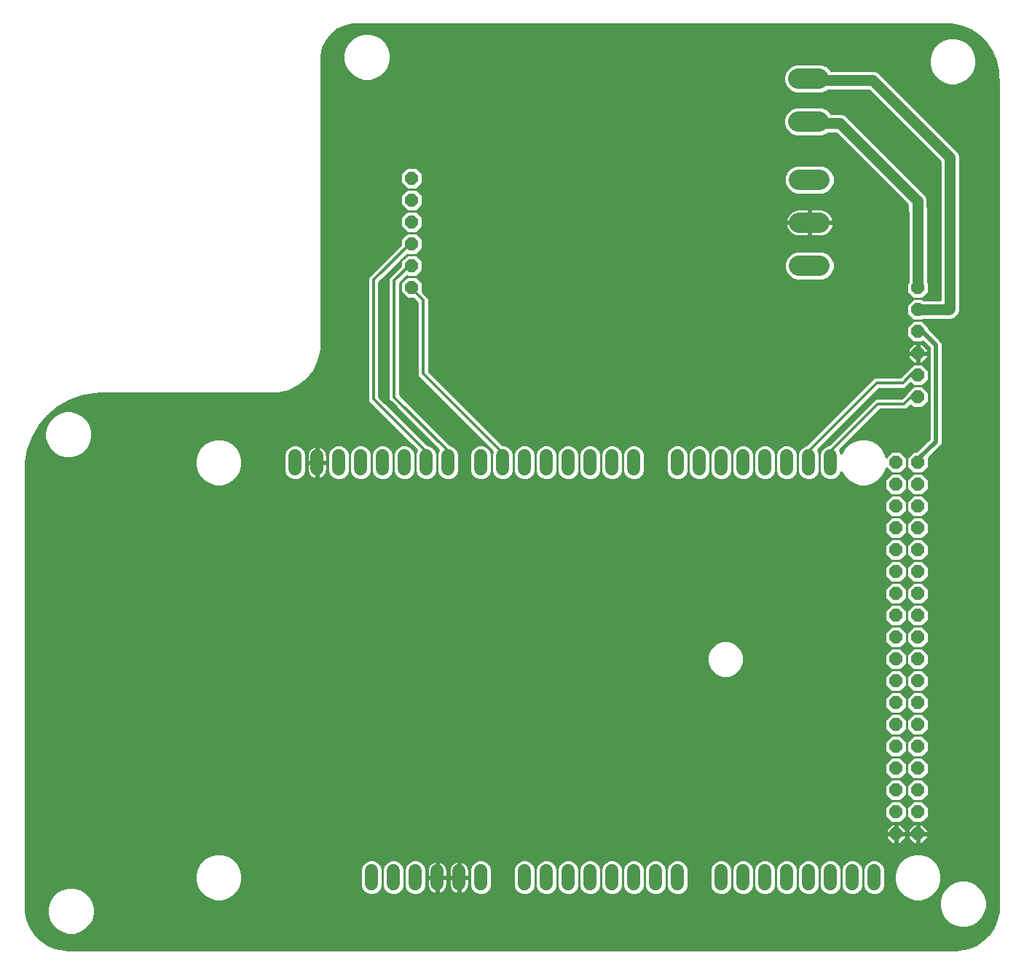
<source format=gtl>
G75*
%MOIN*%
%OFA0B0*%
%FSLAX25Y25*%
%IPPOS*%
%LPD*%
%AMOC8*
5,1,8,0,0,1.08239X$1,22.5*
%
%ADD10OC8,0.06000*%
%ADD11C,0.06000*%
%ADD12C,0.09370*%
%ADD13C,0.01000*%
%ADD14C,0.02000*%
%ADD15C,0.05000*%
%ADD16C,0.01200*%
D10*
X0197681Y0326539D03*
X0197681Y0336539D03*
X0197681Y0346539D03*
X0197681Y0356539D03*
X0197681Y0366539D03*
X0197681Y0376539D03*
X0419217Y0246343D03*
X0429217Y0246343D03*
X0429217Y0236343D03*
X0419217Y0236343D03*
X0419217Y0226343D03*
X0429217Y0226343D03*
X0429217Y0216343D03*
X0419217Y0216343D03*
X0419217Y0206343D03*
X0429217Y0206343D03*
X0429217Y0196343D03*
X0419217Y0196343D03*
X0419217Y0186343D03*
X0429217Y0186343D03*
X0429217Y0176343D03*
X0419217Y0176343D03*
X0419217Y0166343D03*
X0429217Y0166343D03*
X0429217Y0156343D03*
X0419217Y0156343D03*
X0419217Y0146343D03*
X0429217Y0146343D03*
X0429217Y0136343D03*
X0419217Y0136343D03*
X0419217Y0126343D03*
X0429217Y0126343D03*
X0429217Y0116343D03*
X0419217Y0116343D03*
X0419217Y0106343D03*
X0429217Y0106343D03*
X0429217Y0096343D03*
X0419217Y0096343D03*
X0419217Y0086343D03*
X0429217Y0086343D03*
X0429217Y0076343D03*
X0419217Y0076343D03*
X0429217Y0276343D03*
X0429217Y0286343D03*
X0429217Y0296343D03*
X0429217Y0306343D03*
X0429217Y0316343D03*
X0429217Y0326343D03*
D11*
X0389217Y0249343D02*
X0389217Y0243343D01*
X0379217Y0243343D02*
X0379217Y0249343D01*
X0369217Y0249343D02*
X0369217Y0243343D01*
X0359217Y0243343D02*
X0359217Y0249343D01*
X0349217Y0249343D02*
X0349217Y0243343D01*
X0339217Y0243343D02*
X0339217Y0249343D01*
X0329217Y0249343D02*
X0329217Y0243343D01*
X0319217Y0243343D02*
X0319217Y0249343D01*
X0299217Y0249343D02*
X0299217Y0243343D01*
X0289217Y0243343D02*
X0289217Y0249343D01*
X0279217Y0249343D02*
X0279217Y0243343D01*
X0269217Y0243343D02*
X0269217Y0249343D01*
X0259217Y0249343D02*
X0259217Y0243343D01*
X0249217Y0243343D02*
X0249217Y0249343D01*
X0239217Y0249343D02*
X0239217Y0243343D01*
X0229217Y0243343D02*
X0229217Y0249343D01*
X0214217Y0249343D02*
X0214217Y0243343D01*
X0204217Y0243343D02*
X0204217Y0249343D01*
X0194217Y0249343D02*
X0194217Y0243343D01*
X0184217Y0243343D02*
X0184217Y0249343D01*
X0174217Y0249343D02*
X0174217Y0243343D01*
X0164217Y0243343D02*
X0164217Y0249343D01*
X0154217Y0249343D02*
X0154217Y0243343D01*
X0144217Y0243343D02*
X0144217Y0249343D01*
X0179217Y0059343D02*
X0179217Y0053343D01*
X0189217Y0053343D02*
X0189217Y0059343D01*
X0199217Y0059343D02*
X0199217Y0053343D01*
X0209217Y0053343D02*
X0209217Y0059343D01*
X0219217Y0059343D02*
X0219217Y0053343D01*
X0229217Y0053343D02*
X0229217Y0059343D01*
X0249217Y0059343D02*
X0249217Y0053343D01*
X0259217Y0053343D02*
X0259217Y0059343D01*
X0269217Y0059343D02*
X0269217Y0053343D01*
X0279217Y0053343D02*
X0279217Y0059343D01*
X0289217Y0059343D02*
X0289217Y0053343D01*
X0299217Y0053343D02*
X0299217Y0059343D01*
X0309217Y0059343D02*
X0309217Y0053343D01*
X0319217Y0053343D02*
X0319217Y0059343D01*
X0339217Y0059343D02*
X0339217Y0053343D01*
X0349217Y0053343D02*
X0349217Y0059343D01*
X0359217Y0059343D02*
X0359217Y0053343D01*
X0369217Y0053343D02*
X0369217Y0059343D01*
X0379217Y0059343D02*
X0379217Y0053343D01*
X0389217Y0053343D02*
X0389217Y0059343D01*
X0399217Y0059343D02*
X0399217Y0053343D01*
X0409217Y0053343D02*
X0409217Y0059343D01*
D12*
X0384374Y0336461D02*
X0375004Y0336461D01*
X0375004Y0356146D02*
X0384374Y0356146D01*
X0384374Y0375831D02*
X0375004Y0375831D01*
X0374610Y0402406D02*
X0383980Y0402406D01*
X0383980Y0422091D02*
X0374610Y0422091D01*
D13*
X0025276Y0030329D02*
X0027966Y0027638D01*
X0031130Y0025524D01*
X0034645Y0024068D01*
X0038377Y0023326D01*
X0040280Y0023232D01*
X0446579Y0023232D01*
X0448500Y0023327D01*
X0452270Y0024077D01*
X0455821Y0025547D01*
X0459017Y0027683D01*
X0461735Y0030400D01*
X0463870Y0033596D01*
X0465341Y0037147D01*
X0466091Y0040917D01*
X0466185Y0042839D01*
X0466185Y0421881D01*
X0465988Y0422356D01*
X0465988Y0423350D01*
X0465874Y0425677D01*
X0464966Y0430242D01*
X0463185Y0434541D01*
X0460599Y0438411D01*
X0457309Y0441702D01*
X0453439Y0444287D01*
X0449139Y0446068D01*
X0444575Y0446976D01*
X0442248Y0447091D01*
X0172169Y0447091D01*
X0170371Y0446990D01*
X0166864Y0446189D01*
X0163623Y0444628D01*
X0160811Y0442386D01*
X0158568Y0439574D01*
X0157008Y0436333D01*
X0156207Y0432826D01*
X0156106Y0431028D01*
X0156106Y0297978D01*
X0154977Y0293031D01*
X0154977Y0293031D01*
X0152775Y0288459D01*
X0152775Y0288459D01*
X0149611Y0284491D01*
X0149611Y0284491D01*
X0145644Y0281327D01*
X0141071Y0279125D01*
X0136124Y0277996D01*
X0132592Y0277996D01*
X0055240Y0277996D01*
X0052245Y0277865D01*
X0046345Y0276825D01*
X0040715Y0274776D01*
X0035526Y0271780D01*
X0030937Y0267929D01*
X0027086Y0263340D01*
X0024090Y0258151D01*
X0022041Y0252522D01*
X0021001Y0246622D01*
X0020870Y0243626D01*
X0020870Y0042642D01*
X0020964Y0040739D01*
X0021706Y0037007D01*
X0023162Y0033492D01*
X0025276Y0030329D01*
X0025390Y0030214D02*
X0461549Y0030214D01*
X0462277Y0031213D02*
X0046188Y0031213D01*
X0045826Y0031004D02*
X0048288Y0032425D01*
X0050299Y0034436D01*
X0051721Y0036899D01*
X0052457Y0039645D01*
X0052457Y0042489D01*
X0051721Y0045235D01*
X0050299Y0047698D01*
X0048288Y0049708D01*
X0045826Y0051130D01*
X0043079Y0051866D01*
X0040236Y0051866D01*
X0037489Y0051130D01*
X0035027Y0049708D01*
X0033016Y0047698D01*
X0031594Y0045235D01*
X0030858Y0042489D01*
X0030858Y0039645D01*
X0031594Y0036899D01*
X0033016Y0034436D01*
X0035027Y0032425D01*
X0037489Y0031004D01*
X0040236Y0030268D01*
X0043079Y0030268D01*
X0045826Y0031004D01*
X0047918Y0032211D02*
X0462945Y0032211D01*
X0463612Y0033210D02*
X0049073Y0033210D01*
X0050071Y0034208D02*
X0445661Y0034208D01*
X0445757Y0034153D02*
X0448503Y0033417D01*
X0451347Y0033417D01*
X0454094Y0034153D01*
X0456556Y0035575D01*
X0458567Y0037586D01*
X0459988Y0040048D01*
X0460724Y0042795D01*
X0460724Y0045638D01*
X0459988Y0048385D01*
X0458567Y0050847D01*
X0456556Y0052858D01*
X0454094Y0054280D01*
X0451347Y0055016D01*
X0448503Y0055016D01*
X0445757Y0054280D01*
X0443294Y0052858D01*
X0441284Y0050847D01*
X0439862Y0048385D01*
X0439126Y0045638D01*
X0439126Y0042795D01*
X0439862Y0040048D01*
X0441284Y0037586D01*
X0443294Y0035575D01*
X0445757Y0034153D01*
X0443932Y0035207D02*
X0050744Y0035207D01*
X0051321Y0036205D02*
X0442664Y0036205D01*
X0441665Y0037204D02*
X0051803Y0037204D01*
X0052070Y0038203D02*
X0440928Y0038203D01*
X0440351Y0039201D02*
X0052338Y0039201D01*
X0052457Y0040200D02*
X0439821Y0040200D01*
X0439554Y0041198D02*
X0052457Y0041198D01*
X0052457Y0042197D02*
X0439286Y0042197D01*
X0439126Y0043195D02*
X0052267Y0043195D01*
X0052000Y0044194D02*
X0439126Y0044194D01*
X0439126Y0045192D02*
X0051732Y0045192D01*
X0051169Y0046191D02*
X0105379Y0046191D01*
X0105048Y0046279D02*
X0107795Y0045543D01*
X0110638Y0045543D01*
X0113385Y0046279D01*
X0115847Y0047701D01*
X0117858Y0049712D01*
X0119280Y0052174D01*
X0120016Y0054921D01*
X0120016Y0057764D01*
X0119280Y0060511D01*
X0117858Y0062973D01*
X0115847Y0064984D01*
X0113385Y0066406D01*
X0110638Y0067142D01*
X0107795Y0067142D01*
X0105048Y0066406D01*
X0102586Y0064984D01*
X0100575Y0062973D01*
X0099153Y0060511D01*
X0098417Y0057764D01*
X0098417Y0054921D01*
X0099153Y0052174D01*
X0100575Y0049712D01*
X0102586Y0047701D01*
X0105048Y0046279D01*
X0103472Y0047189D02*
X0050593Y0047189D01*
X0049809Y0048188D02*
X0102099Y0048188D01*
X0101101Y0049186D02*
X0048811Y0049186D01*
X0047464Y0050185D02*
X0100302Y0050185D01*
X0099725Y0051183D02*
X0045628Y0051183D01*
X0037687Y0051183D02*
X0020870Y0051183D01*
X0020870Y0050185D02*
X0035851Y0050185D01*
X0034504Y0049186D02*
X0020870Y0049186D01*
X0020870Y0048188D02*
X0033506Y0048188D01*
X0032722Y0047189D02*
X0020870Y0047189D01*
X0020870Y0046191D02*
X0032146Y0046191D01*
X0031583Y0045192D02*
X0020870Y0045192D01*
X0020870Y0044194D02*
X0031315Y0044194D01*
X0031048Y0043195D02*
X0020870Y0043195D01*
X0020892Y0042197D02*
X0030858Y0042197D01*
X0030858Y0041198D02*
X0020941Y0041198D01*
X0021071Y0040200D02*
X0030858Y0040200D01*
X0030977Y0039201D02*
X0021270Y0039201D01*
X0021468Y0038203D02*
X0031245Y0038203D01*
X0031512Y0037204D02*
X0021667Y0037204D01*
X0022038Y0036205D02*
X0031994Y0036205D01*
X0032571Y0035207D02*
X0022452Y0035207D01*
X0022865Y0034208D02*
X0033244Y0034208D01*
X0034242Y0033210D02*
X0023350Y0033210D01*
X0024018Y0032211D02*
X0035397Y0032211D01*
X0037127Y0031213D02*
X0024685Y0031213D01*
X0026388Y0029216D02*
X0460550Y0029216D01*
X0459552Y0028217D02*
X0027387Y0028217D01*
X0028594Y0027219D02*
X0458323Y0027219D01*
X0456828Y0026220D02*
X0030088Y0026220D01*
X0031860Y0025222D02*
X0455035Y0025222D01*
X0452625Y0024223D02*
X0034270Y0024223D01*
X0020870Y0052182D02*
X0099151Y0052182D01*
X0098884Y0053180D02*
X0020870Y0053180D01*
X0020870Y0054179D02*
X0098616Y0054179D01*
X0098417Y0055177D02*
X0020870Y0055177D01*
X0020870Y0056176D02*
X0098417Y0056176D01*
X0098417Y0057174D02*
X0020870Y0057174D01*
X0020870Y0058173D02*
X0098527Y0058173D01*
X0098794Y0059171D02*
X0020870Y0059171D01*
X0020870Y0060170D02*
X0099062Y0060170D01*
X0099533Y0061168D02*
X0020870Y0061168D01*
X0020870Y0062167D02*
X0100109Y0062167D01*
X0100767Y0063165D02*
X0020870Y0063165D01*
X0020870Y0064164D02*
X0101765Y0064164D01*
X0102894Y0065162D02*
X0020870Y0065162D01*
X0020870Y0066161D02*
X0104624Y0066161D01*
X0113809Y0066161D02*
X0424624Y0066161D01*
X0425048Y0066406D02*
X0422586Y0064984D01*
X0420575Y0062973D01*
X0419153Y0060511D01*
X0418417Y0057764D01*
X0418417Y0054921D01*
X0419153Y0052174D01*
X0420575Y0049712D01*
X0422586Y0047701D01*
X0425048Y0046279D01*
X0427795Y0045543D01*
X0430638Y0045543D01*
X0433385Y0046279D01*
X0435847Y0047701D01*
X0437858Y0049712D01*
X0439280Y0052174D01*
X0440016Y0054921D01*
X0440016Y0057764D01*
X0439280Y0060511D01*
X0437858Y0062973D01*
X0435847Y0064984D01*
X0433385Y0066406D01*
X0430638Y0067142D01*
X0427795Y0067142D01*
X0425048Y0066406D01*
X0422894Y0065162D02*
X0115539Y0065162D01*
X0116668Y0064164D02*
X0177791Y0064164D01*
X0178222Y0064343D02*
X0176384Y0063581D01*
X0174978Y0062175D01*
X0174217Y0060337D01*
X0174217Y0052348D01*
X0174978Y0050510D01*
X0176384Y0049104D01*
X0178222Y0048343D01*
X0180211Y0048343D01*
X0182049Y0049104D01*
X0183455Y0050510D01*
X0184217Y0052348D01*
X0184978Y0050510D01*
X0186384Y0049104D01*
X0188222Y0048343D01*
X0190211Y0048343D01*
X0192049Y0049104D01*
X0193455Y0050510D01*
X0194217Y0052348D01*
X0194978Y0050510D01*
X0196384Y0049104D01*
X0198222Y0048343D01*
X0200211Y0048343D01*
X0202049Y0049104D01*
X0203455Y0050510D01*
X0204217Y0052348D01*
X0204217Y0060337D01*
X0203455Y0062175D01*
X0202049Y0063581D01*
X0200211Y0064343D01*
X0198222Y0064343D01*
X0196384Y0063581D01*
X0194978Y0062175D01*
X0194217Y0060337D01*
X0194217Y0052348D01*
X0194217Y0060337D01*
X0193455Y0062175D01*
X0192049Y0063581D01*
X0190211Y0064343D01*
X0188222Y0064343D01*
X0186384Y0063581D01*
X0184978Y0062175D01*
X0184217Y0060337D01*
X0184217Y0052348D01*
X0184217Y0060337D01*
X0183455Y0062175D01*
X0182049Y0063581D01*
X0180211Y0064343D01*
X0178222Y0064343D01*
X0180643Y0064164D02*
X0187791Y0064164D01*
X0185968Y0063165D02*
X0182465Y0063165D01*
X0183459Y0062167D02*
X0184974Y0062167D01*
X0184561Y0061168D02*
X0183872Y0061168D01*
X0184217Y0060170D02*
X0184217Y0060170D01*
X0184217Y0059171D02*
X0184217Y0059171D01*
X0184217Y0058173D02*
X0184217Y0058173D01*
X0184217Y0057174D02*
X0184217Y0057174D01*
X0184217Y0056176D02*
X0184217Y0056176D01*
X0184217Y0055177D02*
X0184217Y0055177D01*
X0184217Y0054179D02*
X0184217Y0054179D01*
X0184217Y0053180D02*
X0184217Y0053180D01*
X0184148Y0052182D02*
X0184285Y0052182D01*
X0184699Y0051183D02*
X0183734Y0051183D01*
X0183130Y0050185D02*
X0185303Y0050185D01*
X0186302Y0049186D02*
X0182131Y0049186D01*
X0176302Y0049186D02*
X0117333Y0049186D01*
X0118131Y0050185D02*
X0175303Y0050185D01*
X0174699Y0051183D02*
X0118708Y0051183D01*
X0119282Y0052182D02*
X0174285Y0052182D01*
X0174217Y0053180D02*
X0119549Y0053180D01*
X0119817Y0054179D02*
X0174217Y0054179D01*
X0174217Y0055177D02*
X0120016Y0055177D01*
X0120016Y0056176D02*
X0174217Y0056176D01*
X0174217Y0057174D02*
X0120016Y0057174D01*
X0119906Y0058173D02*
X0174217Y0058173D01*
X0174217Y0059171D02*
X0119639Y0059171D01*
X0119371Y0060170D02*
X0174217Y0060170D01*
X0174561Y0061168D02*
X0118900Y0061168D01*
X0118324Y0062167D02*
X0174974Y0062167D01*
X0175968Y0063165D02*
X0117666Y0063165D01*
X0116334Y0048188D02*
X0422099Y0048188D01*
X0421101Y0049186D02*
X0412131Y0049186D01*
X0412049Y0049104D02*
X0413455Y0050510D01*
X0414217Y0052348D01*
X0414217Y0060337D01*
X0413455Y0062175D01*
X0412049Y0063581D01*
X0410211Y0064343D01*
X0408222Y0064343D01*
X0406384Y0063581D01*
X0404978Y0062175D01*
X0404217Y0060337D01*
X0404217Y0052348D01*
X0404978Y0050510D01*
X0406384Y0049104D01*
X0408222Y0048343D01*
X0410211Y0048343D01*
X0412049Y0049104D01*
X0413130Y0050185D02*
X0420302Y0050185D01*
X0419725Y0051183D02*
X0413734Y0051183D01*
X0414148Y0052182D02*
X0419151Y0052182D01*
X0418884Y0053180D02*
X0414217Y0053180D01*
X0414217Y0054179D02*
X0418616Y0054179D01*
X0418417Y0055177D02*
X0414217Y0055177D01*
X0414217Y0056176D02*
X0418417Y0056176D01*
X0418417Y0057174D02*
X0414217Y0057174D01*
X0414217Y0058173D02*
X0418527Y0058173D01*
X0418794Y0059171D02*
X0414217Y0059171D01*
X0414217Y0060170D02*
X0419062Y0060170D01*
X0419533Y0061168D02*
X0413872Y0061168D01*
X0413459Y0062167D02*
X0420109Y0062167D01*
X0420767Y0063165D02*
X0412465Y0063165D01*
X0410643Y0064164D02*
X0421765Y0064164D01*
X0421080Y0071843D02*
X0423717Y0074479D01*
X0423717Y0075843D01*
X0419717Y0075843D01*
X0419717Y0076842D01*
X0423717Y0076842D01*
X0423717Y0078206D01*
X0421080Y0080843D01*
X0419717Y0080843D01*
X0419717Y0076843D01*
X0418717Y0076843D01*
X0418717Y0080843D01*
X0417353Y0080843D01*
X0414717Y0078206D01*
X0414717Y0076842D01*
X0418716Y0076842D01*
X0418716Y0075843D01*
X0414717Y0075843D01*
X0414717Y0074479D01*
X0417353Y0071843D01*
X0418717Y0071843D01*
X0418717Y0075842D01*
X0419717Y0075842D01*
X0419717Y0071843D01*
X0421080Y0071843D01*
X0421390Y0072152D02*
X0427043Y0072152D01*
X0427353Y0071843D02*
X0424717Y0074479D01*
X0424717Y0075843D01*
X0428716Y0075843D01*
X0428716Y0076842D01*
X0424717Y0076842D01*
X0424717Y0078206D01*
X0427353Y0080843D01*
X0428717Y0080843D01*
X0428717Y0076843D01*
X0429717Y0076843D01*
X0429717Y0080843D01*
X0431080Y0080843D01*
X0433717Y0078206D01*
X0433717Y0076842D01*
X0429717Y0076842D01*
X0429717Y0075843D01*
X0433717Y0075843D01*
X0433717Y0074479D01*
X0431080Y0071843D01*
X0429717Y0071843D01*
X0429717Y0075842D01*
X0428717Y0075842D01*
X0428717Y0071843D01*
X0427353Y0071843D01*
X0428717Y0072152D02*
X0429717Y0072152D01*
X0429717Y0073150D02*
X0428717Y0073150D01*
X0428717Y0074149D02*
X0429717Y0074149D01*
X0429717Y0075147D02*
X0428717Y0075147D01*
X0428716Y0076146D02*
X0419717Y0076146D01*
X0419717Y0077144D02*
X0418717Y0077144D01*
X0418716Y0076146D02*
X0020870Y0076146D01*
X0020870Y0077144D02*
X0414717Y0077144D01*
X0414717Y0078143D02*
X0020870Y0078143D01*
X0020870Y0079141D02*
X0415652Y0079141D01*
X0416650Y0080140D02*
X0020870Y0080140D01*
X0020870Y0081138D02*
X0466185Y0081138D01*
X0466185Y0080140D02*
X0431783Y0080140D01*
X0431288Y0081343D02*
X0434217Y0084271D01*
X0434217Y0088414D01*
X0431288Y0091343D01*
X0434217Y0094271D01*
X0434217Y0098414D01*
X0431288Y0101343D01*
X0434217Y0104271D01*
X0434217Y0108414D01*
X0431288Y0111343D01*
X0434217Y0114271D01*
X0434217Y0118414D01*
X0431288Y0121343D01*
X0434217Y0124271D01*
X0434217Y0128414D01*
X0431288Y0131343D01*
X0434217Y0134271D01*
X0434217Y0138414D01*
X0431288Y0141343D01*
X0434217Y0144271D01*
X0434217Y0148414D01*
X0431288Y0151343D01*
X0434217Y0154271D01*
X0434217Y0158414D01*
X0431288Y0161343D01*
X0434217Y0164271D01*
X0434217Y0168414D01*
X0431288Y0171343D01*
X0434217Y0174271D01*
X0434217Y0178414D01*
X0431288Y0181343D01*
X0434217Y0184271D01*
X0434217Y0188414D01*
X0431288Y0191343D01*
X0434217Y0194271D01*
X0434217Y0198414D01*
X0431288Y0201343D01*
X0434217Y0204271D01*
X0434217Y0208414D01*
X0431288Y0211343D01*
X0434217Y0214271D01*
X0434217Y0218414D01*
X0431288Y0221343D01*
X0434217Y0224271D01*
X0434217Y0228414D01*
X0431288Y0231343D01*
X0434217Y0234271D01*
X0434217Y0238414D01*
X0431288Y0241343D01*
X0434217Y0244271D01*
X0434217Y0248414D01*
X0434210Y0248420D01*
X0439078Y0253289D01*
X0439922Y0254133D01*
X0440379Y0255236D01*
X0440379Y0300829D01*
X0439922Y0301932D01*
X0434217Y0307637D01*
X0434217Y0308414D01*
X0431288Y0311343D01*
X0431788Y0311843D01*
X0444600Y0311843D01*
X0446254Y0312528D01*
X0447835Y0314108D01*
X0448520Y0315762D01*
X0448520Y0386844D01*
X0447835Y0388498D01*
X0412402Y0423931D01*
X0411136Y0425197D01*
X0409482Y0425882D01*
X0389643Y0425882D01*
X0387767Y0427758D01*
X0385310Y0428776D01*
X0373280Y0428776D01*
X0370823Y0427758D01*
X0368943Y0425877D01*
X0367925Y0423420D01*
X0367925Y0420761D01*
X0368943Y0418304D01*
X0370823Y0416423D01*
X0373280Y0415406D01*
X0385310Y0415406D01*
X0387767Y0416423D01*
X0388226Y0416882D01*
X0406723Y0416882D01*
X0439520Y0384085D01*
X0439520Y0320843D01*
X0431788Y0320843D01*
X0431288Y0321343D01*
X0434217Y0324271D01*
X0434217Y0328414D01*
X0433717Y0328914D01*
X0433717Y0363064D01*
X0433559Y0363445D01*
X0433559Y0367159D01*
X0432874Y0368813D01*
X0397441Y0404246D01*
X0396175Y0405512D01*
X0394521Y0406197D01*
X0389643Y0406197D01*
X0387767Y0408073D01*
X0385310Y0409091D01*
X0373280Y0409091D01*
X0370823Y0408073D01*
X0368943Y0406192D01*
X0367925Y0403735D01*
X0367925Y0401076D01*
X0368943Y0398619D01*
X0370823Y0396738D01*
X0373280Y0395720D01*
X0385310Y0395720D01*
X0387767Y0396738D01*
X0388226Y0397197D01*
X0391762Y0397197D01*
X0424559Y0364400D01*
X0424559Y0361432D01*
X0424717Y0361051D01*
X0424717Y0328914D01*
X0424217Y0328414D01*
X0424217Y0324271D01*
X0427145Y0321343D01*
X0431288Y0321343D01*
X0427145Y0321343D01*
X0424217Y0318414D01*
X0424217Y0314271D01*
X0427145Y0311343D01*
X0431288Y0311343D01*
X0427145Y0311343D01*
X0424217Y0308414D01*
X0424217Y0304271D01*
X0427145Y0301343D01*
X0431288Y0301343D01*
X0431657Y0301712D01*
X0434379Y0298990D01*
X0434379Y0257075D01*
X0428646Y0251343D01*
X0427145Y0251343D01*
X0424217Y0248414D01*
X0424217Y0244271D01*
X0427145Y0241343D01*
X0431288Y0241343D01*
X0427145Y0241343D01*
X0424217Y0238414D01*
X0424217Y0234271D01*
X0427145Y0231343D01*
X0431288Y0231343D01*
X0427145Y0231343D01*
X0424217Y0228414D01*
X0424217Y0224271D01*
X0427145Y0221343D01*
X0431288Y0221343D01*
X0427145Y0221343D01*
X0424217Y0218414D01*
X0424217Y0214271D01*
X0427145Y0211343D01*
X0431288Y0211343D01*
X0427145Y0211343D01*
X0424217Y0208414D01*
X0424217Y0204271D01*
X0427145Y0201343D01*
X0431288Y0201343D01*
X0427145Y0201343D01*
X0424217Y0198414D01*
X0424217Y0194271D01*
X0427145Y0191343D01*
X0431288Y0191343D01*
X0427145Y0191343D01*
X0424217Y0188414D01*
X0424217Y0184271D01*
X0427145Y0181343D01*
X0431288Y0181343D01*
X0427145Y0181343D01*
X0424217Y0178414D01*
X0424217Y0174271D01*
X0427145Y0171343D01*
X0431288Y0171343D01*
X0427145Y0171343D01*
X0424217Y0168414D01*
X0424217Y0164271D01*
X0427145Y0161343D01*
X0431288Y0161343D01*
X0427145Y0161343D01*
X0424217Y0158414D01*
X0424217Y0154271D01*
X0427145Y0151343D01*
X0431288Y0151343D01*
X0427145Y0151343D01*
X0424217Y0148414D01*
X0424217Y0144271D01*
X0427145Y0141343D01*
X0431288Y0141343D01*
X0427145Y0141343D01*
X0424217Y0138414D01*
X0424217Y0134271D01*
X0427145Y0131343D01*
X0431288Y0131343D01*
X0427145Y0131343D01*
X0424217Y0128414D01*
X0424217Y0124271D01*
X0427145Y0121343D01*
X0431288Y0121343D01*
X0427145Y0121343D01*
X0424217Y0118414D01*
X0424217Y0114271D01*
X0427145Y0111343D01*
X0431288Y0111343D01*
X0427145Y0111343D01*
X0424217Y0108414D01*
X0424217Y0104271D01*
X0427145Y0101343D01*
X0431288Y0101343D01*
X0427145Y0101343D01*
X0424217Y0098414D01*
X0424217Y0094271D01*
X0427145Y0091343D01*
X0431288Y0091343D01*
X0427145Y0091343D01*
X0424217Y0088414D01*
X0424217Y0084271D01*
X0427145Y0081343D01*
X0431288Y0081343D01*
X0432082Y0082137D02*
X0466185Y0082137D01*
X0466185Y0083136D02*
X0433081Y0083136D01*
X0434079Y0084134D02*
X0466185Y0084134D01*
X0466185Y0085133D02*
X0434217Y0085133D01*
X0434217Y0086131D02*
X0466185Y0086131D01*
X0466185Y0087130D02*
X0434217Y0087130D01*
X0434217Y0088128D02*
X0466185Y0088128D01*
X0466185Y0089127D02*
X0433504Y0089127D01*
X0432505Y0090125D02*
X0466185Y0090125D01*
X0466185Y0091124D02*
X0431506Y0091124D01*
X0432067Y0092122D02*
X0466185Y0092122D01*
X0466185Y0093121D02*
X0433066Y0093121D01*
X0434064Y0094119D02*
X0466185Y0094119D01*
X0466185Y0095118D02*
X0434217Y0095118D01*
X0434217Y0096116D02*
X0466185Y0096116D01*
X0466185Y0097115D02*
X0434217Y0097115D01*
X0434217Y0098113D02*
X0466185Y0098113D01*
X0466185Y0099112D02*
X0433518Y0099112D01*
X0432520Y0100110D02*
X0466185Y0100110D01*
X0466185Y0101109D02*
X0431521Y0101109D01*
X0432052Y0102107D02*
X0466185Y0102107D01*
X0466185Y0103106D02*
X0433051Y0103106D01*
X0434049Y0104104D02*
X0466185Y0104104D01*
X0466185Y0105103D02*
X0434217Y0105103D01*
X0434217Y0106101D02*
X0466185Y0106101D01*
X0466185Y0107100D02*
X0434217Y0107100D01*
X0434217Y0108098D02*
X0466185Y0108098D01*
X0466185Y0109097D02*
X0433533Y0109097D01*
X0432535Y0110095D02*
X0466185Y0110095D01*
X0466185Y0111094D02*
X0431536Y0111094D01*
X0432037Y0112092D02*
X0466185Y0112092D01*
X0466185Y0113091D02*
X0433036Y0113091D01*
X0434034Y0114089D02*
X0466185Y0114089D01*
X0466185Y0115088D02*
X0434217Y0115088D01*
X0434217Y0116086D02*
X0466185Y0116086D01*
X0466185Y0117085D02*
X0434217Y0117085D01*
X0434217Y0118083D02*
X0466185Y0118083D01*
X0466185Y0119082D02*
X0433548Y0119082D01*
X0432550Y0120080D02*
X0466185Y0120080D01*
X0466185Y0121079D02*
X0431551Y0121079D01*
X0432023Y0122077D02*
X0466185Y0122077D01*
X0466185Y0123076D02*
X0433021Y0123076D01*
X0434020Y0124074D02*
X0466185Y0124074D01*
X0466185Y0125073D02*
X0434217Y0125073D01*
X0434217Y0126072D02*
X0466185Y0126072D01*
X0466185Y0127070D02*
X0434217Y0127070D01*
X0434217Y0128069D02*
X0466185Y0128069D01*
X0466185Y0129067D02*
X0433563Y0129067D01*
X0432565Y0130066D02*
X0466185Y0130066D01*
X0466185Y0131064D02*
X0431566Y0131064D01*
X0432008Y0132063D02*
X0466185Y0132063D01*
X0466185Y0133061D02*
X0433006Y0133061D01*
X0434005Y0134060D02*
X0466185Y0134060D01*
X0466185Y0135058D02*
X0434217Y0135058D01*
X0434217Y0136057D02*
X0466185Y0136057D01*
X0466185Y0137055D02*
X0434217Y0137055D01*
X0434217Y0138054D02*
X0466185Y0138054D01*
X0466185Y0139052D02*
X0433578Y0139052D01*
X0432579Y0140051D02*
X0466185Y0140051D01*
X0466185Y0141049D02*
X0431581Y0141049D01*
X0431993Y0142048D02*
X0466185Y0142048D01*
X0466185Y0143046D02*
X0432991Y0143046D01*
X0433990Y0144045D02*
X0466185Y0144045D01*
X0466185Y0145043D02*
X0434217Y0145043D01*
X0434217Y0146042D02*
X0466185Y0146042D01*
X0466185Y0147040D02*
X0434217Y0147040D01*
X0434217Y0148039D02*
X0466185Y0148039D01*
X0466185Y0149037D02*
X0433593Y0149037D01*
X0432594Y0150036D02*
X0466185Y0150036D01*
X0466185Y0151034D02*
X0431596Y0151034D01*
X0431978Y0152033D02*
X0466185Y0152033D01*
X0466185Y0153031D02*
X0432976Y0153031D01*
X0433975Y0154030D02*
X0466185Y0154030D01*
X0466185Y0155028D02*
X0434217Y0155028D01*
X0434217Y0156027D02*
X0466185Y0156027D01*
X0466185Y0157025D02*
X0434217Y0157025D01*
X0434217Y0158024D02*
X0466185Y0158024D01*
X0466185Y0159022D02*
X0433608Y0159022D01*
X0432609Y0160021D02*
X0466185Y0160021D01*
X0466185Y0161019D02*
X0431611Y0161019D01*
X0431963Y0162018D02*
X0466185Y0162018D01*
X0466185Y0163016D02*
X0432961Y0163016D01*
X0433960Y0164015D02*
X0466185Y0164015D01*
X0466185Y0165013D02*
X0434217Y0165013D01*
X0434217Y0166012D02*
X0466185Y0166012D01*
X0466185Y0167010D02*
X0434217Y0167010D01*
X0434217Y0168009D02*
X0466185Y0168009D01*
X0466185Y0169007D02*
X0433623Y0169007D01*
X0432624Y0170006D02*
X0466185Y0170006D01*
X0466185Y0171005D02*
X0431626Y0171005D01*
X0431948Y0172003D02*
X0466185Y0172003D01*
X0466185Y0173002D02*
X0432947Y0173002D01*
X0433945Y0174000D02*
X0466185Y0174000D01*
X0466185Y0174999D02*
X0434217Y0174999D01*
X0434217Y0175997D02*
X0466185Y0175997D01*
X0466185Y0176996D02*
X0434217Y0176996D01*
X0434217Y0177994D02*
X0466185Y0177994D01*
X0466185Y0178993D02*
X0433637Y0178993D01*
X0432639Y0179991D02*
X0466185Y0179991D01*
X0466185Y0180990D02*
X0431640Y0180990D01*
X0431933Y0181988D02*
X0466185Y0181988D01*
X0466185Y0182987D02*
X0432932Y0182987D01*
X0433930Y0183985D02*
X0466185Y0183985D01*
X0466185Y0184984D02*
X0434217Y0184984D01*
X0434217Y0185982D02*
X0466185Y0185982D01*
X0466185Y0186981D02*
X0434217Y0186981D01*
X0434217Y0187979D02*
X0466185Y0187979D01*
X0466185Y0188978D02*
X0433652Y0188978D01*
X0432654Y0189976D02*
X0466185Y0189976D01*
X0466185Y0190975D02*
X0431655Y0190975D01*
X0431918Y0191973D02*
X0466185Y0191973D01*
X0466185Y0192972D02*
X0432917Y0192972D01*
X0433915Y0193970D02*
X0466185Y0193970D01*
X0466185Y0194969D02*
X0434217Y0194969D01*
X0434217Y0195967D02*
X0466185Y0195967D01*
X0466185Y0196966D02*
X0434217Y0196966D01*
X0434217Y0197964D02*
X0466185Y0197964D01*
X0466185Y0198963D02*
X0433667Y0198963D01*
X0432669Y0199961D02*
X0466185Y0199961D01*
X0466185Y0200960D02*
X0431670Y0200960D01*
X0431903Y0201958D02*
X0466185Y0201958D01*
X0466185Y0202957D02*
X0432902Y0202957D01*
X0433900Y0203955D02*
X0466185Y0203955D01*
X0466185Y0204954D02*
X0434217Y0204954D01*
X0434217Y0205952D02*
X0466185Y0205952D01*
X0466185Y0206951D02*
X0434217Y0206951D01*
X0434217Y0207949D02*
X0466185Y0207949D01*
X0466185Y0208948D02*
X0433682Y0208948D01*
X0432684Y0209946D02*
X0466185Y0209946D01*
X0466185Y0210945D02*
X0431685Y0210945D01*
X0431889Y0211943D02*
X0466185Y0211943D01*
X0466185Y0212942D02*
X0432887Y0212942D01*
X0433886Y0213941D02*
X0466185Y0213941D01*
X0466185Y0214939D02*
X0434217Y0214939D01*
X0434217Y0215938D02*
X0466185Y0215938D01*
X0466185Y0216936D02*
X0434217Y0216936D01*
X0434217Y0217935D02*
X0466185Y0217935D01*
X0466185Y0218933D02*
X0433697Y0218933D01*
X0432699Y0219932D02*
X0466185Y0219932D01*
X0466185Y0220930D02*
X0431700Y0220930D01*
X0431874Y0221929D02*
X0466185Y0221929D01*
X0466185Y0222927D02*
X0432872Y0222927D01*
X0433871Y0223926D02*
X0466185Y0223926D01*
X0466185Y0224924D02*
X0434217Y0224924D01*
X0434217Y0225923D02*
X0466185Y0225923D01*
X0466185Y0226921D02*
X0434217Y0226921D01*
X0434217Y0227920D02*
X0466185Y0227920D01*
X0466185Y0228918D02*
X0433712Y0228918D01*
X0432713Y0229917D02*
X0466185Y0229917D01*
X0466185Y0230915D02*
X0431715Y0230915D01*
X0431859Y0231914D02*
X0466185Y0231914D01*
X0466185Y0232912D02*
X0432857Y0232912D01*
X0433856Y0233911D02*
X0466185Y0233911D01*
X0466185Y0234909D02*
X0434217Y0234909D01*
X0434217Y0235908D02*
X0466185Y0235908D01*
X0466185Y0236906D02*
X0434217Y0236906D01*
X0434217Y0237905D02*
X0466185Y0237905D01*
X0466185Y0238903D02*
X0433727Y0238903D01*
X0432728Y0239902D02*
X0466185Y0239902D01*
X0466185Y0240900D02*
X0431730Y0240900D01*
X0431844Y0241899D02*
X0466185Y0241899D01*
X0466185Y0242897D02*
X0432842Y0242897D01*
X0433841Y0243896D02*
X0466185Y0243896D01*
X0466185Y0244894D02*
X0434217Y0244894D01*
X0434217Y0245893D02*
X0466185Y0245893D01*
X0466185Y0246891D02*
X0434217Y0246891D01*
X0434217Y0247890D02*
X0466185Y0247890D01*
X0466185Y0248888D02*
X0434677Y0248888D01*
X0435676Y0249887D02*
X0466185Y0249887D01*
X0466185Y0250885D02*
X0436675Y0250885D01*
X0437673Y0251884D02*
X0466185Y0251884D01*
X0466185Y0252882D02*
X0438672Y0252882D01*
X0439670Y0253881D02*
X0466185Y0253881D01*
X0466185Y0254879D02*
X0440231Y0254879D01*
X0440379Y0255878D02*
X0466185Y0255878D01*
X0466185Y0256876D02*
X0440379Y0256876D01*
X0440379Y0257875D02*
X0466185Y0257875D01*
X0466185Y0258874D02*
X0440379Y0258874D01*
X0440379Y0259872D02*
X0466185Y0259872D01*
X0466185Y0260871D02*
X0440379Y0260871D01*
X0440379Y0261869D02*
X0466185Y0261869D01*
X0466185Y0262868D02*
X0440379Y0262868D01*
X0440379Y0263866D02*
X0466185Y0263866D01*
X0466185Y0264865D02*
X0440379Y0264865D01*
X0440379Y0265863D02*
X0466185Y0265863D01*
X0466185Y0266862D02*
X0440379Y0266862D01*
X0440379Y0267860D02*
X0466185Y0267860D01*
X0466185Y0268859D02*
X0440379Y0268859D01*
X0440379Y0269857D02*
X0466185Y0269857D01*
X0466185Y0270856D02*
X0440379Y0270856D01*
X0440379Y0271854D02*
X0466185Y0271854D01*
X0466185Y0272853D02*
X0440379Y0272853D01*
X0440379Y0273851D02*
X0466185Y0273851D01*
X0466185Y0274850D02*
X0440379Y0274850D01*
X0440379Y0275848D02*
X0466185Y0275848D01*
X0466185Y0276847D02*
X0440379Y0276847D01*
X0440379Y0277845D02*
X0466185Y0277845D01*
X0466185Y0278844D02*
X0440379Y0278844D01*
X0440379Y0279842D02*
X0466185Y0279842D01*
X0466185Y0280841D02*
X0440379Y0280841D01*
X0440379Y0281839D02*
X0466185Y0281839D01*
X0466185Y0282838D02*
X0440379Y0282838D01*
X0440379Y0283836D02*
X0466185Y0283836D01*
X0466185Y0284835D02*
X0440379Y0284835D01*
X0440379Y0285833D02*
X0466185Y0285833D01*
X0466185Y0286832D02*
X0440379Y0286832D01*
X0440379Y0287830D02*
X0466185Y0287830D01*
X0466185Y0288829D02*
X0440379Y0288829D01*
X0440379Y0289827D02*
X0466185Y0289827D01*
X0466185Y0290826D02*
X0440379Y0290826D01*
X0440379Y0291824D02*
X0466185Y0291824D01*
X0466185Y0292823D02*
X0440379Y0292823D01*
X0440379Y0293821D02*
X0466185Y0293821D01*
X0466185Y0294820D02*
X0440379Y0294820D01*
X0440379Y0295818D02*
X0466185Y0295818D01*
X0466185Y0296817D02*
X0440379Y0296817D01*
X0440379Y0297815D02*
X0466185Y0297815D01*
X0466185Y0298814D02*
X0440379Y0298814D01*
X0440379Y0299812D02*
X0466185Y0299812D01*
X0466185Y0300811D02*
X0440379Y0300811D01*
X0439973Y0301809D02*
X0466185Y0301809D01*
X0466185Y0302808D02*
X0439046Y0302808D01*
X0438047Y0303807D02*
X0466185Y0303807D01*
X0466185Y0304805D02*
X0437049Y0304805D01*
X0436050Y0305804D02*
X0466185Y0305804D01*
X0466185Y0306802D02*
X0435052Y0306802D01*
X0434217Y0307801D02*
X0466185Y0307801D01*
X0466185Y0308799D02*
X0433831Y0308799D01*
X0432833Y0309798D02*
X0466185Y0309798D01*
X0466185Y0310796D02*
X0431834Y0310796D01*
X0431740Y0311795D02*
X0466185Y0311795D01*
X0466185Y0312793D02*
X0446519Y0312793D01*
X0447518Y0313792D02*
X0466185Y0313792D01*
X0466185Y0314790D02*
X0448117Y0314790D01*
X0448520Y0315789D02*
X0466185Y0315789D01*
X0466185Y0316787D02*
X0448520Y0316787D01*
X0448520Y0317786D02*
X0466185Y0317786D01*
X0466185Y0318784D02*
X0448520Y0318784D01*
X0448520Y0319783D02*
X0466185Y0319783D01*
X0466185Y0320781D02*
X0448520Y0320781D01*
X0448520Y0321780D02*
X0466185Y0321780D01*
X0466185Y0322778D02*
X0448520Y0322778D01*
X0448520Y0323777D02*
X0466185Y0323777D01*
X0466185Y0324775D02*
X0448520Y0324775D01*
X0448520Y0325774D02*
X0466185Y0325774D01*
X0466185Y0326772D02*
X0448520Y0326772D01*
X0448520Y0327771D02*
X0466185Y0327771D01*
X0466185Y0328769D02*
X0448520Y0328769D01*
X0448520Y0329768D02*
X0466185Y0329768D01*
X0466185Y0330766D02*
X0448520Y0330766D01*
X0448520Y0331765D02*
X0466185Y0331765D01*
X0466185Y0332763D02*
X0448520Y0332763D01*
X0448520Y0333762D02*
X0466185Y0333762D01*
X0466185Y0334760D02*
X0448520Y0334760D01*
X0448520Y0335759D02*
X0466185Y0335759D01*
X0466185Y0336757D02*
X0448520Y0336757D01*
X0448520Y0337756D02*
X0466185Y0337756D01*
X0466185Y0338754D02*
X0448520Y0338754D01*
X0448520Y0339753D02*
X0466185Y0339753D01*
X0466185Y0340751D02*
X0448520Y0340751D01*
X0448520Y0341750D02*
X0466185Y0341750D01*
X0466185Y0342748D02*
X0448520Y0342748D01*
X0448520Y0343747D02*
X0466185Y0343747D01*
X0466185Y0344745D02*
X0448520Y0344745D01*
X0448520Y0345744D02*
X0466185Y0345744D01*
X0466185Y0346743D02*
X0448520Y0346743D01*
X0448520Y0347741D02*
X0466185Y0347741D01*
X0466185Y0348740D02*
X0448520Y0348740D01*
X0448520Y0349738D02*
X0466185Y0349738D01*
X0466185Y0350737D02*
X0448520Y0350737D01*
X0448520Y0351735D02*
X0466185Y0351735D01*
X0466185Y0352734D02*
X0448520Y0352734D01*
X0448520Y0353732D02*
X0466185Y0353732D01*
X0466185Y0354731D02*
X0448520Y0354731D01*
X0448520Y0355729D02*
X0466185Y0355729D01*
X0466185Y0356728D02*
X0448520Y0356728D01*
X0448520Y0357726D02*
X0466185Y0357726D01*
X0466185Y0358725D02*
X0448520Y0358725D01*
X0448520Y0359723D02*
X0466185Y0359723D01*
X0466185Y0360722D02*
X0448520Y0360722D01*
X0448520Y0361720D02*
X0466185Y0361720D01*
X0466185Y0362719D02*
X0448520Y0362719D01*
X0448520Y0363717D02*
X0466185Y0363717D01*
X0466185Y0364716D02*
X0448520Y0364716D01*
X0448520Y0365714D02*
X0466185Y0365714D01*
X0466185Y0366713D02*
X0448520Y0366713D01*
X0448520Y0367711D02*
X0466185Y0367711D01*
X0466185Y0368710D02*
X0448520Y0368710D01*
X0448520Y0369708D02*
X0466185Y0369708D01*
X0466185Y0370707D02*
X0448520Y0370707D01*
X0448520Y0371705D02*
X0466185Y0371705D01*
X0466185Y0372704D02*
X0448520Y0372704D01*
X0448520Y0373702D02*
X0466185Y0373702D01*
X0466185Y0374701D02*
X0448520Y0374701D01*
X0448520Y0375699D02*
X0466185Y0375699D01*
X0466185Y0376698D02*
X0448520Y0376698D01*
X0448520Y0377696D02*
X0466185Y0377696D01*
X0466185Y0378695D02*
X0448520Y0378695D01*
X0448520Y0379693D02*
X0466185Y0379693D01*
X0466185Y0380692D02*
X0448520Y0380692D01*
X0448520Y0381690D02*
X0466185Y0381690D01*
X0466185Y0382689D02*
X0448520Y0382689D01*
X0448520Y0383687D02*
X0466185Y0383687D01*
X0466185Y0384686D02*
X0448520Y0384686D01*
X0448520Y0385684D02*
X0466185Y0385684D01*
X0466185Y0386683D02*
X0448520Y0386683D01*
X0448173Y0387681D02*
X0466185Y0387681D01*
X0466185Y0388680D02*
X0447652Y0388680D01*
X0446654Y0389678D02*
X0466185Y0389678D01*
X0466185Y0390677D02*
X0445655Y0390677D01*
X0444657Y0391676D02*
X0466185Y0391676D01*
X0466185Y0392674D02*
X0443658Y0392674D01*
X0442660Y0393673D02*
X0466185Y0393673D01*
X0466185Y0394671D02*
X0441661Y0394671D01*
X0440663Y0395670D02*
X0466185Y0395670D01*
X0466185Y0396668D02*
X0439664Y0396668D01*
X0438666Y0397667D02*
X0466185Y0397667D01*
X0466185Y0398665D02*
X0437667Y0398665D01*
X0436669Y0399664D02*
X0466185Y0399664D01*
X0466185Y0400662D02*
X0435670Y0400662D01*
X0434672Y0401661D02*
X0466185Y0401661D01*
X0466185Y0402659D02*
X0433673Y0402659D01*
X0432675Y0403658D02*
X0466185Y0403658D01*
X0466185Y0404656D02*
X0431676Y0404656D01*
X0430678Y0405655D02*
X0466185Y0405655D01*
X0466185Y0406653D02*
X0429679Y0406653D01*
X0428681Y0407652D02*
X0466185Y0407652D01*
X0466185Y0408650D02*
X0427682Y0408650D01*
X0426684Y0409649D02*
X0466185Y0409649D01*
X0466185Y0410647D02*
X0425685Y0410647D01*
X0424687Y0411646D02*
X0466185Y0411646D01*
X0466185Y0412644D02*
X0423688Y0412644D01*
X0422690Y0413643D02*
X0466185Y0413643D01*
X0466185Y0414641D02*
X0421691Y0414641D01*
X0420693Y0415640D02*
X0466185Y0415640D01*
X0466185Y0416638D02*
X0419694Y0416638D01*
X0418696Y0417637D02*
X0466185Y0417637D01*
X0466185Y0418635D02*
X0417697Y0418635D01*
X0416699Y0419634D02*
X0442325Y0419634D01*
X0441032Y0419980D02*
X0443779Y0419244D01*
X0446623Y0419244D01*
X0449369Y0419980D01*
X0451832Y0421402D01*
X0453842Y0423412D01*
X0455264Y0425875D01*
X0456000Y0428622D01*
X0456000Y0431465D01*
X0455264Y0434212D01*
X0453842Y0436674D01*
X0451832Y0438685D01*
X0449369Y0440107D01*
X0446623Y0440843D01*
X0443779Y0440843D01*
X0441032Y0440107D01*
X0438570Y0438685D01*
X0436559Y0436674D01*
X0435138Y0434212D01*
X0434402Y0431465D01*
X0434402Y0428622D01*
X0435138Y0425875D01*
X0436559Y0423412D01*
X0438570Y0421402D01*
X0441032Y0419980D01*
X0439903Y0420632D02*
X0415700Y0420632D01*
X0414702Y0421631D02*
X0438341Y0421631D01*
X0437342Y0422629D02*
X0413703Y0422629D01*
X0412705Y0423628D02*
X0436435Y0423628D01*
X0435858Y0424626D02*
X0411706Y0424626D01*
X0412402Y0423931D02*
X0412402Y0423931D01*
X0410102Y0425625D02*
X0435282Y0425625D01*
X0434937Y0426623D02*
X0388902Y0426623D01*
X0387903Y0427622D02*
X0434669Y0427622D01*
X0434402Y0428620D02*
X0385685Y0428620D01*
X0387982Y0416638D02*
X0406966Y0416638D01*
X0407965Y0415640D02*
X0385876Y0415640D01*
X0386373Y0408650D02*
X0414954Y0408650D01*
X0413956Y0409649D02*
X0156106Y0409649D01*
X0156106Y0410647D02*
X0412957Y0410647D01*
X0411959Y0411646D02*
X0156106Y0411646D01*
X0156106Y0412644D02*
X0410960Y0412644D01*
X0409962Y0413643D02*
X0156106Y0413643D01*
X0156106Y0414641D02*
X0408963Y0414641D01*
X0415953Y0407652D02*
X0388188Y0407652D01*
X0389187Y0406653D02*
X0416951Y0406653D01*
X0417950Y0405655D02*
X0395830Y0405655D01*
X0397031Y0404656D02*
X0418948Y0404656D01*
X0419947Y0403658D02*
X0398029Y0403658D01*
X0399028Y0402659D02*
X0420945Y0402659D01*
X0421944Y0401661D02*
X0400026Y0401661D01*
X0401025Y0400662D02*
X0422942Y0400662D01*
X0423941Y0399664D02*
X0402023Y0399664D01*
X0403022Y0398665D02*
X0424939Y0398665D01*
X0425938Y0397667D02*
X0404020Y0397667D01*
X0405019Y0396668D02*
X0426936Y0396668D01*
X0427935Y0395670D02*
X0406017Y0395670D01*
X0407016Y0394671D02*
X0428933Y0394671D01*
X0429932Y0393673D02*
X0408014Y0393673D01*
X0409013Y0392674D02*
X0430930Y0392674D01*
X0431929Y0391676D02*
X0410011Y0391676D01*
X0411010Y0390677D02*
X0432928Y0390677D01*
X0433926Y0389678D02*
X0412008Y0389678D01*
X0413007Y0388680D02*
X0434925Y0388680D01*
X0435923Y0387681D02*
X0414005Y0387681D01*
X0415004Y0386683D02*
X0436922Y0386683D01*
X0437920Y0385684D02*
X0416002Y0385684D01*
X0417001Y0384686D02*
X0438919Y0384686D01*
X0439520Y0383687D02*
X0417999Y0383687D01*
X0418998Y0382689D02*
X0439520Y0382689D01*
X0439520Y0381690D02*
X0419996Y0381690D01*
X0420995Y0380692D02*
X0439520Y0380692D01*
X0439520Y0379693D02*
X0421993Y0379693D01*
X0422992Y0378695D02*
X0439520Y0378695D01*
X0439520Y0377696D02*
X0423990Y0377696D01*
X0424989Y0376698D02*
X0439520Y0376698D01*
X0439520Y0375699D02*
X0425987Y0375699D01*
X0426986Y0374701D02*
X0439520Y0374701D01*
X0439520Y0373702D02*
X0427984Y0373702D01*
X0428983Y0372704D02*
X0439520Y0372704D01*
X0439520Y0371705D02*
X0429981Y0371705D01*
X0430980Y0370707D02*
X0439520Y0370707D01*
X0439520Y0369708D02*
X0431979Y0369708D01*
X0432917Y0368710D02*
X0439520Y0368710D01*
X0439520Y0367711D02*
X0433330Y0367711D01*
X0433559Y0366713D02*
X0439520Y0366713D01*
X0439520Y0365714D02*
X0433559Y0365714D01*
X0433559Y0364716D02*
X0439520Y0364716D01*
X0439520Y0363717D02*
X0433559Y0363717D01*
X0433717Y0362719D02*
X0439520Y0362719D01*
X0439520Y0361720D02*
X0433717Y0361720D01*
X0433717Y0360722D02*
X0439520Y0360722D01*
X0439520Y0359723D02*
X0433717Y0359723D01*
X0433717Y0358725D02*
X0439520Y0358725D01*
X0439520Y0357726D02*
X0433717Y0357726D01*
X0433717Y0356728D02*
X0439520Y0356728D01*
X0439520Y0355729D02*
X0433717Y0355729D01*
X0433717Y0354731D02*
X0439520Y0354731D01*
X0439520Y0353732D02*
X0433717Y0353732D01*
X0433717Y0352734D02*
X0439520Y0352734D01*
X0439520Y0351735D02*
X0433717Y0351735D01*
X0433717Y0350737D02*
X0439520Y0350737D01*
X0439520Y0349738D02*
X0433717Y0349738D01*
X0433717Y0348740D02*
X0439520Y0348740D01*
X0439520Y0347741D02*
X0433717Y0347741D01*
X0433717Y0346743D02*
X0439520Y0346743D01*
X0439520Y0345744D02*
X0433717Y0345744D01*
X0433717Y0344745D02*
X0439520Y0344745D01*
X0439520Y0343747D02*
X0433717Y0343747D01*
X0433717Y0342748D02*
X0439520Y0342748D01*
X0439520Y0341750D02*
X0433717Y0341750D01*
X0433717Y0340751D02*
X0439520Y0340751D01*
X0439520Y0339753D02*
X0433717Y0339753D01*
X0433717Y0338754D02*
X0439520Y0338754D01*
X0439520Y0337756D02*
X0433717Y0337756D01*
X0433717Y0336757D02*
X0439520Y0336757D01*
X0439520Y0335759D02*
X0433717Y0335759D01*
X0433717Y0334760D02*
X0439520Y0334760D01*
X0439520Y0333762D02*
X0433717Y0333762D01*
X0433717Y0332763D02*
X0439520Y0332763D01*
X0439520Y0331765D02*
X0433717Y0331765D01*
X0433717Y0330766D02*
X0439520Y0330766D01*
X0439520Y0329768D02*
X0433717Y0329768D01*
X0433861Y0328769D02*
X0439520Y0328769D01*
X0439520Y0327771D02*
X0434217Y0327771D01*
X0434217Y0326772D02*
X0439520Y0326772D01*
X0439520Y0325774D02*
X0434217Y0325774D01*
X0434217Y0324775D02*
X0439520Y0324775D01*
X0439520Y0323777D02*
X0433722Y0323777D01*
X0432723Y0322778D02*
X0439520Y0322778D01*
X0439520Y0321780D02*
X0431725Y0321780D01*
X0426708Y0321780D02*
X0205118Y0321780D01*
X0204983Y0322105D02*
X0202650Y0324438D01*
X0202681Y0324468D01*
X0202681Y0328610D01*
X0199752Y0331539D01*
X0195610Y0331539D01*
X0192681Y0328610D01*
X0192681Y0324468D01*
X0195610Y0321539D01*
X0198195Y0321539D01*
X0200179Y0319555D01*
X0200179Y0286515D01*
X0200575Y0285559D01*
X0201306Y0284828D01*
X0234679Y0251455D01*
X0234217Y0250337D01*
X0234217Y0242348D01*
X0234978Y0240510D01*
X0236384Y0239104D01*
X0238222Y0238343D01*
X0240211Y0238343D01*
X0242049Y0239104D01*
X0243455Y0240510D01*
X0244217Y0242348D01*
X0244978Y0240510D01*
X0246384Y0239104D01*
X0248222Y0238343D01*
X0250211Y0238343D01*
X0252049Y0239104D01*
X0253455Y0240510D01*
X0254217Y0242348D01*
X0254978Y0240510D01*
X0256384Y0239104D01*
X0258222Y0238343D01*
X0260211Y0238343D01*
X0262049Y0239104D01*
X0263455Y0240510D01*
X0264217Y0242348D01*
X0264978Y0240510D01*
X0266384Y0239104D01*
X0268222Y0238343D01*
X0270211Y0238343D01*
X0272049Y0239104D01*
X0273455Y0240510D01*
X0274217Y0242348D01*
X0274978Y0240510D01*
X0276384Y0239104D01*
X0278222Y0238343D01*
X0280211Y0238343D01*
X0282049Y0239104D01*
X0283455Y0240510D01*
X0284217Y0242348D01*
X0284978Y0240510D01*
X0286384Y0239104D01*
X0288222Y0238343D01*
X0290211Y0238343D01*
X0292049Y0239104D01*
X0293455Y0240510D01*
X0294217Y0242348D01*
X0294978Y0240510D01*
X0296384Y0239104D01*
X0298222Y0238343D01*
X0300211Y0238343D01*
X0302049Y0239104D01*
X0303455Y0240510D01*
X0304217Y0242348D01*
X0304217Y0250337D01*
X0303455Y0252175D01*
X0302049Y0253581D01*
X0300211Y0254343D01*
X0298222Y0254343D01*
X0296384Y0253581D01*
X0294978Y0252175D01*
X0294217Y0250337D01*
X0294217Y0242348D01*
X0294217Y0250337D01*
X0293455Y0252175D01*
X0292049Y0253581D01*
X0290211Y0254343D01*
X0288222Y0254343D01*
X0286384Y0253581D01*
X0284978Y0252175D01*
X0284217Y0250337D01*
X0284217Y0242348D01*
X0284217Y0250337D01*
X0283455Y0252175D01*
X0282049Y0253581D01*
X0280211Y0254343D01*
X0278222Y0254343D01*
X0276384Y0253581D01*
X0274978Y0252175D01*
X0274217Y0250337D01*
X0274217Y0242348D01*
X0274217Y0250337D01*
X0273455Y0252175D01*
X0272049Y0253581D01*
X0270211Y0254343D01*
X0268222Y0254343D01*
X0266384Y0253581D01*
X0264978Y0252175D01*
X0264217Y0250337D01*
X0264217Y0242348D01*
X0264217Y0250337D01*
X0263455Y0252175D01*
X0262049Y0253581D01*
X0260211Y0254343D01*
X0258222Y0254343D01*
X0256384Y0253581D01*
X0254978Y0252175D01*
X0254217Y0250337D01*
X0254217Y0242348D01*
X0254217Y0250337D01*
X0253455Y0252175D01*
X0252049Y0253581D01*
X0250211Y0254343D01*
X0248222Y0254343D01*
X0246384Y0253581D01*
X0244978Y0252175D01*
X0244217Y0250337D01*
X0244217Y0242348D01*
X0244217Y0250337D01*
X0243455Y0252175D01*
X0242049Y0253581D01*
X0240211Y0254343D01*
X0239145Y0254343D01*
X0205379Y0288109D01*
X0205379Y0321149D01*
X0204983Y0322105D01*
X0204310Y0322778D02*
X0425710Y0322778D01*
X0424711Y0323777D02*
X0203311Y0323777D01*
X0202681Y0324775D02*
X0424217Y0324775D01*
X0424217Y0325774D02*
X0202681Y0325774D01*
X0202681Y0326772D02*
X0424217Y0326772D01*
X0424217Y0327771D02*
X0202681Y0327771D01*
X0202522Y0328769D02*
X0424572Y0328769D01*
X0424717Y0329768D02*
X0201524Y0329768D01*
X0200525Y0330766D02*
X0371282Y0330766D01*
X0371217Y0330793D02*
X0373674Y0329776D01*
X0385704Y0329776D01*
X0388161Y0330793D01*
X0390041Y0332674D01*
X0391059Y0335131D01*
X0391059Y0337790D01*
X0390041Y0340247D01*
X0388161Y0342128D01*
X0385704Y0343146D01*
X0373674Y0343146D01*
X0371217Y0342128D01*
X0369337Y0340247D01*
X0368319Y0337790D01*
X0368319Y0335131D01*
X0369337Y0332674D01*
X0371217Y0330793D01*
X0370246Y0331765D02*
X0199978Y0331765D01*
X0199752Y0331539D02*
X0202681Y0334468D01*
X0202681Y0338610D01*
X0199752Y0341539D01*
X0195610Y0341539D01*
X0192681Y0338610D01*
X0192681Y0336412D01*
X0187375Y0331105D01*
X0186979Y0330149D01*
X0186979Y0275715D01*
X0187375Y0274759D01*
X0188106Y0274028D01*
X0209972Y0252162D01*
X0209217Y0250337D01*
X0209217Y0242348D01*
X0209978Y0240510D01*
X0211384Y0239104D01*
X0213222Y0238343D01*
X0215211Y0238343D01*
X0217049Y0239104D01*
X0218455Y0240510D01*
X0219217Y0242348D01*
X0219217Y0250337D01*
X0218455Y0252175D01*
X0217049Y0253581D01*
X0215211Y0254343D01*
X0215145Y0254343D01*
X0192179Y0277309D01*
X0192179Y0328555D01*
X0195386Y0331763D01*
X0195610Y0331539D01*
X0199752Y0331539D01*
X0200976Y0332763D02*
X0369300Y0332763D01*
X0368886Y0333762D02*
X0201975Y0333762D01*
X0202681Y0334760D02*
X0368472Y0334760D01*
X0368319Y0335759D02*
X0202681Y0335759D01*
X0202681Y0336757D02*
X0368319Y0336757D01*
X0368319Y0337756D02*
X0202681Y0337756D01*
X0202537Y0338754D02*
X0368718Y0338754D01*
X0369132Y0339753D02*
X0201539Y0339753D01*
X0200540Y0340751D02*
X0369841Y0340751D01*
X0370839Y0341750D02*
X0199963Y0341750D01*
X0199752Y0341539D02*
X0202681Y0344468D01*
X0202681Y0348610D01*
X0199752Y0351539D01*
X0195610Y0351539D01*
X0192681Y0348610D01*
X0192681Y0346044D01*
X0178626Y0332150D01*
X0178619Y0332147D01*
X0178259Y0331787D01*
X0177896Y0331428D01*
X0177893Y0331421D01*
X0177888Y0331415D01*
X0177693Y0330945D01*
X0177495Y0330475D01*
X0177495Y0330467D01*
X0177492Y0330460D01*
X0177492Y0329950D01*
X0177489Y0329440D01*
X0177492Y0329433D01*
X0177492Y0275834D01*
X0177490Y0275828D01*
X0177492Y0275317D01*
X0177492Y0274805D01*
X0177494Y0274800D01*
X0177494Y0274794D01*
X0177692Y0274322D01*
X0177888Y0273849D01*
X0177892Y0273845D01*
X0177894Y0273840D01*
X0178258Y0273479D01*
X0178619Y0273118D01*
X0178624Y0273116D01*
X0199908Y0252007D01*
X0199217Y0250337D01*
X0199217Y0242348D01*
X0199978Y0240510D01*
X0201384Y0239104D01*
X0203222Y0238343D01*
X0205211Y0238343D01*
X0207049Y0239104D01*
X0208455Y0240510D01*
X0209217Y0242348D01*
X0209217Y0250337D01*
X0208455Y0252175D01*
X0207049Y0253581D01*
X0205211Y0254343D01*
X0204938Y0254343D01*
X0182692Y0276405D01*
X0182692Y0328857D01*
X0195566Y0341584D01*
X0195610Y0341539D01*
X0199752Y0341539D01*
X0200961Y0342748D02*
X0372715Y0342748D01*
X0373556Y0350113D02*
X0374517Y0349961D01*
X0379189Y0349961D01*
X0379189Y0355646D01*
X0368821Y0355646D01*
X0368971Y0354697D01*
X0369272Y0353771D01*
X0369714Y0352904D01*
X0370286Y0352116D01*
X0370975Y0351428D01*
X0371762Y0350856D01*
X0372630Y0350414D01*
X0373556Y0350113D01*
X0371996Y0350737D02*
X0200555Y0350737D01*
X0199752Y0351539D02*
X0202681Y0354468D01*
X0202681Y0358610D01*
X0199752Y0361539D01*
X0195610Y0361539D01*
X0192681Y0358610D01*
X0192681Y0354468D01*
X0195610Y0351539D01*
X0199752Y0351539D01*
X0199948Y0351735D02*
X0370668Y0351735D01*
X0369838Y0352734D02*
X0200946Y0352734D01*
X0201945Y0353732D02*
X0369292Y0353732D01*
X0368966Y0354731D02*
X0202681Y0354731D01*
X0202681Y0355729D02*
X0379189Y0355729D01*
X0379189Y0355646D02*
X0379189Y0356646D01*
X0379189Y0362331D01*
X0374517Y0362331D01*
X0373556Y0362178D01*
X0372630Y0361878D01*
X0371762Y0361436D01*
X0370975Y0360863D01*
X0370286Y0360175D01*
X0369714Y0359387D01*
X0369272Y0358520D01*
X0368971Y0357594D01*
X0368821Y0356646D01*
X0379189Y0356646D01*
X0380189Y0356646D01*
X0380189Y0362331D01*
X0384861Y0362331D01*
X0385822Y0362178D01*
X0386748Y0361878D01*
X0387616Y0361436D01*
X0388403Y0360863D01*
X0389092Y0360175D01*
X0389664Y0359387D01*
X0390106Y0358520D01*
X0390407Y0357594D01*
X0390557Y0356646D01*
X0380189Y0356646D01*
X0380189Y0355646D01*
X0390557Y0355646D01*
X0390407Y0354697D01*
X0390106Y0353771D01*
X0389664Y0352904D01*
X0389092Y0352116D01*
X0388403Y0351428D01*
X0387616Y0350856D01*
X0386748Y0350414D01*
X0385822Y0350113D01*
X0384861Y0349961D01*
X0380189Y0349961D01*
X0380189Y0355646D01*
X0379189Y0355646D01*
X0379189Y0354731D02*
X0380189Y0354731D01*
X0380189Y0355729D02*
X0424717Y0355729D01*
X0424717Y0354731D02*
X0390412Y0354731D01*
X0390086Y0353732D02*
X0424717Y0353732D01*
X0424717Y0352734D02*
X0389540Y0352734D01*
X0388710Y0351735D02*
X0424717Y0351735D01*
X0424717Y0350737D02*
X0387382Y0350737D01*
X0390544Y0356728D02*
X0424717Y0356728D01*
X0424717Y0357726D02*
X0390364Y0357726D01*
X0390002Y0358725D02*
X0424717Y0358725D01*
X0424717Y0359723D02*
X0389420Y0359723D01*
X0388545Y0360722D02*
X0424717Y0360722D01*
X0424559Y0361720D02*
X0387057Y0361720D01*
X0380189Y0361720D02*
X0379189Y0361720D01*
X0379189Y0360722D02*
X0380189Y0360722D01*
X0380189Y0359723D02*
X0379189Y0359723D01*
X0379189Y0358725D02*
X0380189Y0358725D01*
X0380189Y0357726D02*
X0379189Y0357726D01*
X0379189Y0356728D02*
X0380189Y0356728D01*
X0380189Y0353732D02*
X0379189Y0353732D01*
X0379189Y0352734D02*
X0380189Y0352734D01*
X0380189Y0351735D02*
X0379189Y0351735D01*
X0379189Y0350737D02*
X0380189Y0350737D01*
X0386663Y0342748D02*
X0424717Y0342748D01*
X0424717Y0341750D02*
X0388539Y0341750D01*
X0389537Y0340751D02*
X0424717Y0340751D01*
X0424717Y0339753D02*
X0390246Y0339753D01*
X0390660Y0338754D02*
X0424717Y0338754D01*
X0424717Y0337756D02*
X0391059Y0337756D01*
X0391059Y0336757D02*
X0424717Y0336757D01*
X0424717Y0335759D02*
X0391059Y0335759D01*
X0390906Y0334760D02*
X0424717Y0334760D01*
X0424717Y0333762D02*
X0390492Y0333762D01*
X0390078Y0332763D02*
X0424717Y0332763D01*
X0424717Y0331765D02*
X0389132Y0331765D01*
X0388096Y0330766D02*
X0424717Y0330766D01*
X0424717Y0343747D02*
X0201960Y0343747D01*
X0202681Y0344745D02*
X0424717Y0344745D01*
X0424717Y0345744D02*
X0202681Y0345744D01*
X0202681Y0346743D02*
X0424717Y0346743D01*
X0424717Y0347741D02*
X0202681Y0347741D01*
X0202552Y0348740D02*
X0424717Y0348740D01*
X0424717Y0349738D02*
X0201553Y0349738D01*
X0195414Y0351735D02*
X0156106Y0351735D01*
X0156106Y0350737D02*
X0194807Y0350737D01*
X0193809Y0349738D02*
X0156106Y0349738D01*
X0156106Y0348740D02*
X0192810Y0348740D01*
X0192681Y0347741D02*
X0156106Y0347741D01*
X0156106Y0346743D02*
X0192681Y0346743D01*
X0192377Y0345744D02*
X0156106Y0345744D01*
X0156106Y0344745D02*
X0191367Y0344745D01*
X0190357Y0343747D02*
X0156106Y0343747D01*
X0156106Y0342748D02*
X0189347Y0342748D01*
X0188337Y0341750D02*
X0156106Y0341750D01*
X0156106Y0340751D02*
X0187327Y0340751D01*
X0186317Y0339753D02*
X0156106Y0339753D01*
X0156106Y0338754D02*
X0185307Y0338754D01*
X0184297Y0337756D02*
X0156106Y0337756D01*
X0156106Y0336757D02*
X0183287Y0336757D01*
X0182277Y0335759D02*
X0156106Y0335759D01*
X0156106Y0334760D02*
X0181267Y0334760D01*
X0180257Y0333762D02*
X0156106Y0333762D01*
X0156106Y0332763D02*
X0179247Y0332763D01*
X0178237Y0331765D02*
X0156106Y0331765D01*
X0156106Y0330766D02*
X0177618Y0330766D01*
X0177491Y0329768D02*
X0156106Y0329768D01*
X0156106Y0328769D02*
X0177492Y0328769D01*
X0177492Y0327771D02*
X0156106Y0327771D01*
X0156106Y0326772D02*
X0177492Y0326772D01*
X0177492Y0325774D02*
X0156106Y0325774D01*
X0156106Y0324775D02*
X0177492Y0324775D01*
X0177492Y0323777D02*
X0156106Y0323777D01*
X0156106Y0322778D02*
X0177492Y0322778D01*
X0177492Y0321780D02*
X0156106Y0321780D01*
X0156106Y0320781D02*
X0177492Y0320781D01*
X0177492Y0319783D02*
X0156106Y0319783D01*
X0156106Y0318784D02*
X0177492Y0318784D01*
X0177492Y0317786D02*
X0156106Y0317786D01*
X0156106Y0316787D02*
X0177492Y0316787D01*
X0177492Y0315789D02*
X0156106Y0315789D01*
X0156106Y0314790D02*
X0177492Y0314790D01*
X0177492Y0313792D02*
X0156106Y0313792D01*
X0156106Y0312793D02*
X0177492Y0312793D01*
X0177492Y0311795D02*
X0156106Y0311795D01*
X0156106Y0310796D02*
X0177492Y0310796D01*
X0177492Y0309798D02*
X0156106Y0309798D01*
X0156106Y0308799D02*
X0177492Y0308799D01*
X0177492Y0307801D02*
X0156106Y0307801D01*
X0156106Y0306802D02*
X0177492Y0306802D01*
X0177492Y0305804D02*
X0156106Y0305804D01*
X0156106Y0304805D02*
X0177492Y0304805D01*
X0177492Y0303807D02*
X0156106Y0303807D01*
X0156106Y0302808D02*
X0177492Y0302808D01*
X0177492Y0301809D02*
X0156106Y0301809D01*
X0156106Y0300811D02*
X0177492Y0300811D01*
X0177492Y0299812D02*
X0156106Y0299812D01*
X0156106Y0298814D02*
X0177492Y0298814D01*
X0177492Y0297815D02*
X0156069Y0297815D01*
X0155841Y0296817D02*
X0177492Y0296817D01*
X0177492Y0295818D02*
X0155613Y0295818D01*
X0155385Y0294820D02*
X0177492Y0294820D01*
X0177492Y0293821D02*
X0155157Y0293821D01*
X0154877Y0292823D02*
X0177492Y0292823D01*
X0177492Y0291824D02*
X0154396Y0291824D01*
X0153915Y0290826D02*
X0177492Y0290826D01*
X0177492Y0289827D02*
X0153434Y0289827D01*
X0152953Y0288829D02*
X0177492Y0288829D01*
X0177492Y0287830D02*
X0152274Y0287830D01*
X0151478Y0286832D02*
X0177492Y0286832D01*
X0177492Y0285833D02*
X0150682Y0285833D01*
X0149885Y0284835D02*
X0177492Y0284835D01*
X0177492Y0283836D02*
X0148790Y0283836D01*
X0147538Y0282838D02*
X0177492Y0282838D01*
X0177492Y0281839D02*
X0146286Y0281839D01*
X0144634Y0280841D02*
X0177492Y0280841D01*
X0177492Y0279842D02*
X0142560Y0279842D01*
X0139838Y0278844D02*
X0177492Y0278844D01*
X0177492Y0277845D02*
X0052131Y0277845D01*
X0046468Y0276847D02*
X0177492Y0276847D01*
X0177492Y0275848D02*
X0043661Y0275848D01*
X0040918Y0274850D02*
X0177492Y0274850D01*
X0177887Y0273851D02*
X0039113Y0273851D01*
X0037384Y0272853D02*
X0178890Y0272853D01*
X0179897Y0271854D02*
X0035654Y0271854D01*
X0034424Y0270856D02*
X0180903Y0270856D01*
X0181910Y0269857D02*
X0042343Y0269857D01*
X0041898Y0269976D02*
X0039055Y0269976D01*
X0036308Y0269240D01*
X0033845Y0267819D01*
X0031835Y0265808D01*
X0030413Y0263345D01*
X0029677Y0260599D01*
X0029677Y0257755D01*
X0030413Y0255009D01*
X0031835Y0252546D01*
X0033845Y0250536D01*
X0036308Y0249114D01*
X0039055Y0248378D01*
X0041898Y0248378D01*
X0044645Y0249114D01*
X0047107Y0250536D01*
X0049118Y0252546D01*
X0050540Y0255009D01*
X0051276Y0257755D01*
X0051276Y0260599D01*
X0050540Y0263345D01*
X0049118Y0265808D01*
X0047107Y0267819D01*
X0044645Y0269240D01*
X0041898Y0269976D01*
X0038610Y0269857D02*
X0033234Y0269857D01*
X0032044Y0268859D02*
X0035647Y0268859D01*
X0033917Y0267860D02*
X0030879Y0267860D01*
X0030041Y0266862D02*
X0032888Y0266862D01*
X0031890Y0265863D02*
X0029203Y0265863D01*
X0028365Y0264865D02*
X0031290Y0264865D01*
X0030714Y0263866D02*
X0027527Y0263866D01*
X0026813Y0262868D02*
X0030285Y0262868D01*
X0030018Y0261869D02*
X0026237Y0261869D01*
X0025660Y0260871D02*
X0029750Y0260871D01*
X0029677Y0259872D02*
X0025084Y0259872D01*
X0024507Y0258874D02*
X0029677Y0258874D01*
X0029677Y0257875D02*
X0023990Y0257875D01*
X0023626Y0256876D02*
X0029913Y0256876D01*
X0030180Y0255878D02*
X0023263Y0255878D01*
X0022899Y0254879D02*
X0030488Y0254879D01*
X0031064Y0253881D02*
X0022536Y0253881D01*
X0022173Y0252882D02*
X0031641Y0252882D01*
X0032497Y0251884D02*
X0021929Y0251884D01*
X0021753Y0250885D02*
X0033496Y0250885D01*
X0034969Y0249887D02*
X0021577Y0249887D01*
X0021401Y0248888D02*
X0037150Y0248888D01*
X0043803Y0248888D02*
X0098719Y0248888D01*
X0098451Y0247890D02*
X0021224Y0247890D01*
X0021048Y0246891D02*
X0098417Y0246891D01*
X0098417Y0247764D02*
X0098417Y0244921D01*
X0099153Y0242174D01*
X0100575Y0239712D01*
X0102586Y0237701D01*
X0105048Y0236279D01*
X0107795Y0235543D01*
X0110638Y0235543D01*
X0113385Y0236279D01*
X0115847Y0237701D01*
X0117858Y0239712D01*
X0119280Y0242174D01*
X0120016Y0244921D01*
X0120016Y0247764D01*
X0119280Y0250511D01*
X0117858Y0252973D01*
X0115847Y0254984D01*
X0113385Y0256406D01*
X0110638Y0257142D01*
X0107795Y0257142D01*
X0105048Y0256406D01*
X0102586Y0254984D01*
X0100575Y0252973D01*
X0099153Y0250511D01*
X0098417Y0247764D01*
X0098417Y0245893D02*
X0020969Y0245893D01*
X0020925Y0244894D02*
X0098424Y0244894D01*
X0098692Y0243896D02*
X0020882Y0243896D01*
X0020870Y0242897D02*
X0098959Y0242897D01*
X0099312Y0241899D02*
X0020870Y0241899D01*
X0020870Y0240900D02*
X0099889Y0240900D01*
X0100465Y0239902D02*
X0020870Y0239902D01*
X0020870Y0238903D02*
X0101383Y0238903D01*
X0102382Y0237905D02*
X0020870Y0237905D01*
X0020870Y0236906D02*
X0103962Y0236906D01*
X0106435Y0235908D02*
X0020870Y0235908D01*
X0020870Y0234909D02*
X0414217Y0234909D01*
X0414217Y0234271D02*
X0414217Y0238414D01*
X0417145Y0241343D01*
X0421288Y0241343D01*
X0424217Y0244271D01*
X0424217Y0248414D01*
X0421288Y0251343D01*
X0417145Y0251343D01*
X0414710Y0248907D01*
X0414280Y0250511D01*
X0412858Y0252973D01*
X0410847Y0254984D01*
X0408385Y0256406D01*
X0405638Y0257142D01*
X0402795Y0257142D01*
X0400048Y0256406D01*
X0397586Y0254984D01*
X0395575Y0252973D01*
X0394153Y0250511D01*
X0394150Y0250498D01*
X0393497Y0252074D01*
X0412056Y0270632D01*
X0423496Y0270632D01*
X0424452Y0271028D01*
X0425956Y0272532D01*
X0427145Y0271343D01*
X0431288Y0271343D01*
X0434217Y0274271D01*
X0434217Y0278414D01*
X0431288Y0281343D01*
X0434217Y0284271D01*
X0434217Y0288414D01*
X0431288Y0291343D01*
X0427145Y0291343D01*
X0424217Y0288414D01*
X0424217Y0288347D01*
X0421302Y0285432D01*
X0409862Y0285432D01*
X0408906Y0285036D01*
X0408175Y0284305D01*
X0378205Y0254335D01*
X0376384Y0253581D01*
X0374978Y0252175D01*
X0374217Y0250337D01*
X0374217Y0242348D01*
X0374978Y0240510D01*
X0376384Y0239104D01*
X0378222Y0238343D01*
X0380211Y0238343D01*
X0382049Y0239104D01*
X0383455Y0240510D01*
X0384217Y0242348D01*
X0384978Y0240510D01*
X0386384Y0239104D01*
X0388222Y0238343D01*
X0390211Y0238343D01*
X0392049Y0239104D01*
X0393455Y0240510D01*
X0394150Y0242187D01*
X0394153Y0242174D01*
X0395575Y0239712D01*
X0397586Y0237701D01*
X0400048Y0236279D01*
X0402795Y0235543D01*
X0405638Y0235543D01*
X0408385Y0236279D01*
X0410847Y0237701D01*
X0412858Y0239712D01*
X0414280Y0242174D01*
X0414710Y0243778D01*
X0417145Y0241343D01*
X0421288Y0241343D01*
X0424217Y0238414D01*
X0424217Y0234271D01*
X0421288Y0231343D01*
X0417145Y0231343D01*
X0414217Y0234271D01*
X0414577Y0233911D02*
X0020870Y0233911D01*
X0020870Y0232912D02*
X0415576Y0232912D01*
X0416574Y0231914D02*
X0020870Y0231914D01*
X0020870Y0230915D02*
X0416718Y0230915D01*
X0417145Y0231343D02*
X0414217Y0228414D01*
X0414217Y0224271D01*
X0417145Y0221343D01*
X0421288Y0221343D01*
X0424217Y0224271D01*
X0424217Y0228414D01*
X0421288Y0231343D01*
X0417145Y0231343D01*
X0415720Y0229917D02*
X0020870Y0229917D01*
X0020870Y0228918D02*
X0414721Y0228918D01*
X0414217Y0227920D02*
X0020870Y0227920D01*
X0020870Y0226921D02*
X0414217Y0226921D01*
X0414217Y0225923D02*
X0020870Y0225923D01*
X0020870Y0224924D02*
X0414217Y0224924D01*
X0414562Y0223926D02*
X0020870Y0223926D01*
X0020870Y0222927D02*
X0415561Y0222927D01*
X0416559Y0221929D02*
X0020870Y0221929D01*
X0020870Y0220930D02*
X0416733Y0220930D01*
X0417145Y0221343D02*
X0414217Y0218414D01*
X0414217Y0214271D01*
X0417145Y0211343D01*
X0421288Y0211343D01*
X0424217Y0214271D01*
X0424217Y0218414D01*
X0421288Y0221343D01*
X0417145Y0221343D01*
X0415735Y0219932D02*
X0020870Y0219932D01*
X0020870Y0218933D02*
X0414736Y0218933D01*
X0414217Y0217935D02*
X0020870Y0217935D01*
X0020870Y0216936D02*
X0414217Y0216936D01*
X0414217Y0215938D02*
X0020870Y0215938D01*
X0020870Y0214939D02*
X0414217Y0214939D01*
X0414547Y0213941D02*
X0020870Y0213941D01*
X0020870Y0212942D02*
X0415546Y0212942D01*
X0416545Y0211943D02*
X0020870Y0211943D01*
X0020870Y0210945D02*
X0416748Y0210945D01*
X0417145Y0211343D02*
X0414217Y0208414D01*
X0414217Y0204271D01*
X0417145Y0201343D01*
X0421288Y0201343D01*
X0424217Y0204271D01*
X0424217Y0208414D01*
X0421288Y0211343D01*
X0417145Y0211343D01*
X0415749Y0209946D02*
X0020870Y0209946D01*
X0020870Y0208948D02*
X0414751Y0208948D01*
X0414217Y0207949D02*
X0020870Y0207949D01*
X0020870Y0206951D02*
X0414217Y0206951D01*
X0414217Y0205952D02*
X0020870Y0205952D01*
X0020870Y0204954D02*
X0414217Y0204954D01*
X0414533Y0203955D02*
X0020870Y0203955D01*
X0020870Y0202957D02*
X0415531Y0202957D01*
X0416530Y0201958D02*
X0020870Y0201958D01*
X0020870Y0200960D02*
X0416763Y0200960D01*
X0417145Y0201343D02*
X0414217Y0198414D01*
X0414217Y0194271D01*
X0417145Y0191343D01*
X0421288Y0191343D01*
X0424217Y0194271D01*
X0424217Y0198414D01*
X0421288Y0201343D01*
X0417145Y0201343D01*
X0415764Y0199961D02*
X0020870Y0199961D01*
X0020870Y0198963D02*
X0414766Y0198963D01*
X0414217Y0197964D02*
X0020870Y0197964D01*
X0020870Y0196966D02*
X0414217Y0196966D01*
X0414217Y0195967D02*
X0020870Y0195967D01*
X0020870Y0194969D02*
X0414217Y0194969D01*
X0414518Y0193970D02*
X0020870Y0193970D01*
X0020870Y0192972D02*
X0415516Y0192972D01*
X0416515Y0191973D02*
X0020870Y0191973D01*
X0020870Y0190975D02*
X0416778Y0190975D01*
X0417145Y0191343D02*
X0414217Y0188414D01*
X0414217Y0184271D01*
X0417145Y0181343D01*
X0421288Y0181343D01*
X0424217Y0184271D01*
X0424217Y0188414D01*
X0421288Y0191343D01*
X0417145Y0191343D01*
X0415779Y0189976D02*
X0020870Y0189976D01*
X0020870Y0188978D02*
X0414781Y0188978D01*
X0414217Y0187979D02*
X0020870Y0187979D01*
X0020870Y0186981D02*
X0414217Y0186981D01*
X0414217Y0185982D02*
X0020870Y0185982D01*
X0020870Y0184984D02*
X0414217Y0184984D01*
X0414503Y0183985D02*
X0020870Y0183985D01*
X0020870Y0182987D02*
X0415501Y0182987D01*
X0416500Y0181988D02*
X0020870Y0181988D01*
X0020870Y0180990D02*
X0416793Y0180990D01*
X0417145Y0181343D02*
X0414217Y0178414D01*
X0414217Y0174271D01*
X0417145Y0171343D01*
X0421288Y0171343D01*
X0424217Y0174271D01*
X0424217Y0178414D01*
X0421288Y0181343D01*
X0417145Y0181343D01*
X0415794Y0179991D02*
X0020870Y0179991D01*
X0020870Y0178993D02*
X0414796Y0178993D01*
X0414217Y0177994D02*
X0020870Y0177994D01*
X0020870Y0176996D02*
X0414217Y0176996D01*
X0414217Y0175997D02*
X0020870Y0175997D01*
X0020870Y0174999D02*
X0414217Y0174999D01*
X0414488Y0174000D02*
X0020870Y0174000D01*
X0020870Y0173002D02*
X0415486Y0173002D01*
X0416485Y0172003D02*
X0020870Y0172003D01*
X0020870Y0171005D02*
X0416807Y0171005D01*
X0417145Y0171343D02*
X0414217Y0168414D01*
X0414217Y0164271D01*
X0417145Y0161343D01*
X0421288Y0161343D01*
X0424217Y0164271D01*
X0424217Y0168414D01*
X0421288Y0171343D01*
X0417145Y0171343D01*
X0415809Y0170006D02*
X0020870Y0170006D01*
X0020870Y0169007D02*
X0414810Y0169007D01*
X0414217Y0168009D02*
X0020870Y0168009D01*
X0020870Y0167010D02*
X0414217Y0167010D01*
X0414217Y0166012D02*
X0020870Y0166012D01*
X0020870Y0165013D02*
X0414217Y0165013D01*
X0414473Y0164015D02*
X0344741Y0164015D01*
X0345996Y0163495D02*
X0342895Y0164780D01*
X0339538Y0164780D01*
X0336437Y0163495D01*
X0334064Y0161122D01*
X0332780Y0158021D01*
X0332780Y0154664D01*
X0334064Y0151563D01*
X0336437Y0149190D01*
X0339538Y0147906D01*
X0342895Y0147906D01*
X0345996Y0149190D01*
X0348369Y0151563D01*
X0349654Y0154664D01*
X0349654Y0158021D01*
X0348369Y0161122D01*
X0345996Y0163495D01*
X0346474Y0163016D02*
X0415472Y0163016D01*
X0416470Y0162018D02*
X0347473Y0162018D01*
X0348411Y0161019D02*
X0416822Y0161019D01*
X0417145Y0161343D02*
X0414217Y0158414D01*
X0414217Y0154271D01*
X0417145Y0151343D01*
X0421288Y0151343D01*
X0424217Y0154271D01*
X0424217Y0158414D01*
X0421288Y0161343D01*
X0417145Y0161343D01*
X0415824Y0160021D02*
X0348825Y0160021D01*
X0349239Y0159022D02*
X0414825Y0159022D01*
X0414217Y0158024D02*
X0349652Y0158024D01*
X0349654Y0157025D02*
X0414217Y0157025D01*
X0414217Y0156027D02*
X0349654Y0156027D01*
X0349654Y0155028D02*
X0414217Y0155028D01*
X0414458Y0154030D02*
X0349391Y0154030D01*
X0348977Y0153031D02*
X0415457Y0153031D01*
X0416455Y0152033D02*
X0348564Y0152033D01*
X0347840Y0151034D02*
X0416837Y0151034D01*
X0417145Y0151343D02*
X0414217Y0148414D01*
X0414217Y0144271D01*
X0417145Y0141343D01*
X0421288Y0141343D01*
X0424217Y0144271D01*
X0424217Y0148414D01*
X0421288Y0151343D01*
X0417145Y0151343D01*
X0415839Y0150036D02*
X0346842Y0150036D01*
X0345627Y0149037D02*
X0414840Y0149037D01*
X0414217Y0148039D02*
X0343216Y0148039D01*
X0339217Y0148039D02*
X0020870Y0148039D01*
X0020870Y0149037D02*
X0336806Y0149037D01*
X0335592Y0150036D02*
X0020870Y0150036D01*
X0020870Y0151034D02*
X0334593Y0151034D01*
X0333870Y0152033D02*
X0020870Y0152033D01*
X0020870Y0153031D02*
X0333456Y0153031D01*
X0333042Y0154030D02*
X0020870Y0154030D01*
X0020870Y0155028D02*
X0332780Y0155028D01*
X0332780Y0156027D02*
X0020870Y0156027D01*
X0020870Y0157025D02*
X0332780Y0157025D01*
X0332781Y0158024D02*
X0020870Y0158024D01*
X0020870Y0159022D02*
X0333194Y0159022D01*
X0333608Y0160021D02*
X0020870Y0160021D01*
X0020870Y0161019D02*
X0334022Y0161019D01*
X0334960Y0162018D02*
X0020870Y0162018D01*
X0020870Y0163016D02*
X0335959Y0163016D01*
X0337692Y0164015D02*
X0020870Y0164015D01*
X0020870Y0147040D02*
X0414217Y0147040D01*
X0414217Y0146042D02*
X0020870Y0146042D01*
X0020870Y0145043D02*
X0414217Y0145043D01*
X0414443Y0144045D02*
X0020870Y0144045D01*
X0020870Y0143046D02*
X0415442Y0143046D01*
X0416440Y0142048D02*
X0020870Y0142048D01*
X0020870Y0141049D02*
X0416852Y0141049D01*
X0417145Y0141343D02*
X0414217Y0138414D01*
X0414217Y0134271D01*
X0417145Y0131343D01*
X0421288Y0131343D01*
X0424217Y0134271D01*
X0424217Y0138414D01*
X0421288Y0141343D01*
X0417145Y0141343D01*
X0415854Y0140051D02*
X0020870Y0140051D01*
X0020870Y0139052D02*
X0414855Y0139052D01*
X0414217Y0138054D02*
X0020870Y0138054D01*
X0020870Y0137055D02*
X0414217Y0137055D01*
X0414217Y0136057D02*
X0020870Y0136057D01*
X0020870Y0135058D02*
X0414217Y0135058D01*
X0414428Y0134060D02*
X0020870Y0134060D01*
X0020870Y0133061D02*
X0415427Y0133061D01*
X0416425Y0132063D02*
X0020870Y0132063D01*
X0020870Y0131064D02*
X0416867Y0131064D01*
X0417145Y0131343D02*
X0414217Y0128414D01*
X0414217Y0124271D01*
X0417145Y0121343D01*
X0421288Y0121343D01*
X0424217Y0124271D01*
X0424217Y0128414D01*
X0421288Y0131343D01*
X0417145Y0131343D01*
X0415869Y0130066D02*
X0020870Y0130066D01*
X0020870Y0129067D02*
X0414870Y0129067D01*
X0414217Y0128069D02*
X0020870Y0128069D01*
X0020870Y0127070D02*
X0414217Y0127070D01*
X0414217Y0126072D02*
X0020870Y0126072D01*
X0020870Y0125073D02*
X0414217Y0125073D01*
X0414414Y0124074D02*
X0020870Y0124074D01*
X0020870Y0123076D02*
X0415412Y0123076D01*
X0416411Y0122077D02*
X0020870Y0122077D01*
X0020870Y0121079D02*
X0416882Y0121079D01*
X0417145Y0121343D02*
X0414217Y0118414D01*
X0414217Y0114271D01*
X0417145Y0111343D01*
X0421288Y0111343D01*
X0424217Y0114271D01*
X0424217Y0118414D01*
X0421288Y0121343D01*
X0417145Y0121343D01*
X0415883Y0120080D02*
X0020870Y0120080D01*
X0020870Y0119082D02*
X0414885Y0119082D01*
X0414217Y0118083D02*
X0020870Y0118083D01*
X0020870Y0117085D02*
X0414217Y0117085D01*
X0414217Y0116086D02*
X0020870Y0116086D01*
X0020870Y0115088D02*
X0414217Y0115088D01*
X0414399Y0114089D02*
X0020870Y0114089D01*
X0020870Y0113091D02*
X0415397Y0113091D01*
X0416396Y0112092D02*
X0020870Y0112092D01*
X0020870Y0111094D02*
X0416897Y0111094D01*
X0417145Y0111343D02*
X0414217Y0108414D01*
X0414217Y0104271D01*
X0417145Y0101343D01*
X0421288Y0101343D01*
X0424217Y0104271D01*
X0424217Y0108414D01*
X0421288Y0111343D01*
X0417145Y0111343D01*
X0415898Y0110095D02*
X0020870Y0110095D01*
X0020870Y0109097D02*
X0414900Y0109097D01*
X0414217Y0108098D02*
X0020870Y0108098D01*
X0020870Y0107100D02*
X0414217Y0107100D01*
X0414217Y0106101D02*
X0020870Y0106101D01*
X0020870Y0105103D02*
X0414217Y0105103D01*
X0414384Y0104104D02*
X0020870Y0104104D01*
X0020870Y0103106D02*
X0415382Y0103106D01*
X0416381Y0102107D02*
X0020870Y0102107D01*
X0020870Y0101109D02*
X0416912Y0101109D01*
X0417145Y0101343D02*
X0414217Y0098414D01*
X0414217Y0094271D01*
X0417145Y0091343D01*
X0421288Y0091343D01*
X0424217Y0094271D01*
X0424217Y0098414D01*
X0421288Y0101343D01*
X0417145Y0101343D01*
X0415913Y0100110D02*
X0020870Y0100110D01*
X0020870Y0099112D02*
X0414915Y0099112D01*
X0414217Y0098113D02*
X0020870Y0098113D01*
X0020870Y0097115D02*
X0414217Y0097115D01*
X0414217Y0096116D02*
X0020870Y0096116D01*
X0020870Y0095118D02*
X0414217Y0095118D01*
X0414369Y0094119D02*
X0020870Y0094119D01*
X0020870Y0093121D02*
X0415367Y0093121D01*
X0416366Y0092122D02*
X0020870Y0092122D01*
X0020870Y0091124D02*
X0416927Y0091124D01*
X0417145Y0091343D02*
X0414217Y0088414D01*
X0414217Y0084271D01*
X0417145Y0081343D01*
X0421288Y0081343D01*
X0424217Y0084271D01*
X0424217Y0088414D01*
X0421288Y0091343D01*
X0417145Y0091343D01*
X0415928Y0090125D02*
X0020870Y0090125D01*
X0020870Y0089127D02*
X0414930Y0089127D01*
X0414217Y0088128D02*
X0020870Y0088128D01*
X0020870Y0087130D02*
X0414217Y0087130D01*
X0414217Y0086131D02*
X0020870Y0086131D01*
X0020870Y0085133D02*
X0414217Y0085133D01*
X0414354Y0084134D02*
X0020870Y0084134D01*
X0020870Y0083136D02*
X0415352Y0083136D01*
X0416351Y0082137D02*
X0020870Y0082137D01*
X0020870Y0075147D02*
X0414717Y0075147D01*
X0415046Y0074149D02*
X0020870Y0074149D01*
X0020870Y0073150D02*
X0416045Y0073150D01*
X0417043Y0072152D02*
X0020870Y0072152D01*
X0020870Y0071153D02*
X0466185Y0071153D01*
X0466185Y0070155D02*
X0020870Y0070155D01*
X0020870Y0069156D02*
X0466185Y0069156D01*
X0466185Y0068158D02*
X0020870Y0068158D01*
X0020870Y0067159D02*
X0466185Y0067159D01*
X0466185Y0066161D02*
X0433809Y0066161D01*
X0435539Y0065162D02*
X0466185Y0065162D01*
X0466185Y0064164D02*
X0436668Y0064164D01*
X0437666Y0063165D02*
X0466185Y0063165D01*
X0466185Y0062167D02*
X0438324Y0062167D01*
X0438900Y0061168D02*
X0466185Y0061168D01*
X0466185Y0060170D02*
X0439371Y0060170D01*
X0439639Y0059171D02*
X0466185Y0059171D01*
X0466185Y0058173D02*
X0439906Y0058173D01*
X0440016Y0057174D02*
X0466185Y0057174D01*
X0466185Y0056176D02*
X0440016Y0056176D01*
X0440016Y0055177D02*
X0466185Y0055177D01*
X0466185Y0054179D02*
X0454269Y0054179D01*
X0455998Y0053180D02*
X0466185Y0053180D01*
X0466185Y0052182D02*
X0457232Y0052182D01*
X0458231Y0051183D02*
X0466185Y0051183D01*
X0466185Y0050185D02*
X0458949Y0050185D01*
X0459526Y0049186D02*
X0466185Y0049186D01*
X0466185Y0048188D02*
X0460041Y0048188D01*
X0460309Y0047189D02*
X0466185Y0047189D01*
X0466185Y0046191D02*
X0460576Y0046191D01*
X0460724Y0045192D02*
X0466185Y0045192D01*
X0466185Y0044194D02*
X0460724Y0044194D01*
X0460724Y0043195D02*
X0466185Y0043195D01*
X0466154Y0042197D02*
X0460564Y0042197D01*
X0460297Y0041198D02*
X0466104Y0041198D01*
X0465948Y0040200D02*
X0460029Y0040200D01*
X0459499Y0039201D02*
X0465749Y0039201D01*
X0465551Y0038203D02*
X0458923Y0038203D01*
X0458185Y0037204D02*
X0465352Y0037204D01*
X0464951Y0036205D02*
X0457187Y0036205D01*
X0455919Y0035207D02*
X0464537Y0035207D01*
X0464124Y0034208D02*
X0454189Y0034208D01*
X0439274Y0046191D02*
X0433054Y0046191D01*
X0434961Y0047189D02*
X0439542Y0047189D01*
X0439809Y0048188D02*
X0436334Y0048188D01*
X0437333Y0049186D02*
X0440325Y0049186D01*
X0440901Y0050185D02*
X0438131Y0050185D01*
X0438708Y0051183D02*
X0441619Y0051183D01*
X0442618Y0052182D02*
X0439282Y0052182D01*
X0439549Y0053180D02*
X0443852Y0053180D01*
X0445582Y0054179D02*
X0439817Y0054179D01*
X0425379Y0046191D02*
X0113054Y0046191D01*
X0114961Y0047189D02*
X0423472Y0047189D01*
X0406302Y0049186D02*
X0402131Y0049186D01*
X0402049Y0049104D02*
X0403455Y0050510D01*
X0404217Y0052348D01*
X0404217Y0060337D01*
X0403455Y0062175D01*
X0402049Y0063581D01*
X0400211Y0064343D01*
X0398222Y0064343D01*
X0396384Y0063581D01*
X0394978Y0062175D01*
X0394217Y0060337D01*
X0394217Y0052348D01*
X0394978Y0050510D01*
X0396384Y0049104D01*
X0398222Y0048343D01*
X0400211Y0048343D01*
X0402049Y0049104D01*
X0403130Y0050185D02*
X0405303Y0050185D01*
X0404699Y0051183D02*
X0403734Y0051183D01*
X0404148Y0052182D02*
X0404285Y0052182D01*
X0404217Y0053180D02*
X0404217Y0053180D01*
X0404217Y0054179D02*
X0404217Y0054179D01*
X0404217Y0055177D02*
X0404217Y0055177D01*
X0404217Y0056176D02*
X0404217Y0056176D01*
X0404217Y0057174D02*
X0404217Y0057174D01*
X0404217Y0058173D02*
X0404217Y0058173D01*
X0404217Y0059171D02*
X0404217Y0059171D01*
X0404217Y0060170D02*
X0404217Y0060170D01*
X0403872Y0061168D02*
X0404561Y0061168D01*
X0404974Y0062167D02*
X0403459Y0062167D01*
X0402465Y0063165D02*
X0405968Y0063165D01*
X0407791Y0064164D02*
X0400643Y0064164D01*
X0397791Y0064164D02*
X0390643Y0064164D01*
X0390211Y0064343D02*
X0388222Y0064343D01*
X0386384Y0063581D01*
X0384978Y0062175D01*
X0384217Y0060337D01*
X0384217Y0052348D01*
X0384978Y0050510D01*
X0386384Y0049104D01*
X0388222Y0048343D01*
X0390211Y0048343D01*
X0392049Y0049104D01*
X0393455Y0050510D01*
X0394217Y0052348D01*
X0394217Y0060337D01*
X0393455Y0062175D01*
X0392049Y0063581D01*
X0390211Y0064343D01*
X0387791Y0064164D02*
X0380643Y0064164D01*
X0380211Y0064343D02*
X0378222Y0064343D01*
X0376384Y0063581D01*
X0374978Y0062175D01*
X0374217Y0060337D01*
X0374217Y0052348D01*
X0374978Y0050510D01*
X0376384Y0049104D01*
X0378222Y0048343D01*
X0380211Y0048343D01*
X0382049Y0049104D01*
X0383455Y0050510D01*
X0384217Y0052348D01*
X0384217Y0060337D01*
X0383455Y0062175D01*
X0382049Y0063581D01*
X0380211Y0064343D01*
X0377791Y0064164D02*
X0370643Y0064164D01*
X0370211Y0064343D02*
X0368222Y0064343D01*
X0366384Y0063581D01*
X0364978Y0062175D01*
X0364217Y0060337D01*
X0364217Y0052348D01*
X0364978Y0050510D01*
X0366384Y0049104D01*
X0368222Y0048343D01*
X0370211Y0048343D01*
X0372049Y0049104D01*
X0373455Y0050510D01*
X0374217Y0052348D01*
X0374217Y0060337D01*
X0373455Y0062175D01*
X0372049Y0063581D01*
X0370211Y0064343D01*
X0367791Y0064164D02*
X0360643Y0064164D01*
X0360211Y0064343D02*
X0358222Y0064343D01*
X0356384Y0063581D01*
X0354978Y0062175D01*
X0354217Y0060337D01*
X0354217Y0052348D01*
X0354978Y0050510D01*
X0356384Y0049104D01*
X0358222Y0048343D01*
X0360211Y0048343D01*
X0362049Y0049104D01*
X0363455Y0050510D01*
X0364217Y0052348D01*
X0364217Y0060337D01*
X0363455Y0062175D01*
X0362049Y0063581D01*
X0360211Y0064343D01*
X0357791Y0064164D02*
X0350643Y0064164D01*
X0350211Y0064343D02*
X0348222Y0064343D01*
X0346384Y0063581D01*
X0344978Y0062175D01*
X0344217Y0060337D01*
X0344217Y0052348D01*
X0344978Y0050510D01*
X0346384Y0049104D01*
X0348222Y0048343D01*
X0350211Y0048343D01*
X0352049Y0049104D01*
X0353455Y0050510D01*
X0354217Y0052348D01*
X0354217Y0060337D01*
X0353455Y0062175D01*
X0352049Y0063581D01*
X0350211Y0064343D01*
X0347791Y0064164D02*
X0340643Y0064164D01*
X0340211Y0064343D02*
X0342049Y0063581D01*
X0343455Y0062175D01*
X0344217Y0060337D01*
X0344217Y0052348D01*
X0343455Y0050510D01*
X0342049Y0049104D01*
X0340211Y0048343D01*
X0338222Y0048343D01*
X0336384Y0049104D01*
X0334978Y0050510D01*
X0334217Y0052348D01*
X0334217Y0060337D01*
X0334978Y0062175D01*
X0336384Y0063581D01*
X0338222Y0064343D01*
X0340211Y0064343D01*
X0337791Y0064164D02*
X0320643Y0064164D01*
X0320211Y0064343D02*
X0318222Y0064343D01*
X0316384Y0063581D01*
X0314978Y0062175D01*
X0314217Y0060337D01*
X0314217Y0052348D01*
X0314978Y0050510D01*
X0316384Y0049104D01*
X0318222Y0048343D01*
X0320211Y0048343D01*
X0322049Y0049104D01*
X0323455Y0050510D01*
X0324217Y0052348D01*
X0324217Y0060337D01*
X0323455Y0062175D01*
X0322049Y0063581D01*
X0320211Y0064343D01*
X0317791Y0064164D02*
X0310643Y0064164D01*
X0310211Y0064343D02*
X0308222Y0064343D01*
X0306384Y0063581D01*
X0304978Y0062175D01*
X0304217Y0060337D01*
X0304217Y0052348D01*
X0304978Y0050510D01*
X0306384Y0049104D01*
X0308222Y0048343D01*
X0310211Y0048343D01*
X0312049Y0049104D01*
X0313455Y0050510D01*
X0314217Y0052348D01*
X0314217Y0060337D01*
X0313455Y0062175D01*
X0312049Y0063581D01*
X0310211Y0064343D01*
X0307791Y0064164D02*
X0300643Y0064164D01*
X0300211Y0064343D02*
X0298222Y0064343D01*
X0296384Y0063581D01*
X0294978Y0062175D01*
X0294217Y0060337D01*
X0294217Y0052348D01*
X0294978Y0050510D01*
X0296384Y0049104D01*
X0298222Y0048343D01*
X0300211Y0048343D01*
X0302049Y0049104D01*
X0303455Y0050510D01*
X0304217Y0052348D01*
X0304217Y0060337D01*
X0303455Y0062175D01*
X0302049Y0063581D01*
X0300211Y0064343D01*
X0297791Y0064164D02*
X0290643Y0064164D01*
X0290211Y0064343D02*
X0288222Y0064343D01*
X0286384Y0063581D01*
X0284978Y0062175D01*
X0284217Y0060337D01*
X0284217Y0052348D01*
X0284978Y0050510D01*
X0286384Y0049104D01*
X0288222Y0048343D01*
X0290211Y0048343D01*
X0292049Y0049104D01*
X0293455Y0050510D01*
X0294217Y0052348D01*
X0294217Y0060337D01*
X0293455Y0062175D01*
X0292049Y0063581D01*
X0290211Y0064343D01*
X0287791Y0064164D02*
X0280643Y0064164D01*
X0280211Y0064343D02*
X0278222Y0064343D01*
X0276384Y0063581D01*
X0274978Y0062175D01*
X0274217Y0060337D01*
X0274217Y0052348D01*
X0274978Y0050510D01*
X0276384Y0049104D01*
X0278222Y0048343D01*
X0280211Y0048343D01*
X0282049Y0049104D01*
X0283455Y0050510D01*
X0284217Y0052348D01*
X0284217Y0060337D01*
X0283455Y0062175D01*
X0282049Y0063581D01*
X0280211Y0064343D01*
X0277791Y0064164D02*
X0270643Y0064164D01*
X0270211Y0064343D02*
X0268222Y0064343D01*
X0266384Y0063581D01*
X0264978Y0062175D01*
X0264217Y0060337D01*
X0264217Y0052348D01*
X0264978Y0050510D01*
X0266384Y0049104D01*
X0268222Y0048343D01*
X0270211Y0048343D01*
X0272049Y0049104D01*
X0273455Y0050510D01*
X0274217Y0052348D01*
X0274217Y0060337D01*
X0273455Y0062175D01*
X0272049Y0063581D01*
X0270211Y0064343D01*
X0267791Y0064164D02*
X0260643Y0064164D01*
X0260211Y0064343D02*
X0258222Y0064343D01*
X0256384Y0063581D01*
X0254978Y0062175D01*
X0254217Y0060337D01*
X0254217Y0052348D01*
X0254978Y0050510D01*
X0256384Y0049104D01*
X0258222Y0048343D01*
X0260211Y0048343D01*
X0262049Y0049104D01*
X0263455Y0050510D01*
X0264217Y0052348D01*
X0264217Y0060337D01*
X0263455Y0062175D01*
X0262049Y0063581D01*
X0260211Y0064343D01*
X0257791Y0064164D02*
X0250643Y0064164D01*
X0250211Y0064343D02*
X0248222Y0064343D01*
X0246384Y0063581D01*
X0244978Y0062175D01*
X0244217Y0060337D01*
X0244217Y0052348D01*
X0244978Y0050510D01*
X0246384Y0049104D01*
X0248222Y0048343D01*
X0250211Y0048343D01*
X0252049Y0049104D01*
X0253455Y0050510D01*
X0254217Y0052348D01*
X0254217Y0060337D01*
X0253455Y0062175D01*
X0252049Y0063581D01*
X0250211Y0064343D01*
X0247791Y0064164D02*
X0230643Y0064164D01*
X0230211Y0064343D02*
X0228222Y0064343D01*
X0226384Y0063581D01*
X0224978Y0062175D01*
X0224217Y0060337D01*
X0224217Y0052348D01*
X0224978Y0050510D01*
X0226384Y0049104D01*
X0228222Y0048343D01*
X0230211Y0048343D01*
X0232049Y0049104D01*
X0233455Y0050510D01*
X0234217Y0052348D01*
X0234217Y0060337D01*
X0233455Y0062175D01*
X0232049Y0063581D01*
X0230211Y0064343D01*
X0227791Y0064164D02*
X0200643Y0064164D01*
X0202465Y0063165D02*
X0206822Y0063165D01*
X0206858Y0063191D02*
X0206285Y0062775D01*
X0205784Y0062274D01*
X0205368Y0061701D01*
X0205046Y0061070D01*
X0204827Y0060396D01*
X0204717Y0059697D01*
X0204717Y0056842D01*
X0208716Y0056842D01*
X0208716Y0055843D01*
X0204717Y0055843D01*
X0204717Y0052988D01*
X0204827Y0052289D01*
X0205046Y0051615D01*
X0205368Y0050984D01*
X0205784Y0050411D01*
X0206285Y0049910D01*
X0206858Y0049494D01*
X0207489Y0049172D01*
X0208163Y0048953D01*
X0208717Y0048866D01*
X0208717Y0055842D01*
X0209717Y0055842D01*
X0209717Y0055843D02*
X0209717Y0056842D01*
X0213717Y0056842D01*
X0213717Y0059697D01*
X0213606Y0060396D01*
X0213387Y0061070D01*
X0213065Y0061701D01*
X0212649Y0062274D01*
X0212148Y0062775D01*
X0211575Y0063191D01*
X0210944Y0063513D01*
X0210270Y0063732D01*
X0209717Y0063819D01*
X0209717Y0056843D01*
X0208717Y0056843D01*
X0208717Y0063819D01*
X0208163Y0063732D01*
X0207489Y0063513D01*
X0206858Y0063191D01*
X0205706Y0062167D02*
X0203459Y0062167D01*
X0203872Y0061168D02*
X0205096Y0061168D01*
X0204791Y0060170D02*
X0204217Y0060170D01*
X0204217Y0059171D02*
X0204717Y0059171D01*
X0204717Y0058173D02*
X0204217Y0058173D01*
X0204217Y0057174D02*
X0204717Y0057174D01*
X0204217Y0056176D02*
X0208716Y0056176D01*
X0208717Y0057174D02*
X0209717Y0057174D01*
X0209717Y0056176D02*
X0218716Y0056176D01*
X0218716Y0055843D02*
X0214717Y0055843D01*
X0214717Y0052988D01*
X0214827Y0052289D01*
X0215046Y0051615D01*
X0215368Y0050984D01*
X0215784Y0050411D01*
X0216285Y0049910D01*
X0216858Y0049494D01*
X0217489Y0049172D01*
X0218163Y0048953D01*
X0218717Y0048866D01*
X0218717Y0055842D01*
X0219717Y0055842D01*
X0219717Y0055843D02*
X0219717Y0056842D01*
X0223717Y0056842D01*
X0223717Y0059697D01*
X0223606Y0060396D01*
X0223387Y0061070D01*
X0223065Y0061701D01*
X0222649Y0062274D01*
X0222148Y0062775D01*
X0221575Y0063191D01*
X0220944Y0063513D01*
X0220270Y0063732D01*
X0219717Y0063819D01*
X0219717Y0056843D01*
X0218717Y0056843D01*
X0218717Y0063819D01*
X0218163Y0063732D01*
X0217489Y0063513D01*
X0216858Y0063191D01*
X0216285Y0062775D01*
X0215784Y0062274D01*
X0215368Y0061701D01*
X0215046Y0061070D01*
X0214827Y0060396D01*
X0214717Y0059697D01*
X0214717Y0056842D01*
X0218716Y0056842D01*
X0218716Y0055843D01*
X0218717Y0055177D02*
X0219717Y0055177D01*
X0219717Y0055842D02*
X0219717Y0048866D01*
X0220270Y0048953D01*
X0220944Y0049172D01*
X0221575Y0049494D01*
X0222148Y0049910D01*
X0222649Y0050411D01*
X0223065Y0050984D01*
X0223387Y0051615D01*
X0223606Y0052289D01*
X0223717Y0052988D01*
X0223717Y0055843D01*
X0219717Y0055843D01*
X0219717Y0056176D02*
X0224217Y0056176D01*
X0224217Y0057174D02*
X0223717Y0057174D01*
X0223717Y0058173D02*
X0224217Y0058173D01*
X0224217Y0059171D02*
X0223717Y0059171D01*
X0223642Y0060170D02*
X0224217Y0060170D01*
X0224561Y0061168D02*
X0223337Y0061168D01*
X0222727Y0062167D02*
X0224974Y0062167D01*
X0225968Y0063165D02*
X0221611Y0063165D01*
X0219717Y0063165D02*
X0218717Y0063165D01*
X0218717Y0062167D02*
X0219717Y0062167D01*
X0219717Y0061168D02*
X0218717Y0061168D01*
X0218717Y0060170D02*
X0219717Y0060170D01*
X0219717Y0059171D02*
X0218717Y0059171D01*
X0218717Y0058173D02*
X0219717Y0058173D01*
X0219717Y0057174D02*
X0218717Y0057174D01*
X0218717Y0054179D02*
X0219717Y0054179D01*
X0219717Y0053180D02*
X0218717Y0053180D01*
X0218717Y0052182D02*
X0219717Y0052182D01*
X0219717Y0051183D02*
X0218717Y0051183D01*
X0218717Y0050185D02*
X0219717Y0050185D01*
X0219717Y0049186D02*
X0218717Y0049186D01*
X0217462Y0049186D02*
X0210971Y0049186D01*
X0210944Y0049172D02*
X0211575Y0049494D01*
X0212148Y0049910D01*
X0212649Y0050411D01*
X0213065Y0050984D01*
X0213387Y0051615D01*
X0213606Y0052289D01*
X0213717Y0052988D01*
X0213717Y0055843D01*
X0209717Y0055843D01*
X0209717Y0055842D02*
X0209717Y0048866D01*
X0210270Y0048953D01*
X0210944Y0049172D01*
X0209717Y0049186D02*
X0208717Y0049186D01*
X0208717Y0050185D02*
X0209717Y0050185D01*
X0209717Y0051183D02*
X0208717Y0051183D01*
X0208717Y0052182D02*
X0209717Y0052182D01*
X0209717Y0053180D02*
X0208717Y0053180D01*
X0208717Y0054179D02*
X0209717Y0054179D01*
X0209717Y0055177D02*
X0208717Y0055177D01*
X0208717Y0058173D02*
X0209717Y0058173D01*
X0209717Y0059171D02*
X0208717Y0059171D01*
X0208717Y0060170D02*
X0209717Y0060170D01*
X0209717Y0061168D02*
X0208717Y0061168D01*
X0208717Y0062167D02*
X0209717Y0062167D01*
X0209717Y0063165D02*
X0208717Y0063165D01*
X0211611Y0063165D02*
X0216822Y0063165D01*
X0215706Y0062167D02*
X0212727Y0062167D01*
X0213337Y0061168D02*
X0215096Y0061168D01*
X0214791Y0060170D02*
X0213642Y0060170D01*
X0213717Y0059171D02*
X0214717Y0059171D01*
X0214717Y0058173D02*
X0213717Y0058173D01*
X0213717Y0057174D02*
X0214717Y0057174D01*
X0214717Y0055177D02*
X0213717Y0055177D01*
X0213717Y0054179D02*
X0214717Y0054179D01*
X0214717Y0053180D02*
X0213717Y0053180D01*
X0213571Y0052182D02*
X0214862Y0052182D01*
X0215266Y0051183D02*
X0213167Y0051183D01*
X0212423Y0050185D02*
X0216010Y0050185D01*
X0220971Y0049186D02*
X0226302Y0049186D01*
X0225303Y0050185D02*
X0222423Y0050185D01*
X0223167Y0051183D02*
X0224699Y0051183D01*
X0224285Y0052182D02*
X0223571Y0052182D01*
X0223717Y0053180D02*
X0224217Y0053180D01*
X0224217Y0054179D02*
X0223717Y0054179D01*
X0223717Y0055177D02*
X0224217Y0055177D01*
X0232131Y0049186D02*
X0246302Y0049186D01*
X0245303Y0050185D02*
X0233130Y0050185D01*
X0233734Y0051183D02*
X0244699Y0051183D01*
X0244285Y0052182D02*
X0234148Y0052182D01*
X0234217Y0053180D02*
X0244217Y0053180D01*
X0244217Y0054179D02*
X0234217Y0054179D01*
X0234217Y0055177D02*
X0244217Y0055177D01*
X0244217Y0056176D02*
X0234217Y0056176D01*
X0234217Y0057174D02*
X0244217Y0057174D01*
X0244217Y0058173D02*
X0234217Y0058173D01*
X0234217Y0059171D02*
X0244217Y0059171D01*
X0244217Y0060170D02*
X0234217Y0060170D01*
X0233872Y0061168D02*
X0244561Y0061168D01*
X0244974Y0062167D02*
X0233459Y0062167D01*
X0232465Y0063165D02*
X0245968Y0063165D01*
X0252465Y0063165D02*
X0255968Y0063165D01*
X0254974Y0062167D02*
X0253459Y0062167D01*
X0253872Y0061168D02*
X0254561Y0061168D01*
X0254217Y0060170D02*
X0254217Y0060170D01*
X0254217Y0059171D02*
X0254217Y0059171D01*
X0254217Y0058173D02*
X0254217Y0058173D01*
X0254217Y0057174D02*
X0254217Y0057174D01*
X0254217Y0056176D02*
X0254217Y0056176D01*
X0254217Y0055177D02*
X0254217Y0055177D01*
X0254217Y0054179D02*
X0254217Y0054179D01*
X0254217Y0053180D02*
X0254217Y0053180D01*
X0254148Y0052182D02*
X0254285Y0052182D01*
X0254699Y0051183D02*
X0253734Y0051183D01*
X0253130Y0050185D02*
X0255303Y0050185D01*
X0256302Y0049186D02*
X0252131Y0049186D01*
X0262131Y0049186D02*
X0266302Y0049186D01*
X0265303Y0050185D02*
X0263130Y0050185D01*
X0263734Y0051183D02*
X0264699Y0051183D01*
X0264285Y0052182D02*
X0264148Y0052182D01*
X0264217Y0053180D02*
X0264217Y0053180D01*
X0264217Y0054179D02*
X0264217Y0054179D01*
X0264217Y0055177D02*
X0264217Y0055177D01*
X0264217Y0056176D02*
X0264217Y0056176D01*
X0264217Y0057174D02*
X0264217Y0057174D01*
X0264217Y0058173D02*
X0264217Y0058173D01*
X0264217Y0059171D02*
X0264217Y0059171D01*
X0264217Y0060170D02*
X0264217Y0060170D01*
X0263872Y0061168D02*
X0264561Y0061168D01*
X0264974Y0062167D02*
X0263459Y0062167D01*
X0262465Y0063165D02*
X0265968Y0063165D01*
X0272465Y0063165D02*
X0275968Y0063165D01*
X0274974Y0062167D02*
X0273459Y0062167D01*
X0273872Y0061168D02*
X0274561Y0061168D01*
X0274217Y0060170D02*
X0274217Y0060170D01*
X0274217Y0059171D02*
X0274217Y0059171D01*
X0274217Y0058173D02*
X0274217Y0058173D01*
X0274217Y0057174D02*
X0274217Y0057174D01*
X0274217Y0056176D02*
X0274217Y0056176D01*
X0274217Y0055177D02*
X0274217Y0055177D01*
X0274217Y0054179D02*
X0274217Y0054179D01*
X0274217Y0053180D02*
X0274217Y0053180D01*
X0274148Y0052182D02*
X0274285Y0052182D01*
X0274699Y0051183D02*
X0273734Y0051183D01*
X0273130Y0050185D02*
X0275303Y0050185D01*
X0276302Y0049186D02*
X0272131Y0049186D01*
X0282131Y0049186D02*
X0286302Y0049186D01*
X0285303Y0050185D02*
X0283130Y0050185D01*
X0283734Y0051183D02*
X0284699Y0051183D01*
X0284285Y0052182D02*
X0284148Y0052182D01*
X0284217Y0053180D02*
X0284217Y0053180D01*
X0284217Y0054179D02*
X0284217Y0054179D01*
X0284217Y0055177D02*
X0284217Y0055177D01*
X0284217Y0056176D02*
X0284217Y0056176D01*
X0284217Y0057174D02*
X0284217Y0057174D01*
X0284217Y0058173D02*
X0284217Y0058173D01*
X0284217Y0059171D02*
X0284217Y0059171D01*
X0284217Y0060170D02*
X0284217Y0060170D01*
X0283872Y0061168D02*
X0284561Y0061168D01*
X0284974Y0062167D02*
X0283459Y0062167D01*
X0282465Y0063165D02*
X0285968Y0063165D01*
X0292465Y0063165D02*
X0295968Y0063165D01*
X0294974Y0062167D02*
X0293459Y0062167D01*
X0293872Y0061168D02*
X0294561Y0061168D01*
X0294217Y0060170D02*
X0294217Y0060170D01*
X0294217Y0059171D02*
X0294217Y0059171D01*
X0294217Y0058173D02*
X0294217Y0058173D01*
X0294217Y0057174D02*
X0294217Y0057174D01*
X0294217Y0056176D02*
X0294217Y0056176D01*
X0294217Y0055177D02*
X0294217Y0055177D01*
X0294217Y0054179D02*
X0294217Y0054179D01*
X0294217Y0053180D02*
X0294217Y0053180D01*
X0294148Y0052182D02*
X0294285Y0052182D01*
X0294699Y0051183D02*
X0293734Y0051183D01*
X0293130Y0050185D02*
X0295303Y0050185D01*
X0296302Y0049186D02*
X0292131Y0049186D01*
X0302131Y0049186D02*
X0306302Y0049186D01*
X0305303Y0050185D02*
X0303130Y0050185D01*
X0303734Y0051183D02*
X0304699Y0051183D01*
X0304285Y0052182D02*
X0304148Y0052182D01*
X0304217Y0053180D02*
X0304217Y0053180D01*
X0304217Y0054179D02*
X0304217Y0054179D01*
X0304217Y0055177D02*
X0304217Y0055177D01*
X0304217Y0056176D02*
X0304217Y0056176D01*
X0304217Y0057174D02*
X0304217Y0057174D01*
X0304217Y0058173D02*
X0304217Y0058173D01*
X0304217Y0059171D02*
X0304217Y0059171D01*
X0304217Y0060170D02*
X0304217Y0060170D01*
X0303872Y0061168D02*
X0304561Y0061168D01*
X0304974Y0062167D02*
X0303459Y0062167D01*
X0302465Y0063165D02*
X0305968Y0063165D01*
X0312465Y0063165D02*
X0315968Y0063165D01*
X0314974Y0062167D02*
X0313459Y0062167D01*
X0313872Y0061168D02*
X0314561Y0061168D01*
X0314217Y0060170D02*
X0314217Y0060170D01*
X0314217Y0059171D02*
X0314217Y0059171D01*
X0314217Y0058173D02*
X0314217Y0058173D01*
X0314217Y0057174D02*
X0314217Y0057174D01*
X0314217Y0056176D02*
X0314217Y0056176D01*
X0314217Y0055177D02*
X0314217Y0055177D01*
X0314217Y0054179D02*
X0314217Y0054179D01*
X0314217Y0053180D02*
X0314217Y0053180D01*
X0314148Y0052182D02*
X0314285Y0052182D01*
X0314699Y0051183D02*
X0313734Y0051183D01*
X0313130Y0050185D02*
X0315303Y0050185D01*
X0316302Y0049186D02*
X0312131Y0049186D01*
X0322131Y0049186D02*
X0336302Y0049186D01*
X0335303Y0050185D02*
X0323130Y0050185D01*
X0323734Y0051183D02*
X0334699Y0051183D01*
X0334285Y0052182D02*
X0324148Y0052182D01*
X0324217Y0053180D02*
X0334217Y0053180D01*
X0334217Y0054179D02*
X0324217Y0054179D01*
X0324217Y0055177D02*
X0334217Y0055177D01*
X0334217Y0056176D02*
X0324217Y0056176D01*
X0324217Y0057174D02*
X0334217Y0057174D01*
X0334217Y0058173D02*
X0324217Y0058173D01*
X0324217Y0059171D02*
X0334217Y0059171D01*
X0334217Y0060170D02*
X0324217Y0060170D01*
X0323872Y0061168D02*
X0334561Y0061168D01*
X0334974Y0062167D02*
X0323459Y0062167D01*
X0322465Y0063165D02*
X0335968Y0063165D01*
X0342465Y0063165D02*
X0345968Y0063165D01*
X0344974Y0062167D02*
X0343459Y0062167D01*
X0343872Y0061168D02*
X0344561Y0061168D01*
X0344217Y0060170D02*
X0344217Y0060170D01*
X0344217Y0059171D02*
X0344217Y0059171D01*
X0344217Y0058173D02*
X0344217Y0058173D01*
X0344217Y0057174D02*
X0344217Y0057174D01*
X0344217Y0056176D02*
X0344217Y0056176D01*
X0344217Y0055177D02*
X0344217Y0055177D01*
X0344217Y0054179D02*
X0344217Y0054179D01*
X0344217Y0053180D02*
X0344217Y0053180D01*
X0344148Y0052182D02*
X0344285Y0052182D01*
X0344699Y0051183D02*
X0343734Y0051183D01*
X0343130Y0050185D02*
X0345303Y0050185D01*
X0346302Y0049186D02*
X0342131Y0049186D01*
X0352131Y0049186D02*
X0356302Y0049186D01*
X0355303Y0050185D02*
X0353130Y0050185D01*
X0353734Y0051183D02*
X0354699Y0051183D01*
X0354285Y0052182D02*
X0354148Y0052182D01*
X0354217Y0053180D02*
X0354217Y0053180D01*
X0354217Y0054179D02*
X0354217Y0054179D01*
X0354217Y0055177D02*
X0354217Y0055177D01*
X0354217Y0056176D02*
X0354217Y0056176D01*
X0354217Y0057174D02*
X0354217Y0057174D01*
X0354217Y0058173D02*
X0354217Y0058173D01*
X0354217Y0059171D02*
X0354217Y0059171D01*
X0354217Y0060170D02*
X0354217Y0060170D01*
X0353872Y0061168D02*
X0354561Y0061168D01*
X0354974Y0062167D02*
X0353459Y0062167D01*
X0352465Y0063165D02*
X0355968Y0063165D01*
X0362465Y0063165D02*
X0365968Y0063165D01*
X0364974Y0062167D02*
X0363459Y0062167D01*
X0363872Y0061168D02*
X0364561Y0061168D01*
X0364217Y0060170D02*
X0364217Y0060170D01*
X0364217Y0059171D02*
X0364217Y0059171D01*
X0364217Y0058173D02*
X0364217Y0058173D01*
X0364217Y0057174D02*
X0364217Y0057174D01*
X0364217Y0056176D02*
X0364217Y0056176D01*
X0364217Y0055177D02*
X0364217Y0055177D01*
X0364217Y0054179D02*
X0364217Y0054179D01*
X0364217Y0053180D02*
X0364217Y0053180D01*
X0364148Y0052182D02*
X0364285Y0052182D01*
X0364699Y0051183D02*
X0363734Y0051183D01*
X0363130Y0050185D02*
X0365303Y0050185D01*
X0366302Y0049186D02*
X0362131Y0049186D01*
X0372131Y0049186D02*
X0376302Y0049186D01*
X0375303Y0050185D02*
X0373130Y0050185D01*
X0373734Y0051183D02*
X0374699Y0051183D01*
X0374285Y0052182D02*
X0374148Y0052182D01*
X0374217Y0053180D02*
X0374217Y0053180D01*
X0374217Y0054179D02*
X0374217Y0054179D01*
X0374217Y0055177D02*
X0374217Y0055177D01*
X0374217Y0056176D02*
X0374217Y0056176D01*
X0374217Y0057174D02*
X0374217Y0057174D01*
X0374217Y0058173D02*
X0374217Y0058173D01*
X0374217Y0059171D02*
X0374217Y0059171D01*
X0374217Y0060170D02*
X0374217Y0060170D01*
X0373872Y0061168D02*
X0374561Y0061168D01*
X0374974Y0062167D02*
X0373459Y0062167D01*
X0372465Y0063165D02*
X0375968Y0063165D01*
X0382465Y0063165D02*
X0385968Y0063165D01*
X0384974Y0062167D02*
X0383459Y0062167D01*
X0383872Y0061168D02*
X0384561Y0061168D01*
X0384217Y0060170D02*
X0384217Y0060170D01*
X0384217Y0059171D02*
X0384217Y0059171D01*
X0384217Y0058173D02*
X0384217Y0058173D01*
X0384217Y0057174D02*
X0384217Y0057174D01*
X0384217Y0056176D02*
X0384217Y0056176D01*
X0384217Y0055177D02*
X0384217Y0055177D01*
X0384217Y0054179D02*
X0384217Y0054179D01*
X0384217Y0053180D02*
X0384217Y0053180D01*
X0384148Y0052182D02*
X0384285Y0052182D01*
X0384699Y0051183D02*
X0383734Y0051183D01*
X0383130Y0050185D02*
X0385303Y0050185D01*
X0386302Y0049186D02*
X0382131Y0049186D01*
X0392131Y0049186D02*
X0396302Y0049186D01*
X0395303Y0050185D02*
X0393130Y0050185D01*
X0393734Y0051183D02*
X0394699Y0051183D01*
X0394285Y0052182D02*
X0394148Y0052182D01*
X0394217Y0053180D02*
X0394217Y0053180D01*
X0394217Y0054179D02*
X0394217Y0054179D01*
X0394217Y0055177D02*
X0394217Y0055177D01*
X0394217Y0056176D02*
X0394217Y0056176D01*
X0394217Y0057174D02*
X0394217Y0057174D01*
X0394217Y0058173D02*
X0394217Y0058173D01*
X0394217Y0059171D02*
X0394217Y0059171D01*
X0394217Y0060170D02*
X0394217Y0060170D01*
X0393872Y0061168D02*
X0394561Y0061168D01*
X0394974Y0062167D02*
X0393459Y0062167D01*
X0392465Y0063165D02*
X0395968Y0063165D01*
X0418717Y0072152D02*
X0419717Y0072152D01*
X0419717Y0073150D02*
X0418717Y0073150D01*
X0418717Y0074149D02*
X0419717Y0074149D01*
X0419717Y0075147D02*
X0418717Y0075147D01*
X0418717Y0078143D02*
X0419717Y0078143D01*
X0419717Y0079141D02*
X0418717Y0079141D01*
X0418717Y0080140D02*
X0419717Y0080140D01*
X0421783Y0080140D02*
X0426650Y0080140D01*
X0425652Y0079141D02*
X0422782Y0079141D01*
X0423717Y0078143D02*
X0424717Y0078143D01*
X0424717Y0077144D02*
X0423717Y0077144D01*
X0423717Y0075147D02*
X0424717Y0075147D01*
X0425046Y0074149D02*
X0423387Y0074149D01*
X0422388Y0073150D02*
X0426045Y0073150D01*
X0429717Y0076146D02*
X0466185Y0076146D01*
X0466185Y0077144D02*
X0433717Y0077144D01*
X0433717Y0078143D02*
X0466185Y0078143D01*
X0466185Y0079141D02*
X0432782Y0079141D01*
X0429717Y0079141D02*
X0428717Y0079141D01*
X0428717Y0078143D02*
X0429717Y0078143D01*
X0429717Y0077144D02*
X0428717Y0077144D01*
X0428717Y0080140D02*
X0429717Y0080140D01*
X0426351Y0082137D02*
X0422082Y0082137D01*
X0423081Y0083136D02*
X0425352Y0083136D01*
X0424354Y0084134D02*
X0424079Y0084134D01*
X0424217Y0085133D02*
X0424217Y0085133D01*
X0424217Y0086131D02*
X0424217Y0086131D01*
X0424217Y0087130D02*
X0424217Y0087130D01*
X0424217Y0088128D02*
X0424217Y0088128D01*
X0423504Y0089127D02*
X0424930Y0089127D01*
X0425928Y0090125D02*
X0422505Y0090125D01*
X0421506Y0091124D02*
X0426927Y0091124D01*
X0426366Y0092122D02*
X0422067Y0092122D01*
X0423066Y0093121D02*
X0425367Y0093121D01*
X0424369Y0094119D02*
X0424064Y0094119D01*
X0424217Y0095118D02*
X0424217Y0095118D01*
X0424217Y0096116D02*
X0424217Y0096116D01*
X0424217Y0097115D02*
X0424217Y0097115D01*
X0424217Y0098113D02*
X0424217Y0098113D01*
X0424915Y0099112D02*
X0423518Y0099112D01*
X0422520Y0100110D02*
X0425913Y0100110D01*
X0426912Y0101109D02*
X0421521Y0101109D01*
X0422052Y0102107D02*
X0426381Y0102107D01*
X0425382Y0103106D02*
X0423051Y0103106D01*
X0424049Y0104104D02*
X0424384Y0104104D01*
X0424217Y0105103D02*
X0424217Y0105103D01*
X0424217Y0106101D02*
X0424217Y0106101D01*
X0424217Y0107100D02*
X0424217Y0107100D01*
X0424217Y0108098D02*
X0424217Y0108098D01*
X0423533Y0109097D02*
X0424900Y0109097D01*
X0425898Y0110095D02*
X0422535Y0110095D01*
X0421536Y0111094D02*
X0426897Y0111094D01*
X0426396Y0112092D02*
X0422037Y0112092D01*
X0423036Y0113091D02*
X0425397Y0113091D01*
X0424399Y0114089D02*
X0424034Y0114089D01*
X0424217Y0115088D02*
X0424217Y0115088D01*
X0424217Y0116086D02*
X0424217Y0116086D01*
X0424217Y0117085D02*
X0424217Y0117085D01*
X0424217Y0118083D02*
X0424217Y0118083D01*
X0424885Y0119082D02*
X0423548Y0119082D01*
X0422550Y0120080D02*
X0425883Y0120080D01*
X0426882Y0121079D02*
X0421551Y0121079D01*
X0422023Y0122077D02*
X0426411Y0122077D01*
X0425412Y0123076D02*
X0423021Y0123076D01*
X0424020Y0124074D02*
X0424414Y0124074D01*
X0424217Y0125073D02*
X0424217Y0125073D01*
X0424217Y0126072D02*
X0424217Y0126072D01*
X0424217Y0127070D02*
X0424217Y0127070D01*
X0424217Y0128069D02*
X0424217Y0128069D01*
X0424870Y0129067D02*
X0423563Y0129067D01*
X0422565Y0130066D02*
X0425869Y0130066D01*
X0426867Y0131064D02*
X0421566Y0131064D01*
X0422008Y0132063D02*
X0426425Y0132063D01*
X0425427Y0133061D02*
X0423006Y0133061D01*
X0424005Y0134060D02*
X0424428Y0134060D01*
X0424217Y0135058D02*
X0424217Y0135058D01*
X0424217Y0136057D02*
X0424217Y0136057D01*
X0424217Y0137055D02*
X0424217Y0137055D01*
X0424217Y0138054D02*
X0424217Y0138054D01*
X0424855Y0139052D02*
X0423578Y0139052D01*
X0422579Y0140051D02*
X0425854Y0140051D01*
X0426852Y0141049D02*
X0421581Y0141049D01*
X0421993Y0142048D02*
X0426440Y0142048D01*
X0425442Y0143046D02*
X0422991Y0143046D01*
X0423990Y0144045D02*
X0424443Y0144045D01*
X0424217Y0145043D02*
X0424217Y0145043D01*
X0424217Y0146042D02*
X0424217Y0146042D01*
X0424217Y0147040D02*
X0424217Y0147040D01*
X0424217Y0148039D02*
X0424217Y0148039D01*
X0424840Y0149037D02*
X0423593Y0149037D01*
X0422594Y0150036D02*
X0425839Y0150036D01*
X0426837Y0151034D02*
X0421596Y0151034D01*
X0421978Y0152033D02*
X0426455Y0152033D01*
X0425457Y0153031D02*
X0422976Y0153031D01*
X0423975Y0154030D02*
X0424458Y0154030D01*
X0424217Y0155028D02*
X0424217Y0155028D01*
X0424217Y0156027D02*
X0424217Y0156027D01*
X0424217Y0157025D02*
X0424217Y0157025D01*
X0424217Y0158024D02*
X0424217Y0158024D01*
X0424825Y0159022D02*
X0423608Y0159022D01*
X0422609Y0160021D02*
X0425824Y0160021D01*
X0426822Y0161019D02*
X0421611Y0161019D01*
X0421963Y0162018D02*
X0426470Y0162018D01*
X0425472Y0163016D02*
X0422961Y0163016D01*
X0423960Y0164015D02*
X0424473Y0164015D01*
X0424217Y0165013D02*
X0424217Y0165013D01*
X0424217Y0166012D02*
X0424217Y0166012D01*
X0424217Y0167010D02*
X0424217Y0167010D01*
X0424217Y0168009D02*
X0424217Y0168009D01*
X0424810Y0169007D02*
X0423623Y0169007D01*
X0422624Y0170006D02*
X0425809Y0170006D01*
X0426807Y0171005D02*
X0421626Y0171005D01*
X0421948Y0172003D02*
X0426485Y0172003D01*
X0425486Y0173002D02*
X0422947Y0173002D01*
X0423945Y0174000D02*
X0424488Y0174000D01*
X0424217Y0174999D02*
X0424217Y0174999D01*
X0424217Y0175997D02*
X0424217Y0175997D01*
X0424217Y0176996D02*
X0424217Y0176996D01*
X0424217Y0177994D02*
X0424217Y0177994D01*
X0424796Y0178993D02*
X0423637Y0178993D01*
X0422639Y0179991D02*
X0425794Y0179991D01*
X0426793Y0180990D02*
X0421640Y0180990D01*
X0421933Y0181988D02*
X0426500Y0181988D01*
X0425501Y0182987D02*
X0422932Y0182987D01*
X0423930Y0183985D02*
X0424503Y0183985D01*
X0424217Y0184984D02*
X0424217Y0184984D01*
X0424217Y0185982D02*
X0424217Y0185982D01*
X0424217Y0186981D02*
X0424217Y0186981D01*
X0424217Y0187979D02*
X0424217Y0187979D01*
X0423652Y0188978D02*
X0424781Y0188978D01*
X0425779Y0189976D02*
X0422654Y0189976D01*
X0421655Y0190975D02*
X0426778Y0190975D01*
X0426515Y0191973D02*
X0421918Y0191973D01*
X0422917Y0192972D02*
X0425516Y0192972D01*
X0424518Y0193970D02*
X0423915Y0193970D01*
X0424217Y0194969D02*
X0424217Y0194969D01*
X0424217Y0195967D02*
X0424217Y0195967D01*
X0424217Y0196966D02*
X0424217Y0196966D01*
X0424217Y0197964D02*
X0424217Y0197964D01*
X0424766Y0198963D02*
X0423667Y0198963D01*
X0422669Y0199961D02*
X0425764Y0199961D01*
X0426763Y0200960D02*
X0421670Y0200960D01*
X0421903Y0201958D02*
X0426530Y0201958D01*
X0425531Y0202957D02*
X0422902Y0202957D01*
X0423900Y0203955D02*
X0424533Y0203955D01*
X0424217Y0204954D02*
X0424217Y0204954D01*
X0424217Y0205952D02*
X0424217Y0205952D01*
X0424217Y0206951D02*
X0424217Y0206951D01*
X0424217Y0207949D02*
X0424217Y0207949D01*
X0424751Y0208948D02*
X0423682Y0208948D01*
X0422684Y0209946D02*
X0425749Y0209946D01*
X0426748Y0210945D02*
X0421685Y0210945D01*
X0421889Y0211943D02*
X0426545Y0211943D01*
X0425546Y0212942D02*
X0422887Y0212942D01*
X0423886Y0213941D02*
X0424547Y0213941D01*
X0424217Y0214939D02*
X0424217Y0214939D01*
X0424217Y0215938D02*
X0424217Y0215938D01*
X0424217Y0216936D02*
X0424217Y0216936D01*
X0424217Y0217935D02*
X0424217Y0217935D01*
X0424736Y0218933D02*
X0423697Y0218933D01*
X0422699Y0219932D02*
X0425735Y0219932D01*
X0426733Y0220930D02*
X0421700Y0220930D01*
X0421874Y0221929D02*
X0426559Y0221929D01*
X0425561Y0222927D02*
X0422872Y0222927D01*
X0423871Y0223926D02*
X0424562Y0223926D01*
X0424217Y0224924D02*
X0424217Y0224924D01*
X0424217Y0225923D02*
X0424217Y0225923D01*
X0424217Y0226921D02*
X0424217Y0226921D01*
X0424217Y0227920D02*
X0424217Y0227920D01*
X0423712Y0228918D02*
X0424721Y0228918D01*
X0425720Y0229917D02*
X0422713Y0229917D01*
X0421715Y0230915D02*
X0426718Y0230915D01*
X0426574Y0231914D02*
X0421859Y0231914D01*
X0422857Y0232912D02*
X0425576Y0232912D01*
X0424577Y0233911D02*
X0423856Y0233911D01*
X0424217Y0234909D02*
X0424217Y0234909D01*
X0424217Y0235908D02*
X0424217Y0235908D01*
X0424217Y0236906D02*
X0424217Y0236906D01*
X0424217Y0237905D02*
X0424217Y0237905D01*
X0423727Y0238903D02*
X0424706Y0238903D01*
X0425705Y0239902D02*
X0422728Y0239902D01*
X0421730Y0240900D02*
X0426703Y0240900D01*
X0426589Y0241899D02*
X0421844Y0241899D01*
X0422842Y0242897D02*
X0425591Y0242897D01*
X0424592Y0243896D02*
X0423841Y0243896D01*
X0424217Y0244894D02*
X0424217Y0244894D01*
X0424217Y0245893D02*
X0424217Y0245893D01*
X0424217Y0246891D02*
X0424217Y0246891D01*
X0424217Y0247890D02*
X0424217Y0247890D01*
X0424691Y0248888D02*
X0423742Y0248888D01*
X0422743Y0249887D02*
X0425690Y0249887D01*
X0426688Y0250885D02*
X0421745Y0250885D01*
X0416688Y0250885D02*
X0414064Y0250885D01*
X0414447Y0249887D02*
X0415690Y0249887D01*
X0413487Y0251884D02*
X0429188Y0251884D01*
X0430186Y0252882D02*
X0412911Y0252882D01*
X0411950Y0253881D02*
X0431185Y0253881D01*
X0432183Y0254879D02*
X0410952Y0254879D01*
X0409299Y0255878D02*
X0433182Y0255878D01*
X0434180Y0256876D02*
X0406628Y0256876D01*
X0401805Y0256876D02*
X0398300Y0256876D01*
X0399134Y0255878D02*
X0397301Y0255878D01*
X0397481Y0254879D02*
X0396303Y0254879D01*
X0396483Y0253881D02*
X0395304Y0253881D01*
X0395523Y0252882D02*
X0394306Y0252882D01*
X0394946Y0251884D02*
X0393576Y0251884D01*
X0393989Y0250885D02*
X0394370Y0250885D01*
X0389947Y0255878D02*
X0387101Y0255878D01*
X0386103Y0254879D02*
X0388949Y0254879D01*
X0388412Y0254343D02*
X0388222Y0254343D01*
X0386384Y0253581D01*
X0384978Y0252175D01*
X0384217Y0250337D01*
X0384217Y0242348D01*
X0384217Y0250337D01*
X0383455Y0252175D01*
X0383427Y0252203D01*
X0411456Y0280232D01*
X0422896Y0280232D01*
X0423852Y0280628D01*
X0425856Y0282632D01*
X0427145Y0281343D01*
X0431288Y0281343D01*
X0427145Y0281343D01*
X0424217Y0278414D01*
X0424217Y0278147D01*
X0421902Y0275832D01*
X0410462Y0275832D01*
X0409506Y0275436D01*
X0408775Y0274705D01*
X0388412Y0254343D01*
X0387108Y0253881D02*
X0385104Y0253881D01*
X0385685Y0252882D02*
X0384106Y0252882D01*
X0383576Y0251884D02*
X0384857Y0251884D01*
X0384444Y0250885D02*
X0383989Y0250885D01*
X0384217Y0249887D02*
X0384217Y0249887D01*
X0384217Y0248888D02*
X0384217Y0248888D01*
X0384217Y0247890D02*
X0384217Y0247890D01*
X0384217Y0246891D02*
X0384217Y0246891D01*
X0384217Y0245893D02*
X0384217Y0245893D01*
X0384217Y0244894D02*
X0384217Y0244894D01*
X0384217Y0243896D02*
X0384217Y0243896D01*
X0384217Y0242897D02*
X0384217Y0242897D01*
X0384030Y0241899D02*
X0384403Y0241899D01*
X0384816Y0240900D02*
X0383617Y0240900D01*
X0382847Y0239902D02*
X0385586Y0239902D01*
X0386868Y0238903D02*
X0381565Y0238903D01*
X0376868Y0238903D02*
X0371565Y0238903D01*
X0372049Y0239104D02*
X0373455Y0240510D01*
X0374217Y0242348D01*
X0374217Y0250337D01*
X0373455Y0252175D01*
X0372049Y0253581D01*
X0370211Y0254343D01*
X0368222Y0254343D01*
X0366384Y0253581D01*
X0364978Y0252175D01*
X0364217Y0250337D01*
X0364217Y0242348D01*
X0364978Y0240510D01*
X0366384Y0239104D01*
X0368222Y0238343D01*
X0370211Y0238343D01*
X0372049Y0239104D01*
X0372847Y0239902D02*
X0375586Y0239902D01*
X0374816Y0240900D02*
X0373617Y0240900D01*
X0374030Y0241899D02*
X0374403Y0241899D01*
X0374217Y0242897D02*
X0374217Y0242897D01*
X0374217Y0243896D02*
X0374217Y0243896D01*
X0374217Y0244894D02*
X0374217Y0244894D01*
X0374217Y0245893D02*
X0374217Y0245893D01*
X0374217Y0246891D02*
X0374217Y0246891D01*
X0374217Y0247890D02*
X0374217Y0247890D01*
X0374217Y0248888D02*
X0374217Y0248888D01*
X0374217Y0249887D02*
X0374217Y0249887D01*
X0373989Y0250885D02*
X0374444Y0250885D01*
X0374857Y0251884D02*
X0373576Y0251884D01*
X0372748Y0252882D02*
X0375685Y0252882D01*
X0377108Y0253881D02*
X0371325Y0253881D01*
X0367108Y0253881D02*
X0361325Y0253881D01*
X0362049Y0253581D02*
X0360211Y0254343D01*
X0358222Y0254343D01*
X0356384Y0253581D01*
X0354978Y0252175D01*
X0354217Y0250337D01*
X0354217Y0242348D01*
X0354978Y0240510D01*
X0356384Y0239104D01*
X0358222Y0238343D01*
X0360211Y0238343D01*
X0362049Y0239104D01*
X0363455Y0240510D01*
X0364217Y0242348D01*
X0364217Y0250337D01*
X0363455Y0252175D01*
X0362049Y0253581D01*
X0362748Y0252882D02*
X0365685Y0252882D01*
X0364857Y0251884D02*
X0363576Y0251884D01*
X0363989Y0250885D02*
X0364444Y0250885D01*
X0364217Y0249887D02*
X0364217Y0249887D01*
X0364217Y0248888D02*
X0364217Y0248888D01*
X0364217Y0247890D02*
X0364217Y0247890D01*
X0364217Y0246891D02*
X0364217Y0246891D01*
X0364217Y0245893D02*
X0364217Y0245893D01*
X0364217Y0244894D02*
X0364217Y0244894D01*
X0364217Y0243896D02*
X0364217Y0243896D01*
X0364217Y0242897D02*
X0364217Y0242897D01*
X0364030Y0241899D02*
X0364403Y0241899D01*
X0364816Y0240900D02*
X0363617Y0240900D01*
X0362847Y0239902D02*
X0365586Y0239902D01*
X0366868Y0238903D02*
X0361565Y0238903D01*
X0356868Y0238903D02*
X0351565Y0238903D01*
X0352049Y0239104D02*
X0353455Y0240510D01*
X0354217Y0242348D01*
X0354217Y0250337D01*
X0353455Y0252175D01*
X0352049Y0253581D01*
X0350211Y0254343D01*
X0348222Y0254343D01*
X0346384Y0253581D01*
X0344978Y0252175D01*
X0344217Y0250337D01*
X0344217Y0242348D01*
X0344978Y0240510D01*
X0346384Y0239104D01*
X0348222Y0238343D01*
X0350211Y0238343D01*
X0352049Y0239104D01*
X0352847Y0239902D02*
X0355586Y0239902D01*
X0354816Y0240900D02*
X0353617Y0240900D01*
X0354030Y0241899D02*
X0354403Y0241899D01*
X0354217Y0242897D02*
X0354217Y0242897D01*
X0354217Y0243896D02*
X0354217Y0243896D01*
X0354217Y0244894D02*
X0354217Y0244894D01*
X0354217Y0245893D02*
X0354217Y0245893D01*
X0354217Y0246891D02*
X0354217Y0246891D01*
X0354217Y0247890D02*
X0354217Y0247890D01*
X0354217Y0248888D02*
X0354217Y0248888D01*
X0354217Y0249887D02*
X0354217Y0249887D01*
X0353989Y0250885D02*
X0354444Y0250885D01*
X0354857Y0251884D02*
X0353576Y0251884D01*
X0352748Y0252882D02*
X0355685Y0252882D01*
X0357108Y0253881D02*
X0351325Y0253881D01*
X0347108Y0253881D02*
X0341325Y0253881D01*
X0342049Y0253581D02*
X0340211Y0254343D01*
X0338222Y0254343D01*
X0336384Y0253581D01*
X0334978Y0252175D01*
X0334217Y0250337D01*
X0334217Y0242348D01*
X0334978Y0240510D01*
X0336384Y0239104D01*
X0338222Y0238343D01*
X0340211Y0238343D01*
X0342049Y0239104D01*
X0343455Y0240510D01*
X0344217Y0242348D01*
X0344217Y0250337D01*
X0343455Y0252175D01*
X0342049Y0253581D01*
X0342748Y0252882D02*
X0345685Y0252882D01*
X0344857Y0251884D02*
X0343576Y0251884D01*
X0343989Y0250885D02*
X0344444Y0250885D01*
X0344217Y0249887D02*
X0344217Y0249887D01*
X0344217Y0248888D02*
X0344217Y0248888D01*
X0344217Y0247890D02*
X0344217Y0247890D01*
X0344217Y0246891D02*
X0344217Y0246891D01*
X0344217Y0245893D02*
X0344217Y0245893D01*
X0344217Y0244894D02*
X0344217Y0244894D01*
X0344217Y0243896D02*
X0344217Y0243896D01*
X0344217Y0242897D02*
X0344217Y0242897D01*
X0344030Y0241899D02*
X0344403Y0241899D01*
X0344816Y0240900D02*
X0343617Y0240900D01*
X0342847Y0239902D02*
X0345586Y0239902D01*
X0346868Y0238903D02*
X0341565Y0238903D01*
X0336868Y0238903D02*
X0331565Y0238903D01*
X0332049Y0239104D02*
X0333455Y0240510D01*
X0334217Y0242348D01*
X0334217Y0250337D01*
X0333455Y0252175D01*
X0332049Y0253581D01*
X0330211Y0254343D01*
X0328222Y0254343D01*
X0326384Y0253581D01*
X0324978Y0252175D01*
X0324217Y0250337D01*
X0324217Y0242348D01*
X0324978Y0240510D01*
X0326384Y0239104D01*
X0328222Y0238343D01*
X0330211Y0238343D01*
X0332049Y0239104D01*
X0332847Y0239902D02*
X0335586Y0239902D01*
X0334816Y0240900D02*
X0333617Y0240900D01*
X0334030Y0241899D02*
X0334403Y0241899D01*
X0334217Y0242897D02*
X0334217Y0242897D01*
X0334217Y0243896D02*
X0334217Y0243896D01*
X0334217Y0244894D02*
X0334217Y0244894D01*
X0334217Y0245893D02*
X0334217Y0245893D01*
X0334217Y0246891D02*
X0334217Y0246891D01*
X0334217Y0247890D02*
X0334217Y0247890D01*
X0334217Y0248888D02*
X0334217Y0248888D01*
X0334217Y0249887D02*
X0334217Y0249887D01*
X0333989Y0250885D02*
X0334444Y0250885D01*
X0334857Y0251884D02*
X0333576Y0251884D01*
X0332748Y0252882D02*
X0335685Y0252882D01*
X0337108Y0253881D02*
X0331325Y0253881D01*
X0327108Y0253881D02*
X0321325Y0253881D01*
X0322049Y0253581D02*
X0320211Y0254343D01*
X0318222Y0254343D01*
X0316384Y0253581D01*
X0314978Y0252175D01*
X0314217Y0250337D01*
X0314217Y0242348D01*
X0314978Y0240510D01*
X0316384Y0239104D01*
X0318222Y0238343D01*
X0320211Y0238343D01*
X0322049Y0239104D01*
X0323455Y0240510D01*
X0324217Y0242348D01*
X0324217Y0250337D01*
X0323455Y0252175D01*
X0322049Y0253581D01*
X0322748Y0252882D02*
X0325685Y0252882D01*
X0324857Y0251884D02*
X0323576Y0251884D01*
X0323989Y0250885D02*
X0324444Y0250885D01*
X0324217Y0249887D02*
X0324217Y0249887D01*
X0324217Y0248888D02*
X0324217Y0248888D01*
X0324217Y0247890D02*
X0324217Y0247890D01*
X0324217Y0246891D02*
X0324217Y0246891D01*
X0324217Y0245893D02*
X0324217Y0245893D01*
X0324217Y0244894D02*
X0324217Y0244894D01*
X0324217Y0243896D02*
X0324217Y0243896D01*
X0324217Y0242897D02*
X0324217Y0242897D01*
X0324030Y0241899D02*
X0324403Y0241899D01*
X0324816Y0240900D02*
X0323617Y0240900D01*
X0322847Y0239902D02*
X0325586Y0239902D01*
X0326868Y0238903D02*
X0321565Y0238903D01*
X0316868Y0238903D02*
X0301565Y0238903D01*
X0302847Y0239902D02*
X0315586Y0239902D01*
X0314816Y0240900D02*
X0303617Y0240900D01*
X0304030Y0241899D02*
X0314403Y0241899D01*
X0314217Y0242897D02*
X0304217Y0242897D01*
X0304217Y0243896D02*
X0314217Y0243896D01*
X0314217Y0244894D02*
X0304217Y0244894D01*
X0304217Y0245893D02*
X0314217Y0245893D01*
X0314217Y0246891D02*
X0304217Y0246891D01*
X0304217Y0247890D02*
X0314217Y0247890D01*
X0314217Y0248888D02*
X0304217Y0248888D01*
X0304217Y0249887D02*
X0314217Y0249887D01*
X0314444Y0250885D02*
X0303989Y0250885D01*
X0303576Y0251884D02*
X0314857Y0251884D01*
X0315685Y0252882D02*
X0302748Y0252882D01*
X0301325Y0253881D02*
X0317108Y0253881D01*
X0297108Y0253881D02*
X0291325Y0253881D01*
X0292748Y0252882D02*
X0295685Y0252882D01*
X0294857Y0251884D02*
X0293576Y0251884D01*
X0293989Y0250885D02*
X0294444Y0250885D01*
X0294217Y0249887D02*
X0294217Y0249887D01*
X0294217Y0248888D02*
X0294217Y0248888D01*
X0294217Y0247890D02*
X0294217Y0247890D01*
X0294217Y0246891D02*
X0294217Y0246891D01*
X0294217Y0245893D02*
X0294217Y0245893D01*
X0294217Y0244894D02*
X0294217Y0244894D01*
X0294217Y0243896D02*
X0294217Y0243896D01*
X0294217Y0242897D02*
X0294217Y0242897D01*
X0294030Y0241899D02*
X0294403Y0241899D01*
X0294816Y0240900D02*
X0293617Y0240900D01*
X0292847Y0239902D02*
X0295586Y0239902D01*
X0296868Y0238903D02*
X0291565Y0238903D01*
X0286868Y0238903D02*
X0281565Y0238903D01*
X0282847Y0239902D02*
X0285586Y0239902D01*
X0284816Y0240900D02*
X0283617Y0240900D01*
X0284030Y0241899D02*
X0284403Y0241899D01*
X0284217Y0242897D02*
X0284217Y0242897D01*
X0284217Y0243896D02*
X0284217Y0243896D01*
X0284217Y0244894D02*
X0284217Y0244894D01*
X0284217Y0245893D02*
X0284217Y0245893D01*
X0284217Y0246891D02*
X0284217Y0246891D01*
X0284217Y0247890D02*
X0284217Y0247890D01*
X0284217Y0248888D02*
X0284217Y0248888D01*
X0284217Y0249887D02*
X0284217Y0249887D01*
X0283989Y0250885D02*
X0284444Y0250885D01*
X0284857Y0251884D02*
X0283576Y0251884D01*
X0282748Y0252882D02*
X0285685Y0252882D01*
X0287108Y0253881D02*
X0281325Y0253881D01*
X0277108Y0253881D02*
X0271325Y0253881D01*
X0272748Y0252882D02*
X0275685Y0252882D01*
X0274857Y0251884D02*
X0273576Y0251884D01*
X0273989Y0250885D02*
X0274444Y0250885D01*
X0274217Y0249887D02*
X0274217Y0249887D01*
X0274217Y0248888D02*
X0274217Y0248888D01*
X0274217Y0247890D02*
X0274217Y0247890D01*
X0274217Y0246891D02*
X0274217Y0246891D01*
X0274217Y0245893D02*
X0274217Y0245893D01*
X0274217Y0244894D02*
X0274217Y0244894D01*
X0274217Y0243896D02*
X0274217Y0243896D01*
X0274217Y0242897D02*
X0274217Y0242897D01*
X0274030Y0241899D02*
X0274403Y0241899D01*
X0274816Y0240900D02*
X0273617Y0240900D01*
X0272847Y0239902D02*
X0275586Y0239902D01*
X0276868Y0238903D02*
X0271565Y0238903D01*
X0266868Y0238903D02*
X0261565Y0238903D01*
X0262847Y0239902D02*
X0265586Y0239902D01*
X0264816Y0240900D02*
X0263617Y0240900D01*
X0264030Y0241899D02*
X0264403Y0241899D01*
X0264217Y0242897D02*
X0264217Y0242897D01*
X0264217Y0243896D02*
X0264217Y0243896D01*
X0264217Y0244894D02*
X0264217Y0244894D01*
X0264217Y0245893D02*
X0264217Y0245893D01*
X0264217Y0246891D02*
X0264217Y0246891D01*
X0264217Y0247890D02*
X0264217Y0247890D01*
X0264217Y0248888D02*
X0264217Y0248888D01*
X0264217Y0249887D02*
X0264217Y0249887D01*
X0263989Y0250885D02*
X0264444Y0250885D01*
X0264857Y0251884D02*
X0263576Y0251884D01*
X0262748Y0252882D02*
X0265685Y0252882D01*
X0267108Y0253881D02*
X0261325Y0253881D01*
X0257108Y0253881D02*
X0251325Y0253881D01*
X0252748Y0252882D02*
X0255685Y0252882D01*
X0254857Y0251884D02*
X0253576Y0251884D01*
X0253989Y0250885D02*
X0254444Y0250885D01*
X0254217Y0249887D02*
X0254217Y0249887D01*
X0254217Y0248888D02*
X0254217Y0248888D01*
X0254217Y0247890D02*
X0254217Y0247890D01*
X0254217Y0246891D02*
X0254217Y0246891D01*
X0254217Y0245893D02*
X0254217Y0245893D01*
X0254217Y0244894D02*
X0254217Y0244894D01*
X0254217Y0243896D02*
X0254217Y0243896D01*
X0254217Y0242897D02*
X0254217Y0242897D01*
X0254030Y0241899D02*
X0254403Y0241899D01*
X0254816Y0240900D02*
X0253617Y0240900D01*
X0252847Y0239902D02*
X0255586Y0239902D01*
X0256868Y0238903D02*
X0251565Y0238903D01*
X0246868Y0238903D02*
X0241565Y0238903D01*
X0242847Y0239902D02*
X0245586Y0239902D01*
X0244816Y0240900D02*
X0243617Y0240900D01*
X0244030Y0241899D02*
X0244403Y0241899D01*
X0244217Y0242897D02*
X0244217Y0242897D01*
X0244217Y0243896D02*
X0244217Y0243896D01*
X0244217Y0244894D02*
X0244217Y0244894D01*
X0244217Y0245893D02*
X0244217Y0245893D01*
X0244217Y0246891D02*
X0244217Y0246891D01*
X0244217Y0247890D02*
X0244217Y0247890D01*
X0244217Y0248888D02*
X0244217Y0248888D01*
X0244217Y0249887D02*
X0244217Y0249887D01*
X0243989Y0250885D02*
X0244444Y0250885D01*
X0244857Y0251884D02*
X0243576Y0251884D01*
X0242748Y0252882D02*
X0245685Y0252882D01*
X0247108Y0253881D02*
X0241325Y0253881D01*
X0238608Y0254879D02*
X0378749Y0254879D01*
X0379748Y0255878D02*
X0237610Y0255878D01*
X0236611Y0256876D02*
X0380746Y0256876D01*
X0381745Y0257875D02*
X0235613Y0257875D01*
X0234614Y0258874D02*
X0382743Y0258874D01*
X0383742Y0259872D02*
X0233616Y0259872D01*
X0232617Y0260871D02*
X0384740Y0260871D01*
X0385739Y0261869D02*
X0231619Y0261869D01*
X0230620Y0262868D02*
X0386737Y0262868D01*
X0387736Y0263866D02*
X0229622Y0263866D01*
X0228623Y0264865D02*
X0388734Y0264865D01*
X0389733Y0265863D02*
X0227625Y0265863D01*
X0226626Y0266862D02*
X0390731Y0266862D01*
X0391730Y0267860D02*
X0225628Y0267860D01*
X0224629Y0268859D02*
X0392728Y0268859D01*
X0393727Y0269857D02*
X0223631Y0269857D01*
X0222632Y0270856D02*
X0394725Y0270856D01*
X0395724Y0271854D02*
X0221634Y0271854D01*
X0220635Y0272853D02*
X0396722Y0272853D01*
X0397721Y0273851D02*
X0219637Y0273851D01*
X0218638Y0274850D02*
X0398719Y0274850D01*
X0399718Y0275848D02*
X0217640Y0275848D01*
X0216641Y0276847D02*
X0400716Y0276847D01*
X0401715Y0277845D02*
X0215643Y0277845D01*
X0214644Y0278844D02*
X0402713Y0278844D01*
X0403712Y0279842D02*
X0213646Y0279842D01*
X0212647Y0280841D02*
X0404710Y0280841D01*
X0405709Y0281839D02*
X0211649Y0281839D01*
X0210650Y0282838D02*
X0406707Y0282838D01*
X0407706Y0283836D02*
X0209652Y0283836D01*
X0208653Y0284835D02*
X0408704Y0284835D01*
X0411066Y0279842D02*
X0425645Y0279842D01*
X0424647Y0278844D02*
X0410067Y0278844D01*
X0409069Y0277845D02*
X0423915Y0277845D01*
X0422916Y0276847D02*
X0408070Y0276847D01*
X0407072Y0275848D02*
X0421918Y0275848D01*
X0425278Y0271854D02*
X0426634Y0271854D01*
X0424035Y0270856D02*
X0434379Y0270856D01*
X0434379Y0271854D02*
X0431799Y0271854D01*
X0432798Y0272853D02*
X0434379Y0272853D01*
X0434379Y0273851D02*
X0433796Y0273851D01*
X0434217Y0274850D02*
X0434379Y0274850D01*
X0434379Y0275848D02*
X0434217Y0275848D01*
X0434217Y0276847D02*
X0434379Y0276847D01*
X0434379Y0277845D02*
X0434217Y0277845D01*
X0434379Y0278844D02*
X0433786Y0278844D01*
X0434379Y0279842D02*
X0432788Y0279842D01*
X0431789Y0280841D02*
X0434379Y0280841D01*
X0434379Y0281839D02*
X0431784Y0281839D01*
X0432783Y0282838D02*
X0434379Y0282838D01*
X0434379Y0283836D02*
X0433781Y0283836D01*
X0434217Y0284835D02*
X0434379Y0284835D01*
X0434379Y0285833D02*
X0434217Y0285833D01*
X0434217Y0286832D02*
X0434379Y0286832D01*
X0434379Y0287830D02*
X0434217Y0287830D01*
X0434379Y0288829D02*
X0433801Y0288829D01*
X0434379Y0289827D02*
X0432803Y0289827D01*
X0431804Y0290826D02*
X0434379Y0290826D01*
X0434379Y0291824D02*
X0205379Y0291824D01*
X0205379Y0290826D02*
X0426629Y0290826D01*
X0427353Y0291843D02*
X0428717Y0291843D01*
X0428717Y0295842D01*
X0429717Y0295842D01*
X0429717Y0295843D02*
X0429717Y0296842D01*
X0433717Y0296842D01*
X0433717Y0298206D01*
X0431080Y0300843D01*
X0429717Y0300843D01*
X0429717Y0296843D01*
X0428717Y0296843D01*
X0428717Y0300843D01*
X0427353Y0300843D01*
X0424717Y0298206D01*
X0424717Y0296842D01*
X0428716Y0296842D01*
X0428716Y0295843D01*
X0424717Y0295843D01*
X0424717Y0294479D01*
X0427353Y0291843D01*
X0426372Y0292823D02*
X0205379Y0292823D01*
X0205379Y0293821D02*
X0425374Y0293821D01*
X0424717Y0294820D02*
X0205379Y0294820D01*
X0205379Y0295818D02*
X0424717Y0295818D01*
X0424717Y0297815D02*
X0205379Y0297815D01*
X0205379Y0296817D02*
X0428716Y0296817D01*
X0428717Y0297815D02*
X0429717Y0297815D01*
X0429717Y0296817D02*
X0434379Y0296817D01*
X0434379Y0297815D02*
X0433717Y0297815D01*
X0433109Y0298814D02*
X0434379Y0298814D01*
X0433556Y0299812D02*
X0432111Y0299812D01*
X0432557Y0300811D02*
X0431112Y0300811D01*
X0429717Y0300811D02*
X0428717Y0300811D01*
X0428717Y0299812D02*
X0429717Y0299812D01*
X0429717Y0298814D02*
X0428717Y0298814D01*
X0427321Y0300811D02*
X0205379Y0300811D01*
X0205379Y0301809D02*
X0426678Y0301809D01*
X0425680Y0302808D02*
X0205379Y0302808D01*
X0205379Y0303807D02*
X0424681Y0303807D01*
X0424217Y0304805D02*
X0205379Y0304805D01*
X0205379Y0305804D02*
X0424217Y0305804D01*
X0424217Y0306802D02*
X0205379Y0306802D01*
X0205379Y0307801D02*
X0424217Y0307801D01*
X0424602Y0308799D02*
X0205379Y0308799D01*
X0205379Y0309798D02*
X0425601Y0309798D01*
X0426599Y0310796D02*
X0205379Y0310796D01*
X0205379Y0311795D02*
X0426693Y0311795D01*
X0425695Y0312793D02*
X0205379Y0312793D01*
X0205379Y0313792D02*
X0424696Y0313792D01*
X0424217Y0314790D02*
X0205379Y0314790D01*
X0205379Y0315789D02*
X0424217Y0315789D01*
X0424217Y0316787D02*
X0205379Y0316787D01*
X0205379Y0317786D02*
X0424217Y0317786D01*
X0424587Y0318784D02*
X0205379Y0318784D01*
X0205379Y0319783D02*
X0425586Y0319783D01*
X0426584Y0320781D02*
X0205379Y0320781D01*
X0199951Y0319783D02*
X0192179Y0319783D01*
X0192179Y0320781D02*
X0198953Y0320781D01*
X0200179Y0318784D02*
X0192179Y0318784D01*
X0192179Y0317786D02*
X0200179Y0317786D01*
X0200179Y0316787D02*
X0192179Y0316787D01*
X0192179Y0315789D02*
X0200179Y0315789D01*
X0200179Y0314790D02*
X0192179Y0314790D01*
X0192179Y0313792D02*
X0200179Y0313792D01*
X0200179Y0312793D02*
X0192179Y0312793D01*
X0192179Y0311795D02*
X0200179Y0311795D01*
X0200179Y0310796D02*
X0192179Y0310796D01*
X0192179Y0309798D02*
X0200179Y0309798D01*
X0200179Y0308799D02*
X0192179Y0308799D01*
X0192179Y0307801D02*
X0200179Y0307801D01*
X0200179Y0306802D02*
X0192179Y0306802D01*
X0192179Y0305804D02*
X0200179Y0305804D01*
X0200179Y0304805D02*
X0192179Y0304805D01*
X0192179Y0303807D02*
X0200179Y0303807D01*
X0200179Y0302808D02*
X0192179Y0302808D01*
X0192179Y0301809D02*
X0200179Y0301809D01*
X0200179Y0300811D02*
X0192179Y0300811D01*
X0192179Y0299812D02*
X0200179Y0299812D01*
X0200179Y0298814D02*
X0192179Y0298814D01*
X0192179Y0297815D02*
X0200179Y0297815D01*
X0200179Y0296817D02*
X0192179Y0296817D01*
X0192179Y0295818D02*
X0200179Y0295818D01*
X0200179Y0294820D02*
X0192179Y0294820D01*
X0192179Y0293821D02*
X0200179Y0293821D01*
X0200179Y0292823D02*
X0192179Y0292823D01*
X0192179Y0291824D02*
X0200179Y0291824D01*
X0200179Y0290826D02*
X0192179Y0290826D01*
X0192179Y0289827D02*
X0200179Y0289827D01*
X0200179Y0288829D02*
X0192179Y0288829D01*
X0192179Y0287830D02*
X0200179Y0287830D01*
X0200179Y0286832D02*
X0192179Y0286832D01*
X0192179Y0285833D02*
X0200461Y0285833D01*
X0201299Y0284835D02*
X0192179Y0284835D01*
X0192179Y0283836D02*
X0202298Y0283836D01*
X0203296Y0282838D02*
X0192179Y0282838D01*
X0192179Y0281839D02*
X0204295Y0281839D01*
X0205293Y0280841D02*
X0192179Y0280841D01*
X0192179Y0279842D02*
X0206292Y0279842D01*
X0207290Y0278844D02*
X0192179Y0278844D01*
X0192179Y0277845D02*
X0208289Y0277845D01*
X0209287Y0276847D02*
X0192641Y0276847D01*
X0193640Y0275848D02*
X0210286Y0275848D01*
X0211284Y0274850D02*
X0194638Y0274850D01*
X0195637Y0273851D02*
X0212283Y0273851D01*
X0213281Y0272853D02*
X0196635Y0272853D01*
X0197634Y0271854D02*
X0214280Y0271854D01*
X0215278Y0270856D02*
X0198632Y0270856D01*
X0199631Y0269857D02*
X0216277Y0269857D01*
X0217275Y0268859D02*
X0200629Y0268859D01*
X0201628Y0267860D02*
X0218274Y0267860D01*
X0219272Y0266862D02*
X0202626Y0266862D01*
X0203625Y0265863D02*
X0220271Y0265863D01*
X0221269Y0264865D02*
X0204623Y0264865D01*
X0205622Y0263866D02*
X0222268Y0263866D01*
X0223267Y0262868D02*
X0206620Y0262868D01*
X0207619Y0261869D02*
X0224265Y0261869D01*
X0225264Y0260871D02*
X0208617Y0260871D01*
X0209616Y0259872D02*
X0226262Y0259872D01*
X0227261Y0258874D02*
X0210614Y0258874D01*
X0211613Y0257875D02*
X0228259Y0257875D01*
X0229258Y0256876D02*
X0212611Y0256876D01*
X0213610Y0255878D02*
X0230256Y0255878D01*
X0231255Y0254879D02*
X0214608Y0254879D01*
X0216325Y0253881D02*
X0227108Y0253881D01*
X0226384Y0253581D02*
X0228222Y0254343D01*
X0230211Y0254343D01*
X0232049Y0253581D01*
X0233455Y0252175D01*
X0234217Y0250337D01*
X0234217Y0242348D01*
X0233455Y0240510D01*
X0232049Y0239104D01*
X0230211Y0238343D01*
X0228222Y0238343D01*
X0226384Y0239104D01*
X0224978Y0240510D01*
X0224217Y0242348D01*
X0224217Y0250337D01*
X0224978Y0252175D01*
X0226384Y0253581D01*
X0225685Y0252882D02*
X0217748Y0252882D01*
X0218576Y0251884D02*
X0224857Y0251884D01*
X0224444Y0250885D02*
X0218989Y0250885D01*
X0219217Y0249887D02*
X0224217Y0249887D01*
X0224217Y0248888D02*
X0219217Y0248888D01*
X0219217Y0247890D02*
X0224217Y0247890D01*
X0224217Y0246891D02*
X0219217Y0246891D01*
X0219217Y0245893D02*
X0224217Y0245893D01*
X0224217Y0244894D02*
X0219217Y0244894D01*
X0219217Y0243896D02*
X0224217Y0243896D01*
X0224217Y0242897D02*
X0219217Y0242897D01*
X0219030Y0241899D02*
X0224403Y0241899D01*
X0224816Y0240900D02*
X0218617Y0240900D01*
X0217847Y0239902D02*
X0225586Y0239902D01*
X0226868Y0238903D02*
X0216565Y0238903D01*
X0211868Y0238903D02*
X0206565Y0238903D01*
X0207847Y0239902D02*
X0210586Y0239902D01*
X0209816Y0240900D02*
X0208617Y0240900D01*
X0209030Y0241899D02*
X0209403Y0241899D01*
X0209217Y0242897D02*
X0209217Y0242897D01*
X0209217Y0243896D02*
X0209217Y0243896D01*
X0209217Y0244894D02*
X0209217Y0244894D01*
X0209217Y0245893D02*
X0209217Y0245893D01*
X0209217Y0246891D02*
X0209217Y0246891D01*
X0209217Y0247890D02*
X0209217Y0247890D01*
X0209217Y0248888D02*
X0209217Y0248888D01*
X0209217Y0249887D02*
X0209217Y0249887D01*
X0208989Y0250885D02*
X0209444Y0250885D01*
X0209857Y0251884D02*
X0208576Y0251884D01*
X0209252Y0252882D02*
X0207748Y0252882D01*
X0208253Y0253881D02*
X0206325Y0253881D01*
X0207255Y0254879D02*
X0204397Y0254879D01*
X0203390Y0255878D02*
X0206256Y0255878D01*
X0205258Y0256876D02*
X0202383Y0256876D01*
X0201376Y0257875D02*
X0204259Y0257875D01*
X0203261Y0258874D02*
X0200370Y0258874D01*
X0199363Y0259872D02*
X0202262Y0259872D01*
X0201264Y0260871D02*
X0198356Y0260871D01*
X0197349Y0261869D02*
X0200265Y0261869D01*
X0199267Y0262868D02*
X0196342Y0262868D01*
X0195336Y0263866D02*
X0198268Y0263866D01*
X0197269Y0264865D02*
X0194329Y0264865D01*
X0193322Y0265863D02*
X0196271Y0265863D01*
X0195272Y0266862D02*
X0192315Y0266862D01*
X0191308Y0267860D02*
X0194274Y0267860D01*
X0193275Y0268859D02*
X0190302Y0268859D01*
X0189295Y0269857D02*
X0192277Y0269857D01*
X0191278Y0270856D02*
X0188288Y0270856D01*
X0187281Y0271854D02*
X0190280Y0271854D01*
X0189281Y0272853D02*
X0186274Y0272853D01*
X0185267Y0273851D02*
X0188283Y0273851D01*
X0187337Y0274850D02*
X0184261Y0274850D01*
X0183254Y0275848D02*
X0186979Y0275848D01*
X0186979Y0276847D02*
X0182692Y0276847D01*
X0182692Y0277845D02*
X0186979Y0277845D01*
X0186979Y0278844D02*
X0182692Y0278844D01*
X0182692Y0279842D02*
X0186979Y0279842D01*
X0186979Y0280841D02*
X0182692Y0280841D01*
X0182692Y0281839D02*
X0186979Y0281839D01*
X0186979Y0282838D02*
X0182692Y0282838D01*
X0182692Y0283836D02*
X0186979Y0283836D01*
X0186979Y0284835D02*
X0182692Y0284835D01*
X0182692Y0285833D02*
X0186979Y0285833D01*
X0186979Y0286832D02*
X0182692Y0286832D01*
X0182692Y0287830D02*
X0186979Y0287830D01*
X0186979Y0288829D02*
X0182692Y0288829D01*
X0182692Y0289827D02*
X0186979Y0289827D01*
X0186979Y0290826D02*
X0182692Y0290826D01*
X0182692Y0291824D02*
X0186979Y0291824D01*
X0186979Y0292823D02*
X0182692Y0292823D01*
X0182692Y0293821D02*
X0186979Y0293821D01*
X0186979Y0294820D02*
X0182692Y0294820D01*
X0182692Y0295818D02*
X0186979Y0295818D01*
X0186979Y0296817D02*
X0182692Y0296817D01*
X0182692Y0297815D02*
X0186979Y0297815D01*
X0186979Y0298814D02*
X0182692Y0298814D01*
X0182692Y0299812D02*
X0186979Y0299812D01*
X0186979Y0300811D02*
X0182692Y0300811D01*
X0182692Y0301809D02*
X0186979Y0301809D01*
X0186979Y0302808D02*
X0182692Y0302808D01*
X0182692Y0303807D02*
X0186979Y0303807D01*
X0186979Y0304805D02*
X0182692Y0304805D01*
X0182692Y0305804D02*
X0186979Y0305804D01*
X0186979Y0306802D02*
X0182692Y0306802D01*
X0182692Y0307801D02*
X0186979Y0307801D01*
X0186979Y0308799D02*
X0182692Y0308799D01*
X0182692Y0309798D02*
X0186979Y0309798D01*
X0186979Y0310796D02*
X0182692Y0310796D01*
X0182692Y0311795D02*
X0186979Y0311795D01*
X0186979Y0312793D02*
X0182692Y0312793D01*
X0182692Y0313792D02*
X0186979Y0313792D01*
X0186979Y0314790D02*
X0182692Y0314790D01*
X0182692Y0315789D02*
X0186979Y0315789D01*
X0186979Y0316787D02*
X0182692Y0316787D01*
X0182692Y0317786D02*
X0186979Y0317786D01*
X0186979Y0318784D02*
X0182692Y0318784D01*
X0182692Y0319783D02*
X0186979Y0319783D01*
X0186979Y0320781D02*
X0182692Y0320781D01*
X0182692Y0321780D02*
X0186979Y0321780D01*
X0186979Y0322778D02*
X0182692Y0322778D01*
X0182692Y0323777D02*
X0186979Y0323777D01*
X0186979Y0324775D02*
X0182692Y0324775D01*
X0182692Y0325774D02*
X0186979Y0325774D01*
X0186979Y0326772D02*
X0182692Y0326772D01*
X0182692Y0327771D02*
X0186979Y0327771D01*
X0186979Y0328769D02*
X0182692Y0328769D01*
X0183614Y0329768D02*
X0186979Y0329768D01*
X0187234Y0330766D02*
X0184624Y0330766D01*
X0185634Y0331765D02*
X0188034Y0331765D01*
X0189033Y0332763D02*
X0186644Y0332763D01*
X0187654Y0333762D02*
X0190031Y0333762D01*
X0191030Y0334760D02*
X0188664Y0334760D01*
X0189674Y0335759D02*
X0192028Y0335759D01*
X0192681Y0336757D02*
X0190684Y0336757D01*
X0191694Y0337756D02*
X0192681Y0337756D01*
X0192704Y0338754D02*
X0192825Y0338754D01*
X0193714Y0339753D02*
X0193824Y0339753D01*
X0194724Y0340751D02*
X0194822Y0340751D01*
X0194837Y0330766D02*
X0194390Y0330766D01*
X0193838Y0329768D02*
X0193391Y0329768D01*
X0192840Y0328769D02*
X0192393Y0328769D01*
X0192179Y0327771D02*
X0192681Y0327771D01*
X0192681Y0326772D02*
X0192179Y0326772D01*
X0192179Y0325774D02*
X0192681Y0325774D01*
X0192681Y0324775D02*
X0192179Y0324775D01*
X0192179Y0323777D02*
X0193373Y0323777D01*
X0194371Y0322778D02*
X0192179Y0322778D01*
X0192179Y0321780D02*
X0195370Y0321780D01*
X0205379Y0299812D02*
X0426323Y0299812D01*
X0425324Y0298814D02*
X0205379Y0298814D01*
X0205379Y0289827D02*
X0425630Y0289827D01*
X0424632Y0288829D02*
X0205379Y0288829D01*
X0205658Y0287830D02*
X0423700Y0287830D01*
X0422701Y0286832D02*
X0206656Y0286832D01*
X0207655Y0285833D02*
X0421703Y0285833D01*
X0425063Y0281839D02*
X0426649Y0281839D01*
X0426644Y0280841D02*
X0424064Y0280841D01*
X0429717Y0291843D02*
X0431080Y0291843D01*
X0433717Y0294479D01*
X0433717Y0295843D01*
X0429717Y0295843D01*
X0429717Y0295842D02*
X0429717Y0291843D01*
X0429717Y0292823D02*
X0428717Y0292823D01*
X0428717Y0293821D02*
X0429717Y0293821D01*
X0429717Y0294820D02*
X0428717Y0294820D01*
X0428717Y0295818D02*
X0429717Y0295818D01*
X0432061Y0292823D02*
X0434379Y0292823D01*
X0434379Y0293821D02*
X0433059Y0293821D01*
X0433717Y0294820D02*
X0434379Y0294820D01*
X0434379Y0295818D02*
X0433717Y0295818D01*
X0434379Y0269857D02*
X0411281Y0269857D01*
X0410282Y0268859D02*
X0434379Y0268859D01*
X0434379Y0267860D02*
X0409284Y0267860D01*
X0408285Y0266862D02*
X0434379Y0266862D01*
X0434379Y0265863D02*
X0407286Y0265863D01*
X0406288Y0264865D02*
X0434379Y0264865D01*
X0434379Y0263866D02*
X0405289Y0263866D01*
X0404291Y0262868D02*
X0434379Y0262868D01*
X0434379Y0261869D02*
X0403292Y0261869D01*
X0402294Y0260871D02*
X0434379Y0260871D01*
X0434379Y0259872D02*
X0401295Y0259872D01*
X0400297Y0258874D02*
X0434379Y0258874D01*
X0434379Y0257875D02*
X0399298Y0257875D01*
X0395939Y0261869D02*
X0393092Y0261869D01*
X0392094Y0260871D02*
X0394940Y0260871D01*
X0393942Y0259872D02*
X0391095Y0259872D01*
X0390097Y0258874D02*
X0392943Y0258874D01*
X0391945Y0257875D02*
X0389098Y0257875D01*
X0388100Y0256876D02*
X0390946Y0256876D01*
X0394091Y0262868D02*
X0396937Y0262868D01*
X0397936Y0263866D02*
X0395089Y0263866D01*
X0396088Y0264865D02*
X0398934Y0264865D01*
X0399933Y0265863D02*
X0397086Y0265863D01*
X0398085Y0266862D02*
X0400931Y0266862D01*
X0401930Y0267860D02*
X0399084Y0267860D01*
X0400082Y0268859D02*
X0402928Y0268859D01*
X0403927Y0269857D02*
X0401081Y0269857D01*
X0402079Y0270856D02*
X0404925Y0270856D01*
X0405924Y0271854D02*
X0403078Y0271854D01*
X0404076Y0272853D02*
X0406922Y0272853D01*
X0407921Y0273851D02*
X0405075Y0273851D01*
X0406073Y0274850D02*
X0408919Y0274850D01*
X0414474Y0242897D02*
X0415591Y0242897D01*
X0416589Y0241899D02*
X0414121Y0241899D01*
X0413544Y0240900D02*
X0416703Y0240900D01*
X0415705Y0239902D02*
X0412968Y0239902D01*
X0412050Y0238903D02*
X0414706Y0238903D01*
X0414217Y0237905D02*
X0411051Y0237905D01*
X0409471Y0236906D02*
X0414217Y0236906D01*
X0414217Y0235908D02*
X0406998Y0235908D01*
X0401435Y0235908D02*
X0111998Y0235908D01*
X0114471Y0236906D02*
X0398962Y0236906D01*
X0397382Y0237905D02*
X0116051Y0237905D01*
X0117050Y0238903D02*
X0141868Y0238903D01*
X0141384Y0239104D02*
X0143222Y0238343D01*
X0145211Y0238343D01*
X0147049Y0239104D01*
X0148455Y0240510D01*
X0149217Y0242348D01*
X0149217Y0250337D01*
X0148455Y0252175D01*
X0147049Y0253581D01*
X0145211Y0254343D01*
X0143222Y0254343D01*
X0141384Y0253581D01*
X0139978Y0252175D01*
X0139217Y0250337D01*
X0139217Y0242348D01*
X0139978Y0240510D01*
X0141384Y0239104D01*
X0140586Y0239902D02*
X0117968Y0239902D01*
X0118544Y0240900D02*
X0139816Y0240900D01*
X0139403Y0241899D02*
X0119121Y0241899D01*
X0119474Y0242897D02*
X0139217Y0242897D01*
X0139217Y0243896D02*
X0119741Y0243896D01*
X0120009Y0244894D02*
X0139217Y0244894D01*
X0139217Y0245893D02*
X0120016Y0245893D01*
X0120016Y0246891D02*
X0139217Y0246891D01*
X0139217Y0247890D02*
X0119982Y0247890D01*
X0119715Y0248888D02*
X0139217Y0248888D01*
X0139217Y0249887D02*
X0119447Y0249887D01*
X0119064Y0250885D02*
X0139444Y0250885D01*
X0139857Y0251884D02*
X0118487Y0251884D01*
X0117911Y0252882D02*
X0140685Y0252882D01*
X0142108Y0253881D02*
X0116950Y0253881D01*
X0115952Y0254879D02*
X0197012Y0254879D01*
X0196325Y0253881D02*
X0198019Y0253881D01*
X0197049Y0253581D02*
X0195211Y0254343D01*
X0193222Y0254343D01*
X0191384Y0253581D01*
X0189978Y0252175D01*
X0189217Y0250337D01*
X0189217Y0242348D01*
X0189978Y0240510D01*
X0191384Y0239104D01*
X0193222Y0238343D01*
X0195211Y0238343D01*
X0197049Y0239104D01*
X0198455Y0240510D01*
X0199217Y0242348D01*
X0199217Y0250337D01*
X0198455Y0252175D01*
X0197049Y0253581D01*
X0197748Y0252882D02*
X0199026Y0252882D01*
X0198576Y0251884D02*
X0199857Y0251884D01*
X0199444Y0250885D02*
X0198989Y0250885D01*
X0199217Y0249887D02*
X0199217Y0249887D01*
X0199217Y0248888D02*
X0199217Y0248888D01*
X0199217Y0247890D02*
X0199217Y0247890D01*
X0199217Y0246891D02*
X0199217Y0246891D01*
X0199217Y0245893D02*
X0199217Y0245893D01*
X0199217Y0244894D02*
X0199217Y0244894D01*
X0199217Y0243896D02*
X0199217Y0243896D01*
X0199217Y0242897D02*
X0199217Y0242897D01*
X0199030Y0241899D02*
X0199403Y0241899D01*
X0199816Y0240900D02*
X0198617Y0240900D01*
X0197847Y0239902D02*
X0200586Y0239902D01*
X0201868Y0238903D02*
X0196565Y0238903D01*
X0191868Y0238903D02*
X0186565Y0238903D01*
X0187049Y0239104D02*
X0188455Y0240510D01*
X0189217Y0242348D01*
X0189217Y0250337D01*
X0188455Y0252175D01*
X0187049Y0253581D01*
X0185211Y0254343D01*
X0183222Y0254343D01*
X0181384Y0253581D01*
X0179978Y0252175D01*
X0179217Y0250337D01*
X0179217Y0242348D01*
X0179978Y0240510D01*
X0181384Y0239104D01*
X0183222Y0238343D01*
X0185211Y0238343D01*
X0187049Y0239104D01*
X0187847Y0239902D02*
X0190586Y0239902D01*
X0189816Y0240900D02*
X0188617Y0240900D01*
X0189030Y0241899D02*
X0189403Y0241899D01*
X0189217Y0242897D02*
X0189217Y0242897D01*
X0189217Y0243896D02*
X0189217Y0243896D01*
X0189217Y0244894D02*
X0189217Y0244894D01*
X0189217Y0245893D02*
X0189217Y0245893D01*
X0189217Y0246891D02*
X0189217Y0246891D01*
X0189217Y0247890D02*
X0189217Y0247890D01*
X0189217Y0248888D02*
X0189217Y0248888D01*
X0189217Y0249887D02*
X0189217Y0249887D01*
X0188989Y0250885D02*
X0189444Y0250885D01*
X0189857Y0251884D02*
X0188576Y0251884D01*
X0187748Y0252882D02*
X0190685Y0252882D01*
X0192108Y0253881D02*
X0186325Y0253881D01*
X0182108Y0253881D02*
X0176325Y0253881D01*
X0177049Y0253581D02*
X0175211Y0254343D01*
X0173222Y0254343D01*
X0171384Y0253581D01*
X0169978Y0252175D01*
X0169217Y0250337D01*
X0169217Y0242348D01*
X0169978Y0240510D01*
X0171384Y0239104D01*
X0173222Y0238343D01*
X0175211Y0238343D01*
X0177049Y0239104D01*
X0178455Y0240510D01*
X0179217Y0242348D01*
X0179217Y0250337D01*
X0178455Y0252175D01*
X0177049Y0253581D01*
X0177748Y0252882D02*
X0180685Y0252882D01*
X0179857Y0251884D02*
X0178576Y0251884D01*
X0178989Y0250885D02*
X0179444Y0250885D01*
X0179217Y0249887D02*
X0179217Y0249887D01*
X0179217Y0248888D02*
X0179217Y0248888D01*
X0179217Y0247890D02*
X0179217Y0247890D01*
X0179217Y0246891D02*
X0179217Y0246891D01*
X0179217Y0245893D02*
X0179217Y0245893D01*
X0179217Y0244894D02*
X0179217Y0244894D01*
X0179217Y0243896D02*
X0179217Y0243896D01*
X0179217Y0242897D02*
X0179217Y0242897D01*
X0179030Y0241899D02*
X0179403Y0241899D01*
X0179816Y0240900D02*
X0178617Y0240900D01*
X0177847Y0239902D02*
X0180586Y0239902D01*
X0181868Y0238903D02*
X0176565Y0238903D01*
X0171868Y0238903D02*
X0166565Y0238903D01*
X0167049Y0239104D02*
X0168455Y0240510D01*
X0169217Y0242348D01*
X0169217Y0250337D01*
X0168455Y0252175D01*
X0167049Y0253581D01*
X0165211Y0254343D01*
X0163222Y0254343D01*
X0161384Y0253581D01*
X0159978Y0252175D01*
X0159217Y0250337D01*
X0159217Y0242348D01*
X0159978Y0240510D01*
X0161384Y0239104D01*
X0163222Y0238343D01*
X0165211Y0238343D01*
X0167049Y0239104D01*
X0167847Y0239902D02*
X0170586Y0239902D01*
X0169816Y0240900D02*
X0168617Y0240900D01*
X0169030Y0241899D02*
X0169403Y0241899D01*
X0169217Y0242897D02*
X0169217Y0242897D01*
X0169217Y0243896D02*
X0169217Y0243896D01*
X0169217Y0244894D02*
X0169217Y0244894D01*
X0169217Y0245893D02*
X0169217Y0245893D01*
X0169217Y0246891D02*
X0169217Y0246891D01*
X0169217Y0247890D02*
X0169217Y0247890D01*
X0169217Y0248888D02*
X0169217Y0248888D01*
X0169217Y0249887D02*
X0169217Y0249887D01*
X0168989Y0250885D02*
X0169444Y0250885D01*
X0169857Y0251884D02*
X0168576Y0251884D01*
X0167748Y0252882D02*
X0170685Y0252882D01*
X0172108Y0253881D02*
X0166325Y0253881D01*
X0162108Y0253881D02*
X0146325Y0253881D01*
X0147748Y0252882D02*
X0151433Y0252882D01*
X0151285Y0252775D02*
X0150784Y0252274D01*
X0150368Y0251701D01*
X0150046Y0251070D01*
X0149827Y0250396D01*
X0149717Y0249697D01*
X0149717Y0246842D01*
X0153716Y0246842D01*
X0153716Y0245843D01*
X0149717Y0245843D01*
X0149717Y0242988D01*
X0149827Y0242289D01*
X0150046Y0241615D01*
X0150368Y0240984D01*
X0150784Y0240411D01*
X0151285Y0239910D01*
X0151858Y0239494D01*
X0152489Y0239172D01*
X0153163Y0238953D01*
X0153717Y0238866D01*
X0153717Y0245842D01*
X0154717Y0245842D01*
X0154717Y0245843D02*
X0154717Y0246842D01*
X0158717Y0246842D01*
X0158717Y0249697D01*
X0158606Y0250396D01*
X0158387Y0251070D01*
X0158065Y0251701D01*
X0157649Y0252274D01*
X0157148Y0252775D01*
X0156575Y0253191D01*
X0155944Y0253513D01*
X0155270Y0253732D01*
X0154717Y0253819D01*
X0154717Y0246843D01*
X0153717Y0246843D01*
X0153717Y0253819D01*
X0153163Y0253732D01*
X0152489Y0253513D01*
X0151858Y0253191D01*
X0151285Y0252775D01*
X0150501Y0251884D02*
X0148576Y0251884D01*
X0148989Y0250885D02*
X0149986Y0250885D01*
X0149747Y0249887D02*
X0149217Y0249887D01*
X0149217Y0248888D02*
X0149717Y0248888D01*
X0149717Y0247890D02*
X0149217Y0247890D01*
X0149217Y0246891D02*
X0149717Y0246891D01*
X0149217Y0245893D02*
X0153716Y0245893D01*
X0153717Y0246891D02*
X0154717Y0246891D01*
X0154717Y0245893D02*
X0159217Y0245893D01*
X0158717Y0245843D02*
X0154717Y0245843D01*
X0154717Y0245842D02*
X0154717Y0238866D01*
X0155270Y0238953D01*
X0155944Y0239172D01*
X0156575Y0239494D01*
X0157148Y0239910D01*
X0157649Y0240411D01*
X0158065Y0240984D01*
X0158387Y0241615D01*
X0158606Y0242289D01*
X0158717Y0242988D01*
X0158717Y0245843D01*
X0158717Y0244894D02*
X0159217Y0244894D01*
X0159217Y0243896D02*
X0158717Y0243896D01*
X0158702Y0242897D02*
X0159217Y0242897D01*
X0159403Y0241899D02*
X0158479Y0241899D01*
X0158004Y0240900D02*
X0159816Y0240900D01*
X0160586Y0239902D02*
X0157137Y0239902D01*
X0154954Y0238903D02*
X0161868Y0238903D01*
X0154717Y0238903D02*
X0153717Y0238903D01*
X0153479Y0238903D02*
X0146565Y0238903D01*
X0147847Y0239902D02*
X0151296Y0239902D01*
X0150429Y0240900D02*
X0148617Y0240900D01*
X0149030Y0241899D02*
X0149954Y0241899D01*
X0149731Y0242897D02*
X0149217Y0242897D01*
X0149217Y0243896D02*
X0149717Y0243896D01*
X0149717Y0244894D02*
X0149217Y0244894D01*
X0153717Y0244894D02*
X0154717Y0244894D01*
X0154717Y0243896D02*
X0153717Y0243896D01*
X0153717Y0242897D02*
X0154717Y0242897D01*
X0154717Y0241899D02*
X0153717Y0241899D01*
X0153717Y0240900D02*
X0154717Y0240900D01*
X0154717Y0239902D02*
X0153717Y0239902D01*
X0153717Y0247890D02*
X0154717Y0247890D01*
X0154717Y0248888D02*
X0153717Y0248888D01*
X0153717Y0249887D02*
X0154717Y0249887D01*
X0154717Y0250885D02*
X0153717Y0250885D01*
X0153717Y0251884D02*
X0154717Y0251884D01*
X0154717Y0252882D02*
X0153717Y0252882D01*
X0157000Y0252882D02*
X0160685Y0252882D01*
X0159857Y0251884D02*
X0157932Y0251884D01*
X0158447Y0250885D02*
X0159444Y0250885D01*
X0159217Y0249887D02*
X0158686Y0249887D01*
X0158717Y0248888D02*
X0159217Y0248888D01*
X0159217Y0247890D02*
X0158717Y0247890D01*
X0158717Y0246891D02*
X0159217Y0246891D01*
X0182917Y0268859D02*
X0045306Y0268859D01*
X0047035Y0267860D02*
X0183924Y0267860D01*
X0184931Y0266862D02*
X0048064Y0266862D01*
X0049063Y0265863D02*
X0185937Y0265863D01*
X0186944Y0264865D02*
X0049663Y0264865D01*
X0050239Y0263866D02*
X0187951Y0263866D01*
X0188958Y0262868D02*
X0050668Y0262868D01*
X0050935Y0261869D02*
X0189965Y0261869D01*
X0190971Y0260871D02*
X0051203Y0260871D01*
X0051276Y0259872D02*
X0191978Y0259872D01*
X0192985Y0258874D02*
X0051276Y0258874D01*
X0051276Y0257875D02*
X0193992Y0257875D01*
X0194999Y0256876D02*
X0111628Y0256876D01*
X0114299Y0255878D02*
X0196005Y0255878D01*
X0231325Y0253881D02*
X0232253Y0253881D01*
X0232748Y0252882D02*
X0233252Y0252882D01*
X0233576Y0251884D02*
X0234250Y0251884D01*
X0234444Y0250885D02*
X0233989Y0250885D01*
X0234217Y0249887D02*
X0234217Y0249887D01*
X0234217Y0248888D02*
X0234217Y0248888D01*
X0234217Y0247890D02*
X0234217Y0247890D01*
X0234217Y0246891D02*
X0234217Y0246891D01*
X0234217Y0245893D02*
X0234217Y0245893D01*
X0234217Y0244894D02*
X0234217Y0244894D01*
X0234217Y0243896D02*
X0234217Y0243896D01*
X0234217Y0242897D02*
X0234217Y0242897D01*
X0234030Y0241899D02*
X0234403Y0241899D01*
X0234816Y0240900D02*
X0233617Y0240900D01*
X0232847Y0239902D02*
X0235586Y0239902D01*
X0236868Y0238903D02*
X0231565Y0238903D01*
X0194416Y0352734D02*
X0156106Y0352734D01*
X0156106Y0353732D02*
X0193417Y0353732D01*
X0192681Y0354731D02*
X0156106Y0354731D01*
X0156106Y0355729D02*
X0192681Y0355729D01*
X0192681Y0356728D02*
X0156106Y0356728D01*
X0156106Y0357726D02*
X0192681Y0357726D01*
X0192795Y0358725D02*
X0156106Y0358725D01*
X0156106Y0359723D02*
X0193794Y0359723D01*
X0194792Y0360722D02*
X0156106Y0360722D01*
X0156106Y0361720D02*
X0195429Y0361720D01*
X0195610Y0361539D02*
X0199752Y0361539D01*
X0202681Y0364468D01*
X0202681Y0368610D01*
X0199752Y0371539D01*
X0195610Y0371539D01*
X0192681Y0368610D01*
X0192681Y0364468D01*
X0195610Y0361539D01*
X0194431Y0362719D02*
X0156106Y0362719D01*
X0156106Y0363717D02*
X0193432Y0363717D01*
X0192681Y0364716D02*
X0156106Y0364716D01*
X0156106Y0365714D02*
X0192681Y0365714D01*
X0192681Y0366713D02*
X0156106Y0366713D01*
X0156106Y0367711D02*
X0192681Y0367711D01*
X0192780Y0368710D02*
X0156106Y0368710D01*
X0156106Y0369708D02*
X0193779Y0369708D01*
X0194777Y0370707D02*
X0156106Y0370707D01*
X0156106Y0371705D02*
X0195444Y0371705D01*
X0195610Y0371539D02*
X0199752Y0371539D01*
X0202681Y0374468D01*
X0202681Y0378610D01*
X0199752Y0381539D01*
X0195610Y0381539D01*
X0192681Y0378610D01*
X0192681Y0374468D01*
X0195610Y0371539D01*
X0194446Y0372704D02*
X0156106Y0372704D01*
X0156106Y0373702D02*
X0193447Y0373702D01*
X0192681Y0374701D02*
X0156106Y0374701D01*
X0156106Y0375699D02*
X0192681Y0375699D01*
X0192681Y0376698D02*
X0156106Y0376698D01*
X0156106Y0377696D02*
X0192681Y0377696D01*
X0192766Y0378695D02*
X0156106Y0378695D01*
X0156106Y0379693D02*
X0193764Y0379693D01*
X0194763Y0380692D02*
X0156106Y0380692D01*
X0156106Y0381690D02*
X0371682Y0381690D01*
X0371217Y0381498D02*
X0369337Y0379617D01*
X0368319Y0377160D01*
X0368319Y0374501D01*
X0369337Y0372044D01*
X0371217Y0370163D01*
X0373674Y0369146D01*
X0385704Y0369146D01*
X0388161Y0370163D01*
X0390041Y0372044D01*
X0391059Y0374501D01*
X0391059Y0377160D01*
X0390041Y0379617D01*
X0388161Y0381498D01*
X0385704Y0382516D01*
X0373674Y0382516D01*
X0371217Y0381498D01*
X0370411Y0380692D02*
X0200600Y0380692D01*
X0201598Y0379693D02*
X0369413Y0379693D01*
X0368954Y0378695D02*
X0202597Y0378695D01*
X0202681Y0377696D02*
X0368541Y0377696D01*
X0368319Y0376698D02*
X0202681Y0376698D01*
X0202681Y0375699D02*
X0368319Y0375699D01*
X0368319Y0374701D02*
X0202681Y0374701D01*
X0201915Y0373702D02*
X0368650Y0373702D01*
X0369063Y0372704D02*
X0200917Y0372704D01*
X0199918Y0371705D02*
X0369675Y0371705D01*
X0370674Y0370707D02*
X0200585Y0370707D01*
X0201583Y0369708D02*
X0372316Y0369708D01*
X0372321Y0361720D02*
X0199933Y0361720D01*
X0200570Y0360722D02*
X0370833Y0360722D01*
X0369958Y0359723D02*
X0201568Y0359723D01*
X0202567Y0358725D02*
X0369376Y0358725D01*
X0369014Y0357726D02*
X0202681Y0357726D01*
X0202681Y0356728D02*
X0368834Y0356728D01*
X0387062Y0369708D02*
X0419251Y0369708D01*
X0420249Y0368710D02*
X0202582Y0368710D01*
X0202681Y0367711D02*
X0421248Y0367711D01*
X0422246Y0366713D02*
X0202681Y0366713D01*
X0202681Y0365714D02*
X0423245Y0365714D01*
X0424243Y0364716D02*
X0202681Y0364716D01*
X0201930Y0363717D02*
X0424559Y0363717D01*
X0424559Y0362719D02*
X0200931Y0362719D01*
X0156106Y0382689D02*
X0406270Y0382689D01*
X0405271Y0383687D02*
X0156106Y0383687D01*
X0156106Y0384686D02*
X0404273Y0384686D01*
X0403274Y0385684D02*
X0156106Y0385684D01*
X0156106Y0386683D02*
X0402276Y0386683D01*
X0401277Y0387681D02*
X0156106Y0387681D01*
X0156106Y0388680D02*
X0400279Y0388680D01*
X0399280Y0389678D02*
X0156106Y0389678D01*
X0156106Y0390677D02*
X0398282Y0390677D01*
X0397283Y0391676D02*
X0156106Y0391676D01*
X0156106Y0392674D02*
X0396285Y0392674D01*
X0395286Y0393673D02*
X0156106Y0393673D01*
X0156106Y0394671D02*
X0394288Y0394671D01*
X0393289Y0395670D02*
X0156106Y0395670D01*
X0156106Y0396668D02*
X0370993Y0396668D01*
X0369895Y0397667D02*
X0156106Y0397667D01*
X0156106Y0398665D02*
X0368924Y0398665D01*
X0368510Y0399664D02*
X0156106Y0399664D01*
X0156106Y0400662D02*
X0368097Y0400662D01*
X0367925Y0401661D02*
X0156106Y0401661D01*
X0156106Y0402659D02*
X0367925Y0402659D01*
X0367925Y0403658D02*
X0156106Y0403658D01*
X0156106Y0404656D02*
X0368307Y0404656D01*
X0368720Y0405655D02*
X0156106Y0405655D01*
X0156106Y0406653D02*
X0369404Y0406653D01*
X0370402Y0407652D02*
X0156106Y0407652D01*
X0156106Y0408650D02*
X0372217Y0408650D01*
X0372715Y0415640D02*
X0156106Y0415640D01*
X0156106Y0416638D02*
X0370608Y0416638D01*
X0369610Y0417637D02*
X0156106Y0417637D01*
X0156106Y0418635D02*
X0368806Y0418635D01*
X0368392Y0419634D02*
X0156106Y0419634D01*
X0156106Y0420632D02*
X0367978Y0420632D01*
X0367925Y0421631D02*
X0180073Y0421631D01*
X0181259Y0421949D02*
X0183721Y0423370D01*
X0185732Y0425381D01*
X0187154Y0427843D01*
X0187890Y0430590D01*
X0187890Y0433434D01*
X0187154Y0436180D01*
X0185732Y0438643D01*
X0183721Y0440653D01*
X0181259Y0442075D01*
X0178512Y0442811D01*
X0175669Y0442811D01*
X0172922Y0442075D01*
X0170460Y0440653D01*
X0168449Y0438643D01*
X0167027Y0436180D01*
X0166291Y0433434D01*
X0166291Y0430590D01*
X0167027Y0427843D01*
X0168449Y0425381D01*
X0170460Y0423370D01*
X0172922Y0421949D01*
X0175669Y0421213D01*
X0178512Y0421213D01*
X0181259Y0421949D01*
X0182438Y0422629D02*
X0367925Y0422629D01*
X0368011Y0423628D02*
X0183979Y0423628D01*
X0184978Y0424626D02*
X0368425Y0424626D01*
X0368838Y0425625D02*
X0185873Y0425625D01*
X0186449Y0426623D02*
X0369689Y0426623D01*
X0370688Y0427622D02*
X0187026Y0427622D01*
X0187362Y0428620D02*
X0372906Y0428620D01*
X0387598Y0396668D02*
X0392291Y0396668D01*
X0387696Y0381690D02*
X0407268Y0381690D01*
X0408267Y0380692D02*
X0388967Y0380692D01*
X0389965Y0379693D02*
X0409265Y0379693D01*
X0410264Y0378695D02*
X0390423Y0378695D01*
X0390837Y0377696D02*
X0411262Y0377696D01*
X0412261Y0376698D02*
X0391059Y0376698D01*
X0391059Y0375699D02*
X0413260Y0375699D01*
X0414258Y0374701D02*
X0391059Y0374701D01*
X0390728Y0373702D02*
X0415257Y0373702D01*
X0416255Y0372704D02*
X0390315Y0372704D01*
X0389703Y0371705D02*
X0417254Y0371705D01*
X0418252Y0370707D02*
X0388704Y0370707D01*
X0434402Y0429619D02*
X0187630Y0429619D01*
X0187890Y0430617D02*
X0434402Y0430617D01*
X0434442Y0431616D02*
X0187890Y0431616D01*
X0187890Y0432614D02*
X0434710Y0432614D01*
X0434977Y0433613D02*
X0187842Y0433613D01*
X0187574Y0434612D02*
X0435368Y0434612D01*
X0435945Y0435610D02*
X0187307Y0435610D01*
X0186906Y0436609D02*
X0436521Y0436609D01*
X0437492Y0437607D02*
X0186330Y0437607D01*
X0185754Y0438606D02*
X0438491Y0438606D01*
X0440162Y0439604D02*
X0184771Y0439604D01*
X0183772Y0440603D02*
X0442884Y0440603D01*
X0447518Y0440603D02*
X0458408Y0440603D01*
X0457409Y0441601D02*
X0182080Y0441601D01*
X0179301Y0442600D02*
X0455965Y0442600D01*
X0454471Y0443598D02*
X0162331Y0443598D01*
X0161079Y0442600D02*
X0174880Y0442600D01*
X0172101Y0441601D02*
X0160185Y0441601D01*
X0159389Y0440603D02*
X0170409Y0440603D01*
X0169410Y0439604D02*
X0158593Y0439604D01*
X0158102Y0438606D02*
X0168428Y0438606D01*
X0167851Y0437607D02*
X0157621Y0437607D01*
X0157140Y0436609D02*
X0167275Y0436609D01*
X0166875Y0435610D02*
X0156843Y0435610D01*
X0156615Y0434612D02*
X0166607Y0434612D01*
X0166339Y0433613D02*
X0156387Y0433613D01*
X0156195Y0432614D02*
X0166291Y0432614D01*
X0166291Y0431616D02*
X0156139Y0431616D01*
X0156106Y0430617D02*
X0166291Y0430617D01*
X0166552Y0429619D02*
X0156106Y0429619D01*
X0156106Y0428620D02*
X0166819Y0428620D01*
X0167155Y0427622D02*
X0156106Y0427622D01*
X0156106Y0426623D02*
X0167732Y0426623D01*
X0168308Y0425625D02*
X0156106Y0425625D01*
X0156106Y0424626D02*
X0169204Y0424626D01*
X0170202Y0423628D02*
X0156106Y0423628D01*
X0156106Y0422629D02*
X0171743Y0422629D01*
X0174108Y0421631D02*
X0156106Y0421631D01*
X0163583Y0444597D02*
X0452692Y0444597D01*
X0450282Y0445595D02*
X0165631Y0445595D01*
X0168636Y0446594D02*
X0446498Y0446594D01*
X0450239Y0439604D02*
X0459406Y0439604D01*
X0460405Y0438606D02*
X0451911Y0438606D01*
X0452909Y0437607D02*
X0461137Y0437607D01*
X0461804Y0436609D02*
X0453880Y0436609D01*
X0454457Y0435610D02*
X0462471Y0435610D01*
X0463138Y0434612D02*
X0455033Y0434612D01*
X0455424Y0433613D02*
X0463570Y0433613D01*
X0463983Y0432614D02*
X0455692Y0432614D01*
X0455960Y0431616D02*
X0464397Y0431616D01*
X0464810Y0430617D02*
X0456000Y0430617D01*
X0456000Y0429619D02*
X0465090Y0429619D01*
X0465288Y0428620D02*
X0456000Y0428620D01*
X0455732Y0427622D02*
X0465487Y0427622D01*
X0465686Y0426623D02*
X0455465Y0426623D01*
X0455120Y0425625D02*
X0465876Y0425625D01*
X0465925Y0424626D02*
X0454543Y0424626D01*
X0453967Y0423628D02*
X0465975Y0423628D01*
X0465988Y0422629D02*
X0453059Y0422629D01*
X0452061Y0421631D02*
X0466185Y0421631D01*
X0466185Y0420632D02*
X0450499Y0420632D01*
X0448077Y0419634D02*
X0466185Y0419634D01*
X0394312Y0241899D02*
X0394030Y0241899D01*
X0393617Y0240900D02*
X0394889Y0240900D01*
X0395465Y0239902D02*
X0392847Y0239902D01*
X0391565Y0238903D02*
X0396383Y0238903D01*
X0433717Y0075147D02*
X0466185Y0075147D01*
X0466185Y0074149D02*
X0433387Y0074149D01*
X0432388Y0073150D02*
X0466185Y0073150D01*
X0466185Y0072152D02*
X0431390Y0072152D01*
X0207462Y0049186D02*
X0202131Y0049186D01*
X0203130Y0050185D02*
X0206010Y0050185D01*
X0205266Y0051183D02*
X0203734Y0051183D01*
X0204148Y0052182D02*
X0204862Y0052182D01*
X0204717Y0053180D02*
X0204217Y0053180D01*
X0204217Y0054179D02*
X0204717Y0054179D01*
X0204717Y0055177D02*
X0204217Y0055177D01*
X0196302Y0049186D02*
X0192131Y0049186D01*
X0193130Y0050185D02*
X0195303Y0050185D01*
X0194699Y0051183D02*
X0193734Y0051183D01*
X0194148Y0052182D02*
X0194285Y0052182D01*
X0194217Y0053180D02*
X0194217Y0053180D01*
X0194217Y0054179D02*
X0194217Y0054179D01*
X0194217Y0055177D02*
X0194217Y0055177D01*
X0194217Y0056176D02*
X0194217Y0056176D01*
X0194217Y0057174D02*
X0194217Y0057174D01*
X0194217Y0058173D02*
X0194217Y0058173D01*
X0194217Y0059171D02*
X0194217Y0059171D01*
X0194217Y0060170D02*
X0194217Y0060170D01*
X0193872Y0061168D02*
X0194561Y0061168D01*
X0194974Y0062167D02*
X0193459Y0062167D01*
X0192465Y0063165D02*
X0195968Y0063165D01*
X0197791Y0064164D02*
X0190643Y0064164D01*
X0098986Y0249887D02*
X0045984Y0249887D01*
X0047457Y0250885D02*
X0099370Y0250885D01*
X0099946Y0251884D02*
X0048456Y0251884D01*
X0049312Y0252882D02*
X0100523Y0252882D01*
X0101483Y0253881D02*
X0049888Y0253881D01*
X0050465Y0254879D02*
X0102481Y0254879D01*
X0104134Y0255878D02*
X0050773Y0255878D01*
X0051040Y0256876D02*
X0106805Y0256876D01*
D14*
X0429217Y0246343D02*
X0429579Y0246832D01*
X0429579Y0248032D01*
X0437379Y0255832D01*
X0437379Y0300232D01*
X0431379Y0306232D01*
X0429579Y0306232D01*
X0429217Y0306343D01*
D15*
X0429217Y0316343D02*
X0443705Y0316343D01*
X0444020Y0316657D01*
X0444020Y0385949D01*
X0408587Y0421382D01*
X0380004Y0421382D01*
X0379295Y0422091D01*
X0379295Y0402406D02*
X0380004Y0401697D01*
X0393626Y0401697D01*
X0429059Y0366264D01*
X0429059Y0362327D01*
X0429217Y0362169D01*
X0429217Y0326343D01*
D16*
X0428379Y0287032D02*
X0426579Y0287032D01*
X0422379Y0282832D01*
X0410379Y0282832D01*
X0379779Y0252232D01*
X0379779Y0246832D01*
X0379217Y0246343D01*
X0389217Y0246343D02*
X0389379Y0246832D01*
X0389379Y0251632D01*
X0410979Y0273232D01*
X0422979Y0273232D01*
X0426579Y0276832D01*
X0428979Y0276832D01*
X0429217Y0276343D01*
X0429217Y0286343D02*
X0428979Y0286432D01*
X0428379Y0287032D01*
X0238779Y0251032D02*
X0238779Y0246832D01*
X0239217Y0246343D01*
X0238779Y0251032D02*
X0202779Y0287032D01*
X0202779Y0320632D01*
X0197379Y0326032D01*
X0197681Y0326539D01*
X0189579Y0329632D02*
X0196179Y0336232D01*
X0197379Y0336232D01*
X0197681Y0336539D01*
X0197681Y0346539D02*
X0197379Y0347032D01*
X0180092Y0329943D01*
X0180092Y0275322D01*
X0203979Y0251632D01*
X0203979Y0246832D01*
X0204217Y0246343D01*
X0214179Y0246832D02*
X0214217Y0246343D01*
X0214179Y0246832D02*
X0214179Y0251632D01*
X0189579Y0276232D01*
X0189579Y0329632D01*
M02*

</source>
